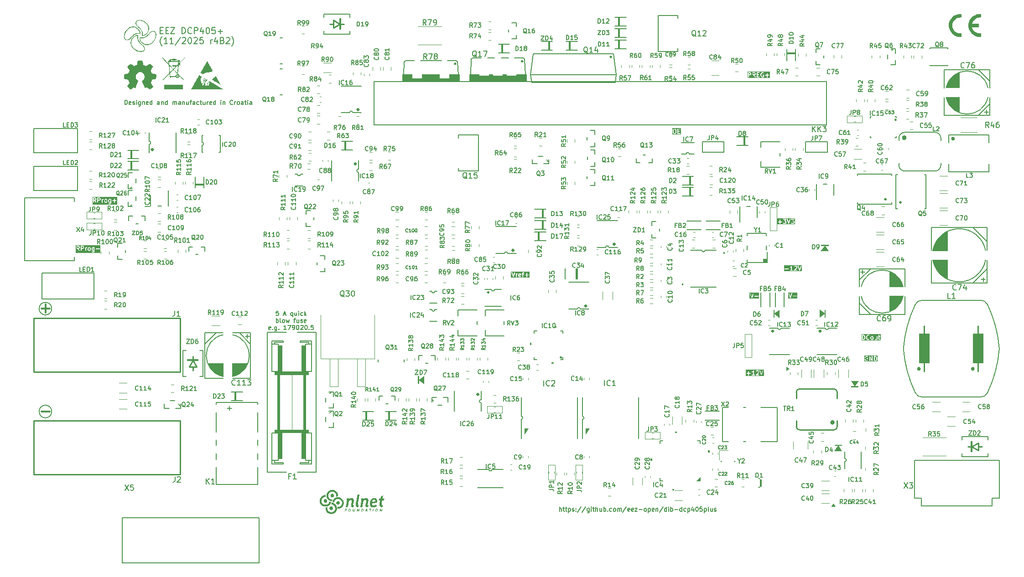
<source format=gbr>
%TF.GenerationSoftware,KiCad,Pcbnew,9.0.5-9.0.5~ubuntu24.04.1*%
%TF.CreationDate,2025-10-22T17:54:57+02:00*%
%TF.ProjectId,EEZ DIB DCP405plus,45455a20-4449-4422-9044-435034303570,r4B2*%
%TF.SameCoordinates,Original*%
%TF.FileFunction,Legend,Top*%
%TF.FilePolarity,Positive*%
%FSLAX46Y46*%
G04 Gerber Fmt 4.6, Leading zero omitted, Abs format (unit mm)*
G04 Created by KiCad (PCBNEW 9.0.5-9.0.5~ubuntu24.04.1) date 2025-10-22 17:54:57*
%MOMM*%
%LPD*%
G01*
G04 APERTURE LIST*
%ADD10C,0.100000*%
%ADD11C,0.203200*%
%ADD12C,0.304800*%
%ADD13C,0.152400*%
%ADD14C,0.150000*%
%ADD15C,0.311725*%
%ADD16C,0.120000*%
%ADD17C,0.000000*%
%ADD18C,0.127000*%
%ADD19C,0.254000*%
%ADD20C,0.277185*%
%ADD21C,0.273607*%
%ADD22C,0.025400*%
%ADD23C,0.229605*%
%ADD24C,0.409210*%
%ADD25C,0.366958*%
%ADD26C,0.050800*%
%ADD27C,0.350000*%
%ADD28C,0.233162*%
G04 APERTURE END LIST*
D10*
X198709451Y-116375698D02*
X198201451Y-116731298D01*
X198201451Y-116045498D01*
X198709451Y-116375698D01*
G36*
X198709451Y-116375698D02*
G01*
X198201451Y-116731298D01*
X198201451Y-116045498D01*
X198709451Y-116375698D01*
G37*
D11*
X61810900Y-105219500D02*
G75*
G02*
X59474100Y-105219500I-1168400J0D01*
G01*
X59474100Y-105219500D02*
G75*
G02*
X61810900Y-105219500I1168400J0D01*
G01*
D12*
X60642500Y-104457500D02*
X60642500Y-105981500D01*
X61404500Y-124333000D02*
X59880500Y-124333000D01*
X61404500Y-105219500D02*
X59880500Y-105219500D01*
D10*
X207262801Y-141970260D02*
X206577001Y-141970260D01*
X206907201Y-141462260D01*
X207262801Y-141970260D01*
G36*
X207262801Y-141970260D02*
G01*
X206577001Y-141970260D01*
X206907201Y-141462260D01*
X207262801Y-141970260D01*
G37*
D11*
X61810900Y-124333000D02*
G75*
G02*
X59474100Y-124333000I-1168400J0D01*
G01*
X59474100Y-124333000D02*
G75*
G02*
X61810900Y-124333000I1168400J0D01*
G01*
D13*
X81957205Y-53547313D02*
X82338205Y-53547313D01*
X82501491Y-54146027D02*
X81957205Y-54146027D01*
X81957205Y-54146027D02*
X81957205Y-53003027D01*
X81957205Y-53003027D02*
X82501491Y-53003027D01*
X82991348Y-53547313D02*
X83372348Y-53547313D01*
X83535634Y-54146027D02*
X82991348Y-54146027D01*
X82991348Y-54146027D02*
X82991348Y-53003027D01*
X82991348Y-53003027D02*
X83535634Y-53003027D01*
X83916634Y-53003027D02*
X84678634Y-53003027D01*
X84678634Y-53003027D02*
X83916634Y-54146027D01*
X83916634Y-54146027D02*
X84678634Y-54146027D01*
X85984919Y-54146027D02*
X85984919Y-53003027D01*
X85984919Y-53003027D02*
X86257062Y-53003027D01*
X86257062Y-53003027D02*
X86420348Y-53057456D01*
X86420348Y-53057456D02*
X86529205Y-53166313D01*
X86529205Y-53166313D02*
X86583634Y-53275170D01*
X86583634Y-53275170D02*
X86638062Y-53492884D01*
X86638062Y-53492884D02*
X86638062Y-53656170D01*
X86638062Y-53656170D02*
X86583634Y-53873884D01*
X86583634Y-53873884D02*
X86529205Y-53982741D01*
X86529205Y-53982741D02*
X86420348Y-54091599D01*
X86420348Y-54091599D02*
X86257062Y-54146027D01*
X86257062Y-54146027D02*
X85984919Y-54146027D01*
X87781062Y-54037170D02*
X87726634Y-54091599D01*
X87726634Y-54091599D02*
X87563348Y-54146027D01*
X87563348Y-54146027D02*
X87454491Y-54146027D01*
X87454491Y-54146027D02*
X87291205Y-54091599D01*
X87291205Y-54091599D02*
X87182348Y-53982741D01*
X87182348Y-53982741D02*
X87127919Y-53873884D01*
X87127919Y-53873884D02*
X87073491Y-53656170D01*
X87073491Y-53656170D02*
X87073491Y-53492884D01*
X87073491Y-53492884D02*
X87127919Y-53275170D01*
X87127919Y-53275170D02*
X87182348Y-53166313D01*
X87182348Y-53166313D02*
X87291205Y-53057456D01*
X87291205Y-53057456D02*
X87454491Y-53003027D01*
X87454491Y-53003027D02*
X87563348Y-53003027D01*
X87563348Y-53003027D02*
X87726634Y-53057456D01*
X87726634Y-53057456D02*
X87781062Y-53111884D01*
X88270919Y-54146027D02*
X88270919Y-53003027D01*
X88270919Y-53003027D02*
X88706348Y-53003027D01*
X88706348Y-53003027D02*
X88815205Y-53057456D01*
X88815205Y-53057456D02*
X88869634Y-53111884D01*
X88869634Y-53111884D02*
X88924062Y-53220741D01*
X88924062Y-53220741D02*
X88924062Y-53384027D01*
X88924062Y-53384027D02*
X88869634Y-53492884D01*
X88869634Y-53492884D02*
X88815205Y-53547313D01*
X88815205Y-53547313D02*
X88706348Y-53601741D01*
X88706348Y-53601741D02*
X88270919Y-53601741D01*
X89903777Y-53384027D02*
X89903777Y-54146027D01*
X89631634Y-52948599D02*
X89359491Y-53765027D01*
X89359491Y-53765027D02*
X90067062Y-53765027D01*
X90720205Y-53003027D02*
X90829062Y-53003027D01*
X90829062Y-53003027D02*
X90937919Y-53057456D01*
X90937919Y-53057456D02*
X90992348Y-53111884D01*
X90992348Y-53111884D02*
X91046776Y-53220741D01*
X91046776Y-53220741D02*
X91101205Y-53438456D01*
X91101205Y-53438456D02*
X91101205Y-53710599D01*
X91101205Y-53710599D02*
X91046776Y-53928313D01*
X91046776Y-53928313D02*
X90992348Y-54037170D01*
X90992348Y-54037170D02*
X90937919Y-54091599D01*
X90937919Y-54091599D02*
X90829062Y-54146027D01*
X90829062Y-54146027D02*
X90720205Y-54146027D01*
X90720205Y-54146027D02*
X90611348Y-54091599D01*
X90611348Y-54091599D02*
X90556919Y-54037170D01*
X90556919Y-54037170D02*
X90502490Y-53928313D01*
X90502490Y-53928313D02*
X90448062Y-53710599D01*
X90448062Y-53710599D02*
X90448062Y-53438456D01*
X90448062Y-53438456D02*
X90502490Y-53220741D01*
X90502490Y-53220741D02*
X90556919Y-53111884D01*
X90556919Y-53111884D02*
X90611348Y-53057456D01*
X90611348Y-53057456D02*
X90720205Y-53003027D01*
X92135347Y-53003027D02*
X91591061Y-53003027D01*
X91591061Y-53003027D02*
X91536633Y-53547313D01*
X91536633Y-53547313D02*
X91591061Y-53492884D01*
X91591061Y-53492884D02*
X91699919Y-53438456D01*
X91699919Y-53438456D02*
X91972061Y-53438456D01*
X91972061Y-53438456D02*
X92080919Y-53492884D01*
X92080919Y-53492884D02*
X92135347Y-53547313D01*
X92135347Y-53547313D02*
X92189776Y-53656170D01*
X92189776Y-53656170D02*
X92189776Y-53928313D01*
X92189776Y-53928313D02*
X92135347Y-54037170D01*
X92135347Y-54037170D02*
X92080919Y-54091599D01*
X92080919Y-54091599D02*
X91972061Y-54146027D01*
X91972061Y-54146027D02*
X91699919Y-54146027D01*
X91699919Y-54146027D02*
X91591061Y-54091599D01*
X91591061Y-54091599D02*
X91536633Y-54037170D01*
X92679632Y-53710599D02*
X93550490Y-53710599D01*
X93115061Y-54146027D02*
X93115061Y-53275170D01*
X82283777Y-56421622D02*
X82229348Y-56367193D01*
X82229348Y-56367193D02*
X82120491Y-56203907D01*
X82120491Y-56203907D02*
X82066063Y-56095050D01*
X82066063Y-56095050D02*
X82011634Y-55931765D01*
X82011634Y-55931765D02*
X81957205Y-55659622D01*
X81957205Y-55659622D02*
X81957205Y-55441907D01*
X81957205Y-55441907D02*
X82011634Y-55169765D01*
X82011634Y-55169765D02*
X82066063Y-55006479D01*
X82066063Y-55006479D02*
X82120491Y-54897622D01*
X82120491Y-54897622D02*
X82229348Y-54734336D01*
X82229348Y-54734336D02*
X82283777Y-54679907D01*
X83317920Y-55986193D02*
X82664777Y-55986193D01*
X82991348Y-55986193D02*
X82991348Y-54843193D01*
X82991348Y-54843193D02*
X82882491Y-55006479D01*
X82882491Y-55006479D02*
X82773634Y-55115336D01*
X82773634Y-55115336D02*
X82664777Y-55169765D01*
X84406491Y-55986193D02*
X83753348Y-55986193D01*
X84079919Y-55986193D02*
X84079919Y-54843193D01*
X84079919Y-54843193D02*
X83971062Y-55006479D01*
X83971062Y-55006479D02*
X83862205Y-55115336D01*
X83862205Y-55115336D02*
X83753348Y-55169765D01*
X85712776Y-54788765D02*
X84733062Y-56258336D01*
X86039348Y-54952050D02*
X86093776Y-54897622D01*
X86093776Y-54897622D02*
X86202634Y-54843193D01*
X86202634Y-54843193D02*
X86474776Y-54843193D01*
X86474776Y-54843193D02*
X86583634Y-54897622D01*
X86583634Y-54897622D02*
X86638062Y-54952050D01*
X86638062Y-54952050D02*
X86692491Y-55060907D01*
X86692491Y-55060907D02*
X86692491Y-55169765D01*
X86692491Y-55169765D02*
X86638062Y-55333050D01*
X86638062Y-55333050D02*
X85984919Y-55986193D01*
X85984919Y-55986193D02*
X86692491Y-55986193D01*
X87400062Y-54843193D02*
X87508919Y-54843193D01*
X87508919Y-54843193D02*
X87617776Y-54897622D01*
X87617776Y-54897622D02*
X87672205Y-54952050D01*
X87672205Y-54952050D02*
X87726633Y-55060907D01*
X87726633Y-55060907D02*
X87781062Y-55278622D01*
X87781062Y-55278622D02*
X87781062Y-55550765D01*
X87781062Y-55550765D02*
X87726633Y-55768479D01*
X87726633Y-55768479D02*
X87672205Y-55877336D01*
X87672205Y-55877336D02*
X87617776Y-55931765D01*
X87617776Y-55931765D02*
X87508919Y-55986193D01*
X87508919Y-55986193D02*
X87400062Y-55986193D01*
X87400062Y-55986193D02*
X87291205Y-55931765D01*
X87291205Y-55931765D02*
X87236776Y-55877336D01*
X87236776Y-55877336D02*
X87182347Y-55768479D01*
X87182347Y-55768479D02*
X87127919Y-55550765D01*
X87127919Y-55550765D02*
X87127919Y-55278622D01*
X87127919Y-55278622D02*
X87182347Y-55060907D01*
X87182347Y-55060907D02*
X87236776Y-54952050D01*
X87236776Y-54952050D02*
X87291205Y-54897622D01*
X87291205Y-54897622D02*
X87400062Y-54843193D01*
X88216490Y-54952050D02*
X88270918Y-54897622D01*
X88270918Y-54897622D02*
X88379776Y-54843193D01*
X88379776Y-54843193D02*
X88651918Y-54843193D01*
X88651918Y-54843193D02*
X88760776Y-54897622D01*
X88760776Y-54897622D02*
X88815204Y-54952050D01*
X88815204Y-54952050D02*
X88869633Y-55060907D01*
X88869633Y-55060907D02*
X88869633Y-55169765D01*
X88869633Y-55169765D02*
X88815204Y-55333050D01*
X88815204Y-55333050D02*
X88162061Y-55986193D01*
X88162061Y-55986193D02*
X88869633Y-55986193D01*
X89903775Y-54843193D02*
X89359489Y-54843193D01*
X89359489Y-54843193D02*
X89305061Y-55387479D01*
X89305061Y-55387479D02*
X89359489Y-55333050D01*
X89359489Y-55333050D02*
X89468347Y-55278622D01*
X89468347Y-55278622D02*
X89740489Y-55278622D01*
X89740489Y-55278622D02*
X89849347Y-55333050D01*
X89849347Y-55333050D02*
X89903775Y-55387479D01*
X89903775Y-55387479D02*
X89958204Y-55496336D01*
X89958204Y-55496336D02*
X89958204Y-55768479D01*
X89958204Y-55768479D02*
X89903775Y-55877336D01*
X89903775Y-55877336D02*
X89849347Y-55931765D01*
X89849347Y-55931765D02*
X89740489Y-55986193D01*
X89740489Y-55986193D02*
X89468347Y-55986193D01*
X89468347Y-55986193D02*
X89359489Y-55931765D01*
X89359489Y-55931765D02*
X89305061Y-55877336D01*
X91318917Y-55986193D02*
X91318917Y-55224193D01*
X91318917Y-55441907D02*
X91373346Y-55333050D01*
X91373346Y-55333050D02*
X91427775Y-55278622D01*
X91427775Y-55278622D02*
X91536632Y-55224193D01*
X91536632Y-55224193D02*
X91645489Y-55224193D01*
X92516346Y-55224193D02*
X92516346Y-55986193D01*
X92244203Y-54788765D02*
X91972060Y-55605193D01*
X91972060Y-55605193D02*
X92679631Y-55605193D01*
X93496059Y-55387479D02*
X93659345Y-55441907D01*
X93659345Y-55441907D02*
X93713774Y-55496336D01*
X93713774Y-55496336D02*
X93768202Y-55605193D01*
X93768202Y-55605193D02*
X93768202Y-55768479D01*
X93768202Y-55768479D02*
X93713774Y-55877336D01*
X93713774Y-55877336D02*
X93659345Y-55931765D01*
X93659345Y-55931765D02*
X93550488Y-55986193D01*
X93550488Y-55986193D02*
X93115059Y-55986193D01*
X93115059Y-55986193D02*
X93115059Y-54843193D01*
X93115059Y-54843193D02*
X93496059Y-54843193D01*
X93496059Y-54843193D02*
X93604917Y-54897622D01*
X93604917Y-54897622D02*
X93659345Y-54952050D01*
X93659345Y-54952050D02*
X93713774Y-55060907D01*
X93713774Y-55060907D02*
X93713774Y-55169765D01*
X93713774Y-55169765D02*
X93659345Y-55278622D01*
X93659345Y-55278622D02*
X93604917Y-55333050D01*
X93604917Y-55333050D02*
X93496059Y-55387479D01*
X93496059Y-55387479D02*
X93115059Y-55387479D01*
X94203631Y-54952050D02*
X94258059Y-54897622D01*
X94258059Y-54897622D02*
X94366917Y-54843193D01*
X94366917Y-54843193D02*
X94639059Y-54843193D01*
X94639059Y-54843193D02*
X94747917Y-54897622D01*
X94747917Y-54897622D02*
X94802345Y-54952050D01*
X94802345Y-54952050D02*
X94856774Y-55060907D01*
X94856774Y-55060907D02*
X94856774Y-55169765D01*
X94856774Y-55169765D02*
X94802345Y-55333050D01*
X94802345Y-55333050D02*
X94149202Y-55986193D01*
X94149202Y-55986193D02*
X94856774Y-55986193D01*
X95237773Y-56421622D02*
X95292202Y-56367193D01*
X95292202Y-56367193D02*
X95401059Y-56203907D01*
X95401059Y-56203907D02*
X95455488Y-56095050D01*
X95455488Y-56095050D02*
X95509916Y-55931765D01*
X95509916Y-55931765D02*
X95564345Y-55659622D01*
X95564345Y-55659622D02*
X95564345Y-55441907D01*
X95564345Y-55441907D02*
X95509916Y-55169765D01*
X95509916Y-55169765D02*
X95455488Y-55006479D01*
X95455488Y-55006479D02*
X95401059Y-54897622D01*
X95401059Y-54897622D02*
X95292202Y-54734336D01*
X95292202Y-54734336D02*
X95237773Y-54679907D01*
X103867857Y-105682679D02*
X103480809Y-105682679D01*
X103480809Y-105682679D02*
X103442105Y-106069727D01*
X103442105Y-106069727D02*
X103480809Y-106031022D01*
X103480809Y-106031022D02*
X103558219Y-105992317D01*
X103558219Y-105992317D02*
X103751743Y-105992317D01*
X103751743Y-105992317D02*
X103829152Y-106031022D01*
X103829152Y-106031022D02*
X103867857Y-106069727D01*
X103867857Y-106069727D02*
X103906562Y-106147136D01*
X103906562Y-106147136D02*
X103906562Y-106340660D01*
X103906562Y-106340660D02*
X103867857Y-106418070D01*
X103867857Y-106418070D02*
X103829152Y-106456775D01*
X103829152Y-106456775D02*
X103751743Y-106495479D01*
X103751743Y-106495479D02*
X103558219Y-106495479D01*
X103558219Y-106495479D02*
X103480809Y-106456775D01*
X103480809Y-106456775D02*
X103442105Y-106418070D01*
X104835476Y-106263251D02*
X105222523Y-106263251D01*
X104758066Y-106495479D02*
X105028999Y-105682679D01*
X105028999Y-105682679D02*
X105299933Y-106495479D01*
X106538485Y-105953613D02*
X106538485Y-106766413D01*
X106538485Y-106456775D02*
X106461076Y-106495479D01*
X106461076Y-106495479D02*
X106306257Y-106495479D01*
X106306257Y-106495479D02*
X106228847Y-106456775D01*
X106228847Y-106456775D02*
X106190142Y-106418070D01*
X106190142Y-106418070D02*
X106151438Y-106340660D01*
X106151438Y-106340660D02*
X106151438Y-106108432D01*
X106151438Y-106108432D02*
X106190142Y-106031022D01*
X106190142Y-106031022D02*
X106228847Y-105992317D01*
X106228847Y-105992317D02*
X106306257Y-105953613D01*
X106306257Y-105953613D02*
X106461076Y-105953613D01*
X106461076Y-105953613D02*
X106538485Y-105992317D01*
X107273875Y-105953613D02*
X107273875Y-106495479D01*
X106925532Y-105953613D02*
X106925532Y-106379365D01*
X106925532Y-106379365D02*
X106964237Y-106456775D01*
X106964237Y-106456775D02*
X107041647Y-106495479D01*
X107041647Y-106495479D02*
X107157761Y-106495479D01*
X107157761Y-106495479D02*
X107235170Y-106456775D01*
X107235170Y-106456775D02*
X107273875Y-106418070D01*
X107660922Y-106495479D02*
X107660922Y-105953613D01*
X107660922Y-105682679D02*
X107622218Y-105721384D01*
X107622218Y-105721384D02*
X107660922Y-105760089D01*
X107660922Y-105760089D02*
X107699627Y-105721384D01*
X107699627Y-105721384D02*
X107660922Y-105682679D01*
X107660922Y-105682679D02*
X107660922Y-105760089D01*
X108396313Y-106456775D02*
X108318904Y-106495479D01*
X108318904Y-106495479D02*
X108164085Y-106495479D01*
X108164085Y-106495479D02*
X108086675Y-106456775D01*
X108086675Y-106456775D02*
X108047970Y-106418070D01*
X108047970Y-106418070D02*
X108009266Y-106340660D01*
X108009266Y-106340660D02*
X108009266Y-106108432D01*
X108009266Y-106108432D02*
X108047970Y-106031022D01*
X108047970Y-106031022D02*
X108086675Y-105992317D01*
X108086675Y-105992317D02*
X108164085Y-105953613D01*
X108164085Y-105953613D02*
X108318904Y-105953613D01*
X108318904Y-105953613D02*
X108396313Y-105992317D01*
X108744656Y-106495479D02*
X108744656Y-105682679D01*
X108822066Y-106185841D02*
X109054294Y-106495479D01*
X109054294Y-105953613D02*
X108744656Y-106263251D01*
X103480810Y-107804041D02*
X103480810Y-106991241D01*
X103480810Y-107300879D02*
X103558220Y-107262175D01*
X103558220Y-107262175D02*
X103713039Y-107262175D01*
X103713039Y-107262175D02*
X103790448Y-107300879D01*
X103790448Y-107300879D02*
X103829153Y-107339584D01*
X103829153Y-107339584D02*
X103867858Y-107416994D01*
X103867858Y-107416994D02*
X103867858Y-107649222D01*
X103867858Y-107649222D02*
X103829153Y-107726632D01*
X103829153Y-107726632D02*
X103790448Y-107765337D01*
X103790448Y-107765337D02*
X103713039Y-107804041D01*
X103713039Y-107804041D02*
X103558220Y-107804041D01*
X103558220Y-107804041D02*
X103480810Y-107765337D01*
X104332315Y-107804041D02*
X104254905Y-107765337D01*
X104254905Y-107765337D02*
X104216200Y-107687927D01*
X104216200Y-107687927D02*
X104216200Y-106991241D01*
X104758067Y-107804041D02*
X104680657Y-107765337D01*
X104680657Y-107765337D02*
X104641952Y-107726632D01*
X104641952Y-107726632D02*
X104603248Y-107649222D01*
X104603248Y-107649222D02*
X104603248Y-107416994D01*
X104603248Y-107416994D02*
X104641952Y-107339584D01*
X104641952Y-107339584D02*
X104680657Y-107300879D01*
X104680657Y-107300879D02*
X104758067Y-107262175D01*
X104758067Y-107262175D02*
X104874181Y-107262175D01*
X104874181Y-107262175D02*
X104951590Y-107300879D01*
X104951590Y-107300879D02*
X104990295Y-107339584D01*
X104990295Y-107339584D02*
X105029000Y-107416994D01*
X105029000Y-107416994D02*
X105029000Y-107649222D01*
X105029000Y-107649222D02*
X104990295Y-107726632D01*
X104990295Y-107726632D02*
X104951590Y-107765337D01*
X104951590Y-107765337D02*
X104874181Y-107804041D01*
X104874181Y-107804041D02*
X104758067Y-107804041D01*
X105299933Y-107262175D02*
X105454752Y-107804041D01*
X105454752Y-107804041D02*
X105609571Y-107416994D01*
X105609571Y-107416994D02*
X105764390Y-107804041D01*
X105764390Y-107804041D02*
X105919209Y-107262175D01*
X106732009Y-107262175D02*
X107041647Y-107262175D01*
X106848123Y-107804041D02*
X106848123Y-107107356D01*
X106848123Y-107107356D02*
X106886828Y-107029946D01*
X106886828Y-107029946D02*
X106964238Y-106991241D01*
X106964238Y-106991241D02*
X107041647Y-106991241D01*
X107660923Y-107262175D02*
X107660923Y-107804041D01*
X107312580Y-107262175D02*
X107312580Y-107687927D01*
X107312580Y-107687927D02*
X107351285Y-107765337D01*
X107351285Y-107765337D02*
X107428695Y-107804041D01*
X107428695Y-107804041D02*
X107544809Y-107804041D01*
X107544809Y-107804041D02*
X107622218Y-107765337D01*
X107622218Y-107765337D02*
X107660923Y-107726632D01*
X108009266Y-107765337D02*
X108086675Y-107804041D01*
X108086675Y-107804041D02*
X108241494Y-107804041D01*
X108241494Y-107804041D02*
X108318904Y-107765337D01*
X108318904Y-107765337D02*
X108357608Y-107687927D01*
X108357608Y-107687927D02*
X108357608Y-107649222D01*
X108357608Y-107649222D02*
X108318904Y-107571813D01*
X108318904Y-107571813D02*
X108241494Y-107533108D01*
X108241494Y-107533108D02*
X108125380Y-107533108D01*
X108125380Y-107533108D02*
X108047970Y-107494403D01*
X108047970Y-107494403D02*
X108009266Y-107416994D01*
X108009266Y-107416994D02*
X108009266Y-107378289D01*
X108009266Y-107378289D02*
X108047970Y-107300879D01*
X108047970Y-107300879D02*
X108125380Y-107262175D01*
X108125380Y-107262175D02*
X108241494Y-107262175D01*
X108241494Y-107262175D02*
X108318904Y-107300879D01*
X109015589Y-107765337D02*
X108938180Y-107804041D01*
X108938180Y-107804041D02*
X108783361Y-107804041D01*
X108783361Y-107804041D02*
X108705951Y-107765337D01*
X108705951Y-107765337D02*
X108667247Y-107687927D01*
X108667247Y-107687927D02*
X108667247Y-107378289D01*
X108667247Y-107378289D02*
X108705951Y-107300879D01*
X108705951Y-107300879D02*
X108783361Y-107262175D01*
X108783361Y-107262175D02*
X108938180Y-107262175D01*
X108938180Y-107262175D02*
X109015589Y-107300879D01*
X109015589Y-107300879D02*
X109054294Y-107378289D01*
X109054294Y-107378289D02*
X109054294Y-107455698D01*
X109054294Y-107455698D02*
X108667247Y-107533108D01*
X102435781Y-109073899D02*
X102358372Y-109112603D01*
X102358372Y-109112603D02*
X102203553Y-109112603D01*
X102203553Y-109112603D02*
X102126143Y-109073899D01*
X102126143Y-109073899D02*
X102087439Y-108996489D01*
X102087439Y-108996489D02*
X102087439Y-108686851D01*
X102087439Y-108686851D02*
X102126143Y-108609441D01*
X102126143Y-108609441D02*
X102203553Y-108570737D01*
X102203553Y-108570737D02*
X102358372Y-108570737D01*
X102358372Y-108570737D02*
X102435781Y-108609441D01*
X102435781Y-108609441D02*
X102474486Y-108686851D01*
X102474486Y-108686851D02*
X102474486Y-108764260D01*
X102474486Y-108764260D02*
X102087439Y-108841670D01*
X102822829Y-109035194D02*
X102861534Y-109073899D01*
X102861534Y-109073899D02*
X102822829Y-109112603D01*
X102822829Y-109112603D02*
X102784125Y-109073899D01*
X102784125Y-109073899D02*
X102822829Y-109035194D01*
X102822829Y-109035194D02*
X102822829Y-109112603D01*
X103558220Y-108570737D02*
X103558220Y-109228718D01*
X103558220Y-109228718D02*
X103519515Y-109306127D01*
X103519515Y-109306127D02*
X103480811Y-109344832D01*
X103480811Y-109344832D02*
X103403401Y-109383537D01*
X103403401Y-109383537D02*
X103287287Y-109383537D01*
X103287287Y-109383537D02*
X103209877Y-109344832D01*
X103558220Y-109073899D02*
X103480811Y-109112603D01*
X103480811Y-109112603D02*
X103325992Y-109112603D01*
X103325992Y-109112603D02*
X103248582Y-109073899D01*
X103248582Y-109073899D02*
X103209877Y-109035194D01*
X103209877Y-109035194D02*
X103171173Y-108957784D01*
X103171173Y-108957784D02*
X103171173Y-108725556D01*
X103171173Y-108725556D02*
X103209877Y-108648146D01*
X103209877Y-108648146D02*
X103248582Y-108609441D01*
X103248582Y-108609441D02*
X103325992Y-108570737D01*
X103325992Y-108570737D02*
X103480811Y-108570737D01*
X103480811Y-108570737D02*
X103558220Y-108609441D01*
X103945267Y-109035194D02*
X103983972Y-109073899D01*
X103983972Y-109073899D02*
X103945267Y-109112603D01*
X103945267Y-109112603D02*
X103906563Y-109073899D01*
X103906563Y-109073899D02*
X103945267Y-109035194D01*
X103945267Y-109035194D02*
X103945267Y-109112603D01*
X105377344Y-109112603D02*
X104912887Y-109112603D01*
X105145115Y-109112603D02*
X105145115Y-108299803D01*
X105145115Y-108299803D02*
X105067706Y-108415918D01*
X105067706Y-108415918D02*
X104990296Y-108493327D01*
X104990296Y-108493327D02*
X104912887Y-108532032D01*
X105648277Y-108299803D02*
X106190143Y-108299803D01*
X106190143Y-108299803D02*
X105841801Y-109112603D01*
X106538486Y-109112603D02*
X106693305Y-109112603D01*
X106693305Y-109112603D02*
X106770715Y-109073899D01*
X106770715Y-109073899D02*
X106809419Y-109035194D01*
X106809419Y-109035194D02*
X106886829Y-108919079D01*
X106886829Y-108919079D02*
X106925534Y-108764260D01*
X106925534Y-108764260D02*
X106925534Y-108454622D01*
X106925534Y-108454622D02*
X106886829Y-108377213D01*
X106886829Y-108377213D02*
X106848124Y-108338508D01*
X106848124Y-108338508D02*
X106770715Y-108299803D01*
X106770715Y-108299803D02*
X106615896Y-108299803D01*
X106615896Y-108299803D02*
X106538486Y-108338508D01*
X106538486Y-108338508D02*
X106499781Y-108377213D01*
X106499781Y-108377213D02*
X106461077Y-108454622D01*
X106461077Y-108454622D02*
X106461077Y-108648146D01*
X106461077Y-108648146D02*
X106499781Y-108725556D01*
X106499781Y-108725556D02*
X106538486Y-108764260D01*
X106538486Y-108764260D02*
X106615896Y-108802965D01*
X106615896Y-108802965D02*
X106770715Y-108802965D01*
X106770715Y-108802965D02*
X106848124Y-108764260D01*
X106848124Y-108764260D02*
X106886829Y-108725556D01*
X106886829Y-108725556D02*
X106925534Y-108648146D01*
X107428695Y-108299803D02*
X107506105Y-108299803D01*
X107506105Y-108299803D02*
X107583514Y-108338508D01*
X107583514Y-108338508D02*
X107622219Y-108377213D01*
X107622219Y-108377213D02*
X107660924Y-108454622D01*
X107660924Y-108454622D02*
X107699629Y-108609441D01*
X107699629Y-108609441D02*
X107699629Y-108802965D01*
X107699629Y-108802965D02*
X107660924Y-108957784D01*
X107660924Y-108957784D02*
X107622219Y-109035194D01*
X107622219Y-109035194D02*
X107583514Y-109073899D01*
X107583514Y-109073899D02*
X107506105Y-109112603D01*
X107506105Y-109112603D02*
X107428695Y-109112603D01*
X107428695Y-109112603D02*
X107351286Y-109073899D01*
X107351286Y-109073899D02*
X107312581Y-109035194D01*
X107312581Y-109035194D02*
X107273876Y-108957784D01*
X107273876Y-108957784D02*
X107235172Y-108802965D01*
X107235172Y-108802965D02*
X107235172Y-108609441D01*
X107235172Y-108609441D02*
X107273876Y-108454622D01*
X107273876Y-108454622D02*
X107312581Y-108377213D01*
X107312581Y-108377213D02*
X107351286Y-108338508D01*
X107351286Y-108338508D02*
X107428695Y-108299803D01*
X108009267Y-108377213D02*
X108047971Y-108338508D01*
X108047971Y-108338508D02*
X108125381Y-108299803D01*
X108125381Y-108299803D02*
X108318905Y-108299803D01*
X108318905Y-108299803D02*
X108396314Y-108338508D01*
X108396314Y-108338508D02*
X108435019Y-108377213D01*
X108435019Y-108377213D02*
X108473724Y-108454622D01*
X108473724Y-108454622D02*
X108473724Y-108532032D01*
X108473724Y-108532032D02*
X108435019Y-108648146D01*
X108435019Y-108648146D02*
X107970562Y-109112603D01*
X107970562Y-109112603D02*
X108473724Y-109112603D01*
X108976885Y-108299803D02*
X109054295Y-108299803D01*
X109054295Y-108299803D02*
X109131704Y-108338508D01*
X109131704Y-108338508D02*
X109170409Y-108377213D01*
X109170409Y-108377213D02*
X109209114Y-108454622D01*
X109209114Y-108454622D02*
X109247819Y-108609441D01*
X109247819Y-108609441D02*
X109247819Y-108802965D01*
X109247819Y-108802965D02*
X109209114Y-108957784D01*
X109209114Y-108957784D02*
X109170409Y-109035194D01*
X109170409Y-109035194D02*
X109131704Y-109073899D01*
X109131704Y-109073899D02*
X109054295Y-109112603D01*
X109054295Y-109112603D02*
X108976885Y-109112603D01*
X108976885Y-109112603D02*
X108899476Y-109073899D01*
X108899476Y-109073899D02*
X108860771Y-109035194D01*
X108860771Y-109035194D02*
X108822066Y-108957784D01*
X108822066Y-108957784D02*
X108783362Y-108802965D01*
X108783362Y-108802965D02*
X108783362Y-108609441D01*
X108783362Y-108609441D02*
X108822066Y-108454622D01*
X108822066Y-108454622D02*
X108860771Y-108377213D01*
X108860771Y-108377213D02*
X108899476Y-108338508D01*
X108899476Y-108338508D02*
X108976885Y-108299803D01*
X109596161Y-109035194D02*
X109634866Y-109073899D01*
X109634866Y-109073899D02*
X109596161Y-109112603D01*
X109596161Y-109112603D02*
X109557457Y-109073899D01*
X109557457Y-109073899D02*
X109596161Y-109035194D01*
X109596161Y-109035194D02*
X109596161Y-109112603D01*
X110370257Y-108299803D02*
X109983209Y-108299803D01*
X109983209Y-108299803D02*
X109944505Y-108686851D01*
X109944505Y-108686851D02*
X109983209Y-108648146D01*
X109983209Y-108648146D02*
X110060619Y-108609441D01*
X110060619Y-108609441D02*
X110254143Y-108609441D01*
X110254143Y-108609441D02*
X110331552Y-108648146D01*
X110331552Y-108648146D02*
X110370257Y-108686851D01*
X110370257Y-108686851D02*
X110408962Y-108764260D01*
X110408962Y-108764260D02*
X110408962Y-108957784D01*
X110408962Y-108957784D02*
X110370257Y-109035194D01*
X110370257Y-109035194D02*
X110331552Y-109073899D01*
X110331552Y-109073899D02*
X110254143Y-109112603D01*
X110254143Y-109112603D02*
X110060619Y-109112603D01*
X110060619Y-109112603D02*
X109983209Y-109073899D01*
X109983209Y-109073899D02*
X109944505Y-109035194D01*
X156071986Y-142869203D02*
X156071986Y-142056403D01*
X156420329Y-142869203D02*
X156420329Y-142443451D01*
X156420329Y-142443451D02*
X156381624Y-142366041D01*
X156381624Y-142366041D02*
X156304215Y-142327337D01*
X156304215Y-142327337D02*
X156188101Y-142327337D01*
X156188101Y-142327337D02*
X156110691Y-142366041D01*
X156110691Y-142366041D02*
X156071986Y-142404746D01*
X156691262Y-142327337D02*
X157000900Y-142327337D01*
X156807376Y-142056403D02*
X156807376Y-142753089D01*
X156807376Y-142753089D02*
X156846081Y-142830499D01*
X156846081Y-142830499D02*
X156923491Y-142869203D01*
X156923491Y-142869203D02*
X157000900Y-142869203D01*
X157155719Y-142327337D02*
X157465357Y-142327337D01*
X157271833Y-142056403D02*
X157271833Y-142753089D01*
X157271833Y-142753089D02*
X157310538Y-142830499D01*
X157310538Y-142830499D02*
X157387948Y-142869203D01*
X157387948Y-142869203D02*
X157465357Y-142869203D01*
X157736290Y-142327337D02*
X157736290Y-143140137D01*
X157736290Y-142366041D02*
X157813700Y-142327337D01*
X157813700Y-142327337D02*
X157968519Y-142327337D01*
X157968519Y-142327337D02*
X158045928Y-142366041D01*
X158045928Y-142366041D02*
X158084633Y-142404746D01*
X158084633Y-142404746D02*
X158123338Y-142482156D01*
X158123338Y-142482156D02*
X158123338Y-142714384D01*
X158123338Y-142714384D02*
X158084633Y-142791794D01*
X158084633Y-142791794D02*
X158045928Y-142830499D01*
X158045928Y-142830499D02*
X157968519Y-142869203D01*
X157968519Y-142869203D02*
X157813700Y-142869203D01*
X157813700Y-142869203D02*
X157736290Y-142830499D01*
X158432976Y-142830499D02*
X158510385Y-142869203D01*
X158510385Y-142869203D02*
X158665204Y-142869203D01*
X158665204Y-142869203D02*
X158742614Y-142830499D01*
X158742614Y-142830499D02*
X158781318Y-142753089D01*
X158781318Y-142753089D02*
X158781318Y-142714384D01*
X158781318Y-142714384D02*
X158742614Y-142636975D01*
X158742614Y-142636975D02*
X158665204Y-142598270D01*
X158665204Y-142598270D02*
X158549090Y-142598270D01*
X158549090Y-142598270D02*
X158471680Y-142559565D01*
X158471680Y-142559565D02*
X158432976Y-142482156D01*
X158432976Y-142482156D02*
X158432976Y-142443451D01*
X158432976Y-142443451D02*
X158471680Y-142366041D01*
X158471680Y-142366041D02*
X158549090Y-142327337D01*
X158549090Y-142327337D02*
X158665204Y-142327337D01*
X158665204Y-142327337D02*
X158742614Y-142366041D01*
X159129661Y-142791794D02*
X159168366Y-142830499D01*
X159168366Y-142830499D02*
X159129661Y-142869203D01*
X159129661Y-142869203D02*
X159090957Y-142830499D01*
X159090957Y-142830499D02*
X159129661Y-142791794D01*
X159129661Y-142791794D02*
X159129661Y-142869203D01*
X159129661Y-142366041D02*
X159168366Y-142404746D01*
X159168366Y-142404746D02*
X159129661Y-142443451D01*
X159129661Y-142443451D02*
X159090957Y-142404746D01*
X159090957Y-142404746D02*
X159129661Y-142366041D01*
X159129661Y-142366041D02*
X159129661Y-142443451D01*
X160097281Y-142017699D02*
X159400595Y-143062727D01*
X160948786Y-142017699D02*
X160252100Y-143062727D01*
X161568062Y-142327337D02*
X161568062Y-142985318D01*
X161568062Y-142985318D02*
X161529357Y-143062727D01*
X161529357Y-143062727D02*
X161490653Y-143101432D01*
X161490653Y-143101432D02*
X161413243Y-143140137D01*
X161413243Y-143140137D02*
X161297129Y-143140137D01*
X161297129Y-143140137D02*
X161219719Y-143101432D01*
X161568062Y-142830499D02*
X161490653Y-142869203D01*
X161490653Y-142869203D02*
X161335834Y-142869203D01*
X161335834Y-142869203D02*
X161258424Y-142830499D01*
X161258424Y-142830499D02*
X161219719Y-142791794D01*
X161219719Y-142791794D02*
X161181015Y-142714384D01*
X161181015Y-142714384D02*
X161181015Y-142482156D01*
X161181015Y-142482156D02*
X161219719Y-142404746D01*
X161219719Y-142404746D02*
X161258424Y-142366041D01*
X161258424Y-142366041D02*
X161335834Y-142327337D01*
X161335834Y-142327337D02*
X161490653Y-142327337D01*
X161490653Y-142327337D02*
X161568062Y-142366041D01*
X161955109Y-142869203D02*
X161955109Y-142327337D01*
X161955109Y-142056403D02*
X161916405Y-142095108D01*
X161916405Y-142095108D02*
X161955109Y-142133813D01*
X161955109Y-142133813D02*
X161993814Y-142095108D01*
X161993814Y-142095108D02*
X161955109Y-142056403D01*
X161955109Y-142056403D02*
X161955109Y-142133813D01*
X162226043Y-142327337D02*
X162535681Y-142327337D01*
X162342157Y-142056403D02*
X162342157Y-142753089D01*
X162342157Y-142753089D02*
X162380862Y-142830499D01*
X162380862Y-142830499D02*
X162458272Y-142869203D01*
X162458272Y-142869203D02*
X162535681Y-142869203D01*
X162806614Y-142869203D02*
X162806614Y-142056403D01*
X163154957Y-142869203D02*
X163154957Y-142443451D01*
X163154957Y-142443451D02*
X163116252Y-142366041D01*
X163116252Y-142366041D02*
X163038843Y-142327337D01*
X163038843Y-142327337D02*
X162922729Y-142327337D01*
X162922729Y-142327337D02*
X162845319Y-142366041D01*
X162845319Y-142366041D02*
X162806614Y-142404746D01*
X163890347Y-142327337D02*
X163890347Y-142869203D01*
X163542004Y-142327337D02*
X163542004Y-142753089D01*
X163542004Y-142753089D02*
X163580709Y-142830499D01*
X163580709Y-142830499D02*
X163658119Y-142869203D01*
X163658119Y-142869203D02*
X163774233Y-142869203D01*
X163774233Y-142869203D02*
X163851642Y-142830499D01*
X163851642Y-142830499D02*
X163890347Y-142791794D01*
X164277394Y-142869203D02*
X164277394Y-142056403D01*
X164277394Y-142366041D02*
X164354804Y-142327337D01*
X164354804Y-142327337D02*
X164509623Y-142327337D01*
X164509623Y-142327337D02*
X164587032Y-142366041D01*
X164587032Y-142366041D02*
X164625737Y-142404746D01*
X164625737Y-142404746D02*
X164664442Y-142482156D01*
X164664442Y-142482156D02*
X164664442Y-142714384D01*
X164664442Y-142714384D02*
X164625737Y-142791794D01*
X164625737Y-142791794D02*
X164587032Y-142830499D01*
X164587032Y-142830499D02*
X164509623Y-142869203D01*
X164509623Y-142869203D02*
X164354804Y-142869203D01*
X164354804Y-142869203D02*
X164277394Y-142830499D01*
X165012784Y-142791794D02*
X165051489Y-142830499D01*
X165051489Y-142830499D02*
X165012784Y-142869203D01*
X165012784Y-142869203D02*
X164974080Y-142830499D01*
X164974080Y-142830499D02*
X165012784Y-142791794D01*
X165012784Y-142791794D02*
X165012784Y-142869203D01*
X165748175Y-142830499D02*
X165670766Y-142869203D01*
X165670766Y-142869203D02*
X165515947Y-142869203D01*
X165515947Y-142869203D02*
X165438537Y-142830499D01*
X165438537Y-142830499D02*
X165399832Y-142791794D01*
X165399832Y-142791794D02*
X165361128Y-142714384D01*
X165361128Y-142714384D02*
X165361128Y-142482156D01*
X165361128Y-142482156D02*
X165399832Y-142404746D01*
X165399832Y-142404746D02*
X165438537Y-142366041D01*
X165438537Y-142366041D02*
X165515947Y-142327337D01*
X165515947Y-142327337D02*
X165670766Y-142327337D01*
X165670766Y-142327337D02*
X165748175Y-142366041D01*
X166212633Y-142869203D02*
X166135223Y-142830499D01*
X166135223Y-142830499D02*
X166096518Y-142791794D01*
X166096518Y-142791794D02*
X166057814Y-142714384D01*
X166057814Y-142714384D02*
X166057814Y-142482156D01*
X166057814Y-142482156D02*
X166096518Y-142404746D01*
X166096518Y-142404746D02*
X166135223Y-142366041D01*
X166135223Y-142366041D02*
X166212633Y-142327337D01*
X166212633Y-142327337D02*
X166328747Y-142327337D01*
X166328747Y-142327337D02*
X166406156Y-142366041D01*
X166406156Y-142366041D02*
X166444861Y-142404746D01*
X166444861Y-142404746D02*
X166483566Y-142482156D01*
X166483566Y-142482156D02*
X166483566Y-142714384D01*
X166483566Y-142714384D02*
X166444861Y-142791794D01*
X166444861Y-142791794D02*
X166406156Y-142830499D01*
X166406156Y-142830499D02*
X166328747Y-142869203D01*
X166328747Y-142869203D02*
X166212633Y-142869203D01*
X166831908Y-142869203D02*
X166831908Y-142327337D01*
X166831908Y-142404746D02*
X166870613Y-142366041D01*
X166870613Y-142366041D02*
X166948023Y-142327337D01*
X166948023Y-142327337D02*
X167064137Y-142327337D01*
X167064137Y-142327337D02*
X167141546Y-142366041D01*
X167141546Y-142366041D02*
X167180251Y-142443451D01*
X167180251Y-142443451D02*
X167180251Y-142869203D01*
X167180251Y-142443451D02*
X167218956Y-142366041D01*
X167218956Y-142366041D02*
X167296365Y-142327337D01*
X167296365Y-142327337D02*
X167412480Y-142327337D01*
X167412480Y-142327337D02*
X167489889Y-142366041D01*
X167489889Y-142366041D02*
X167528594Y-142443451D01*
X167528594Y-142443451D02*
X167528594Y-142869203D01*
X168496213Y-142017699D02*
X167799527Y-143062727D01*
X169076784Y-142830499D02*
X168999375Y-142869203D01*
X168999375Y-142869203D02*
X168844556Y-142869203D01*
X168844556Y-142869203D02*
X168767146Y-142830499D01*
X168767146Y-142830499D02*
X168728442Y-142753089D01*
X168728442Y-142753089D02*
X168728442Y-142443451D01*
X168728442Y-142443451D02*
X168767146Y-142366041D01*
X168767146Y-142366041D02*
X168844556Y-142327337D01*
X168844556Y-142327337D02*
X168999375Y-142327337D01*
X168999375Y-142327337D02*
X169076784Y-142366041D01*
X169076784Y-142366041D02*
X169115489Y-142443451D01*
X169115489Y-142443451D02*
X169115489Y-142520860D01*
X169115489Y-142520860D02*
X168728442Y-142598270D01*
X169773470Y-142830499D02*
X169696061Y-142869203D01*
X169696061Y-142869203D02*
X169541242Y-142869203D01*
X169541242Y-142869203D02*
X169463832Y-142830499D01*
X169463832Y-142830499D02*
X169425128Y-142753089D01*
X169425128Y-142753089D02*
X169425128Y-142443451D01*
X169425128Y-142443451D02*
X169463832Y-142366041D01*
X169463832Y-142366041D02*
X169541242Y-142327337D01*
X169541242Y-142327337D02*
X169696061Y-142327337D01*
X169696061Y-142327337D02*
X169773470Y-142366041D01*
X169773470Y-142366041D02*
X169812175Y-142443451D01*
X169812175Y-142443451D02*
X169812175Y-142520860D01*
X169812175Y-142520860D02*
X169425128Y-142598270D01*
X170083109Y-142327337D02*
X170508861Y-142327337D01*
X170508861Y-142327337D02*
X170083109Y-142869203D01*
X170083109Y-142869203D02*
X170508861Y-142869203D01*
X170818499Y-142559565D02*
X171437776Y-142559565D01*
X171940938Y-142869203D02*
X171863528Y-142830499D01*
X171863528Y-142830499D02*
X171824823Y-142791794D01*
X171824823Y-142791794D02*
X171786119Y-142714384D01*
X171786119Y-142714384D02*
X171786119Y-142482156D01*
X171786119Y-142482156D02*
X171824823Y-142404746D01*
X171824823Y-142404746D02*
X171863528Y-142366041D01*
X171863528Y-142366041D02*
X171940938Y-142327337D01*
X171940938Y-142327337D02*
X172057052Y-142327337D01*
X172057052Y-142327337D02*
X172134461Y-142366041D01*
X172134461Y-142366041D02*
X172173166Y-142404746D01*
X172173166Y-142404746D02*
X172211871Y-142482156D01*
X172211871Y-142482156D02*
X172211871Y-142714384D01*
X172211871Y-142714384D02*
X172173166Y-142791794D01*
X172173166Y-142791794D02*
X172134461Y-142830499D01*
X172134461Y-142830499D02*
X172057052Y-142869203D01*
X172057052Y-142869203D02*
X171940938Y-142869203D01*
X172560213Y-142327337D02*
X172560213Y-143140137D01*
X172560213Y-142366041D02*
X172637623Y-142327337D01*
X172637623Y-142327337D02*
X172792442Y-142327337D01*
X172792442Y-142327337D02*
X172869851Y-142366041D01*
X172869851Y-142366041D02*
X172908556Y-142404746D01*
X172908556Y-142404746D02*
X172947261Y-142482156D01*
X172947261Y-142482156D02*
X172947261Y-142714384D01*
X172947261Y-142714384D02*
X172908556Y-142791794D01*
X172908556Y-142791794D02*
X172869851Y-142830499D01*
X172869851Y-142830499D02*
X172792442Y-142869203D01*
X172792442Y-142869203D02*
X172637623Y-142869203D01*
X172637623Y-142869203D02*
X172560213Y-142830499D01*
X173605241Y-142830499D02*
X173527832Y-142869203D01*
X173527832Y-142869203D02*
X173373013Y-142869203D01*
X173373013Y-142869203D02*
X173295603Y-142830499D01*
X173295603Y-142830499D02*
X173256899Y-142753089D01*
X173256899Y-142753089D02*
X173256899Y-142443451D01*
X173256899Y-142443451D02*
X173295603Y-142366041D01*
X173295603Y-142366041D02*
X173373013Y-142327337D01*
X173373013Y-142327337D02*
X173527832Y-142327337D01*
X173527832Y-142327337D02*
X173605241Y-142366041D01*
X173605241Y-142366041D02*
X173643946Y-142443451D01*
X173643946Y-142443451D02*
X173643946Y-142520860D01*
X173643946Y-142520860D02*
X173256899Y-142598270D01*
X173992289Y-142327337D02*
X173992289Y-142869203D01*
X173992289Y-142404746D02*
X174030994Y-142366041D01*
X174030994Y-142366041D02*
X174108404Y-142327337D01*
X174108404Y-142327337D02*
X174224518Y-142327337D01*
X174224518Y-142327337D02*
X174301927Y-142366041D01*
X174301927Y-142366041D02*
X174340632Y-142443451D01*
X174340632Y-142443451D02*
X174340632Y-142869203D01*
X175308251Y-142017699D02*
X174611565Y-143062727D01*
X175927527Y-142869203D02*
X175927527Y-142056403D01*
X175927527Y-142830499D02*
X175850118Y-142869203D01*
X175850118Y-142869203D02*
X175695299Y-142869203D01*
X175695299Y-142869203D02*
X175617889Y-142830499D01*
X175617889Y-142830499D02*
X175579184Y-142791794D01*
X175579184Y-142791794D02*
X175540480Y-142714384D01*
X175540480Y-142714384D02*
X175540480Y-142482156D01*
X175540480Y-142482156D02*
X175579184Y-142404746D01*
X175579184Y-142404746D02*
X175617889Y-142366041D01*
X175617889Y-142366041D02*
X175695299Y-142327337D01*
X175695299Y-142327337D02*
X175850118Y-142327337D01*
X175850118Y-142327337D02*
X175927527Y-142366041D01*
X176314574Y-142869203D02*
X176314574Y-142327337D01*
X176314574Y-142056403D02*
X176275870Y-142095108D01*
X176275870Y-142095108D02*
X176314574Y-142133813D01*
X176314574Y-142133813D02*
X176353279Y-142095108D01*
X176353279Y-142095108D02*
X176314574Y-142056403D01*
X176314574Y-142056403D02*
X176314574Y-142133813D01*
X176701622Y-142869203D02*
X176701622Y-142056403D01*
X176701622Y-142366041D02*
X176779032Y-142327337D01*
X176779032Y-142327337D02*
X176933851Y-142327337D01*
X176933851Y-142327337D02*
X177011260Y-142366041D01*
X177011260Y-142366041D02*
X177049965Y-142404746D01*
X177049965Y-142404746D02*
X177088670Y-142482156D01*
X177088670Y-142482156D02*
X177088670Y-142714384D01*
X177088670Y-142714384D02*
X177049965Y-142791794D01*
X177049965Y-142791794D02*
X177011260Y-142830499D01*
X177011260Y-142830499D02*
X176933851Y-142869203D01*
X176933851Y-142869203D02*
X176779032Y-142869203D01*
X176779032Y-142869203D02*
X176701622Y-142830499D01*
X177437012Y-142559565D02*
X178056289Y-142559565D01*
X178791679Y-142869203D02*
X178791679Y-142056403D01*
X178791679Y-142830499D02*
X178714270Y-142869203D01*
X178714270Y-142869203D02*
X178559451Y-142869203D01*
X178559451Y-142869203D02*
X178482041Y-142830499D01*
X178482041Y-142830499D02*
X178443336Y-142791794D01*
X178443336Y-142791794D02*
X178404632Y-142714384D01*
X178404632Y-142714384D02*
X178404632Y-142482156D01*
X178404632Y-142482156D02*
X178443336Y-142404746D01*
X178443336Y-142404746D02*
X178482041Y-142366041D01*
X178482041Y-142366041D02*
X178559451Y-142327337D01*
X178559451Y-142327337D02*
X178714270Y-142327337D01*
X178714270Y-142327337D02*
X178791679Y-142366041D01*
X179527069Y-142830499D02*
X179449660Y-142869203D01*
X179449660Y-142869203D02*
X179294841Y-142869203D01*
X179294841Y-142869203D02*
X179217431Y-142830499D01*
X179217431Y-142830499D02*
X179178726Y-142791794D01*
X179178726Y-142791794D02*
X179140022Y-142714384D01*
X179140022Y-142714384D02*
X179140022Y-142482156D01*
X179140022Y-142482156D02*
X179178726Y-142404746D01*
X179178726Y-142404746D02*
X179217431Y-142366041D01*
X179217431Y-142366041D02*
X179294841Y-142327337D01*
X179294841Y-142327337D02*
X179449660Y-142327337D01*
X179449660Y-142327337D02*
X179527069Y-142366041D01*
X179875412Y-142327337D02*
X179875412Y-143140137D01*
X179875412Y-142366041D02*
X179952822Y-142327337D01*
X179952822Y-142327337D02*
X180107641Y-142327337D01*
X180107641Y-142327337D02*
X180185050Y-142366041D01*
X180185050Y-142366041D02*
X180223755Y-142404746D01*
X180223755Y-142404746D02*
X180262460Y-142482156D01*
X180262460Y-142482156D02*
X180262460Y-142714384D01*
X180262460Y-142714384D02*
X180223755Y-142791794D01*
X180223755Y-142791794D02*
X180185050Y-142830499D01*
X180185050Y-142830499D02*
X180107641Y-142869203D01*
X180107641Y-142869203D02*
X179952822Y-142869203D01*
X179952822Y-142869203D02*
X179875412Y-142830499D01*
X180959145Y-142327337D02*
X180959145Y-142869203D01*
X180765621Y-142017699D02*
X180572098Y-142598270D01*
X180572098Y-142598270D02*
X181075259Y-142598270D01*
X181539716Y-142056403D02*
X181617126Y-142056403D01*
X181617126Y-142056403D02*
X181694535Y-142095108D01*
X181694535Y-142095108D02*
X181733240Y-142133813D01*
X181733240Y-142133813D02*
X181771945Y-142211222D01*
X181771945Y-142211222D02*
X181810650Y-142366041D01*
X181810650Y-142366041D02*
X181810650Y-142559565D01*
X181810650Y-142559565D02*
X181771945Y-142714384D01*
X181771945Y-142714384D02*
X181733240Y-142791794D01*
X181733240Y-142791794D02*
X181694535Y-142830499D01*
X181694535Y-142830499D02*
X181617126Y-142869203D01*
X181617126Y-142869203D02*
X181539716Y-142869203D01*
X181539716Y-142869203D02*
X181462307Y-142830499D01*
X181462307Y-142830499D02*
X181423602Y-142791794D01*
X181423602Y-142791794D02*
X181384897Y-142714384D01*
X181384897Y-142714384D02*
X181346193Y-142559565D01*
X181346193Y-142559565D02*
X181346193Y-142366041D01*
X181346193Y-142366041D02*
X181384897Y-142211222D01*
X181384897Y-142211222D02*
X181423602Y-142133813D01*
X181423602Y-142133813D02*
X181462307Y-142095108D01*
X181462307Y-142095108D02*
X181539716Y-142056403D01*
X182546040Y-142056403D02*
X182158992Y-142056403D01*
X182158992Y-142056403D02*
X182120288Y-142443451D01*
X182120288Y-142443451D02*
X182158992Y-142404746D01*
X182158992Y-142404746D02*
X182236402Y-142366041D01*
X182236402Y-142366041D02*
X182429926Y-142366041D01*
X182429926Y-142366041D02*
X182507335Y-142404746D01*
X182507335Y-142404746D02*
X182546040Y-142443451D01*
X182546040Y-142443451D02*
X182584745Y-142520860D01*
X182584745Y-142520860D02*
X182584745Y-142714384D01*
X182584745Y-142714384D02*
X182546040Y-142791794D01*
X182546040Y-142791794D02*
X182507335Y-142830499D01*
X182507335Y-142830499D02*
X182429926Y-142869203D01*
X182429926Y-142869203D02*
X182236402Y-142869203D01*
X182236402Y-142869203D02*
X182158992Y-142830499D01*
X182158992Y-142830499D02*
X182120288Y-142791794D01*
X182933087Y-142327337D02*
X182933087Y-143140137D01*
X182933087Y-142366041D02*
X183010497Y-142327337D01*
X183010497Y-142327337D02*
X183165316Y-142327337D01*
X183165316Y-142327337D02*
X183242725Y-142366041D01*
X183242725Y-142366041D02*
X183281430Y-142404746D01*
X183281430Y-142404746D02*
X183320135Y-142482156D01*
X183320135Y-142482156D02*
X183320135Y-142714384D01*
X183320135Y-142714384D02*
X183281430Y-142791794D01*
X183281430Y-142791794D02*
X183242725Y-142830499D01*
X183242725Y-142830499D02*
X183165316Y-142869203D01*
X183165316Y-142869203D02*
X183010497Y-142869203D01*
X183010497Y-142869203D02*
X182933087Y-142830499D01*
X183784592Y-142869203D02*
X183707182Y-142830499D01*
X183707182Y-142830499D02*
X183668477Y-142753089D01*
X183668477Y-142753089D02*
X183668477Y-142056403D01*
X184442572Y-142327337D02*
X184442572Y-142869203D01*
X184094229Y-142327337D02*
X184094229Y-142753089D01*
X184094229Y-142753089D02*
X184132934Y-142830499D01*
X184132934Y-142830499D02*
X184210344Y-142869203D01*
X184210344Y-142869203D02*
X184326458Y-142869203D01*
X184326458Y-142869203D02*
X184403867Y-142830499D01*
X184403867Y-142830499D02*
X184442572Y-142791794D01*
X184790915Y-142830499D02*
X184868324Y-142869203D01*
X184868324Y-142869203D02*
X185023143Y-142869203D01*
X185023143Y-142869203D02*
X185100553Y-142830499D01*
X185100553Y-142830499D02*
X185139257Y-142753089D01*
X185139257Y-142753089D02*
X185139257Y-142714384D01*
X185139257Y-142714384D02*
X185100553Y-142636975D01*
X185100553Y-142636975D02*
X185023143Y-142598270D01*
X185023143Y-142598270D02*
X184907029Y-142598270D01*
X184907029Y-142598270D02*
X184829619Y-142559565D01*
X184829619Y-142559565D02*
X184790915Y-142482156D01*
X184790915Y-142482156D02*
X184790915Y-142443451D01*
X184790915Y-142443451D02*
X184829619Y-142366041D01*
X184829619Y-142366041D02*
X184907029Y-142327337D01*
X184907029Y-142327337D02*
X185023143Y-142327337D01*
X185023143Y-142327337D02*
X185100553Y-142366041D01*
X75371095Y-67305194D02*
X75371095Y-66492394D01*
X75371095Y-66492394D02*
X75564619Y-66492394D01*
X75564619Y-66492394D02*
X75680733Y-66531099D01*
X75680733Y-66531099D02*
X75758143Y-66608509D01*
X75758143Y-66608509D02*
X75796848Y-66685918D01*
X75796848Y-66685918D02*
X75835552Y-66840737D01*
X75835552Y-66840737D02*
X75835552Y-66956851D01*
X75835552Y-66956851D02*
X75796848Y-67111670D01*
X75796848Y-67111670D02*
X75758143Y-67189080D01*
X75758143Y-67189080D02*
X75680733Y-67266490D01*
X75680733Y-67266490D02*
X75564619Y-67305194D01*
X75564619Y-67305194D02*
X75371095Y-67305194D01*
X76493533Y-67266490D02*
X76416124Y-67305194D01*
X76416124Y-67305194D02*
X76261305Y-67305194D01*
X76261305Y-67305194D02*
X76183895Y-67266490D01*
X76183895Y-67266490D02*
X76145191Y-67189080D01*
X76145191Y-67189080D02*
X76145191Y-66879442D01*
X76145191Y-66879442D02*
X76183895Y-66802032D01*
X76183895Y-66802032D02*
X76261305Y-66763328D01*
X76261305Y-66763328D02*
X76416124Y-66763328D01*
X76416124Y-66763328D02*
X76493533Y-66802032D01*
X76493533Y-66802032D02*
X76532238Y-66879442D01*
X76532238Y-66879442D02*
X76532238Y-66956851D01*
X76532238Y-66956851D02*
X76145191Y-67034261D01*
X76841877Y-67266490D02*
X76919286Y-67305194D01*
X76919286Y-67305194D02*
X77074105Y-67305194D01*
X77074105Y-67305194D02*
X77151515Y-67266490D01*
X77151515Y-67266490D02*
X77190219Y-67189080D01*
X77190219Y-67189080D02*
X77190219Y-67150375D01*
X77190219Y-67150375D02*
X77151515Y-67072966D01*
X77151515Y-67072966D02*
X77074105Y-67034261D01*
X77074105Y-67034261D02*
X76957991Y-67034261D01*
X76957991Y-67034261D02*
X76880581Y-66995556D01*
X76880581Y-66995556D02*
X76841877Y-66918147D01*
X76841877Y-66918147D02*
X76841877Y-66879442D01*
X76841877Y-66879442D02*
X76880581Y-66802032D01*
X76880581Y-66802032D02*
X76957991Y-66763328D01*
X76957991Y-66763328D02*
X77074105Y-66763328D01*
X77074105Y-66763328D02*
X77151515Y-66802032D01*
X77538562Y-67305194D02*
X77538562Y-66763328D01*
X77538562Y-66492394D02*
X77499858Y-66531099D01*
X77499858Y-66531099D02*
X77538562Y-66569804D01*
X77538562Y-66569804D02*
X77577267Y-66531099D01*
X77577267Y-66531099D02*
X77538562Y-66492394D01*
X77538562Y-66492394D02*
X77538562Y-66569804D01*
X78273953Y-66763328D02*
X78273953Y-67421309D01*
X78273953Y-67421309D02*
X78235248Y-67498718D01*
X78235248Y-67498718D02*
X78196544Y-67537423D01*
X78196544Y-67537423D02*
X78119134Y-67576128D01*
X78119134Y-67576128D02*
X78003020Y-67576128D01*
X78003020Y-67576128D02*
X77925610Y-67537423D01*
X78273953Y-67266490D02*
X78196544Y-67305194D01*
X78196544Y-67305194D02*
X78041725Y-67305194D01*
X78041725Y-67305194D02*
X77964315Y-67266490D01*
X77964315Y-67266490D02*
X77925610Y-67227785D01*
X77925610Y-67227785D02*
X77886906Y-67150375D01*
X77886906Y-67150375D02*
X77886906Y-66918147D01*
X77886906Y-66918147D02*
X77925610Y-66840737D01*
X77925610Y-66840737D02*
X77964315Y-66802032D01*
X77964315Y-66802032D02*
X78041725Y-66763328D01*
X78041725Y-66763328D02*
X78196544Y-66763328D01*
X78196544Y-66763328D02*
X78273953Y-66802032D01*
X78661000Y-66763328D02*
X78661000Y-67305194D01*
X78661000Y-66840737D02*
X78699705Y-66802032D01*
X78699705Y-66802032D02*
X78777115Y-66763328D01*
X78777115Y-66763328D02*
X78893229Y-66763328D01*
X78893229Y-66763328D02*
X78970638Y-66802032D01*
X78970638Y-66802032D02*
X79009343Y-66879442D01*
X79009343Y-66879442D02*
X79009343Y-67305194D01*
X79706028Y-67266490D02*
X79628619Y-67305194D01*
X79628619Y-67305194D02*
X79473800Y-67305194D01*
X79473800Y-67305194D02*
X79396390Y-67266490D01*
X79396390Y-67266490D02*
X79357686Y-67189080D01*
X79357686Y-67189080D02*
X79357686Y-66879442D01*
X79357686Y-66879442D02*
X79396390Y-66802032D01*
X79396390Y-66802032D02*
X79473800Y-66763328D01*
X79473800Y-66763328D02*
X79628619Y-66763328D01*
X79628619Y-66763328D02*
X79706028Y-66802032D01*
X79706028Y-66802032D02*
X79744733Y-66879442D01*
X79744733Y-66879442D02*
X79744733Y-66956851D01*
X79744733Y-66956851D02*
X79357686Y-67034261D01*
X80441419Y-67305194D02*
X80441419Y-66492394D01*
X80441419Y-67266490D02*
X80364010Y-67305194D01*
X80364010Y-67305194D02*
X80209191Y-67305194D01*
X80209191Y-67305194D02*
X80131781Y-67266490D01*
X80131781Y-67266490D02*
X80093076Y-67227785D01*
X80093076Y-67227785D02*
X80054372Y-67150375D01*
X80054372Y-67150375D02*
X80054372Y-66918147D01*
X80054372Y-66918147D02*
X80093076Y-66840737D01*
X80093076Y-66840737D02*
X80131781Y-66802032D01*
X80131781Y-66802032D02*
X80209191Y-66763328D01*
X80209191Y-66763328D02*
X80364010Y-66763328D01*
X80364010Y-66763328D02*
X80441419Y-66802032D01*
X81796085Y-67305194D02*
X81796085Y-66879442D01*
X81796085Y-66879442D02*
X81757380Y-66802032D01*
X81757380Y-66802032D02*
X81679971Y-66763328D01*
X81679971Y-66763328D02*
X81525152Y-66763328D01*
X81525152Y-66763328D02*
X81447742Y-66802032D01*
X81796085Y-67266490D02*
X81718676Y-67305194D01*
X81718676Y-67305194D02*
X81525152Y-67305194D01*
X81525152Y-67305194D02*
X81447742Y-67266490D01*
X81447742Y-67266490D02*
X81409038Y-67189080D01*
X81409038Y-67189080D02*
X81409038Y-67111670D01*
X81409038Y-67111670D02*
X81447742Y-67034261D01*
X81447742Y-67034261D02*
X81525152Y-66995556D01*
X81525152Y-66995556D02*
X81718676Y-66995556D01*
X81718676Y-66995556D02*
X81796085Y-66956851D01*
X82183132Y-66763328D02*
X82183132Y-67305194D01*
X82183132Y-66840737D02*
X82221837Y-66802032D01*
X82221837Y-66802032D02*
X82299247Y-66763328D01*
X82299247Y-66763328D02*
X82415361Y-66763328D01*
X82415361Y-66763328D02*
X82492770Y-66802032D01*
X82492770Y-66802032D02*
X82531475Y-66879442D01*
X82531475Y-66879442D02*
X82531475Y-67305194D01*
X83266865Y-67305194D02*
X83266865Y-66492394D01*
X83266865Y-67266490D02*
X83189456Y-67305194D01*
X83189456Y-67305194D02*
X83034637Y-67305194D01*
X83034637Y-67305194D02*
X82957227Y-67266490D01*
X82957227Y-67266490D02*
X82918522Y-67227785D01*
X82918522Y-67227785D02*
X82879818Y-67150375D01*
X82879818Y-67150375D02*
X82879818Y-66918147D01*
X82879818Y-66918147D02*
X82918522Y-66840737D01*
X82918522Y-66840737D02*
X82957227Y-66802032D01*
X82957227Y-66802032D02*
X83034637Y-66763328D01*
X83034637Y-66763328D02*
X83189456Y-66763328D01*
X83189456Y-66763328D02*
X83266865Y-66802032D01*
X84273188Y-67305194D02*
X84273188Y-66763328D01*
X84273188Y-66840737D02*
X84311893Y-66802032D01*
X84311893Y-66802032D02*
X84389303Y-66763328D01*
X84389303Y-66763328D02*
X84505417Y-66763328D01*
X84505417Y-66763328D02*
X84582826Y-66802032D01*
X84582826Y-66802032D02*
X84621531Y-66879442D01*
X84621531Y-66879442D02*
X84621531Y-67305194D01*
X84621531Y-66879442D02*
X84660236Y-66802032D01*
X84660236Y-66802032D02*
X84737645Y-66763328D01*
X84737645Y-66763328D02*
X84853760Y-66763328D01*
X84853760Y-66763328D02*
X84931169Y-66802032D01*
X84931169Y-66802032D02*
X84969874Y-66879442D01*
X84969874Y-66879442D02*
X84969874Y-67305194D01*
X85705264Y-67305194D02*
X85705264Y-66879442D01*
X85705264Y-66879442D02*
X85666559Y-66802032D01*
X85666559Y-66802032D02*
X85589150Y-66763328D01*
X85589150Y-66763328D02*
X85434331Y-66763328D01*
X85434331Y-66763328D02*
X85356921Y-66802032D01*
X85705264Y-67266490D02*
X85627855Y-67305194D01*
X85627855Y-67305194D02*
X85434331Y-67305194D01*
X85434331Y-67305194D02*
X85356921Y-67266490D01*
X85356921Y-67266490D02*
X85318217Y-67189080D01*
X85318217Y-67189080D02*
X85318217Y-67111670D01*
X85318217Y-67111670D02*
X85356921Y-67034261D01*
X85356921Y-67034261D02*
X85434331Y-66995556D01*
X85434331Y-66995556D02*
X85627855Y-66995556D01*
X85627855Y-66995556D02*
X85705264Y-66956851D01*
X86092311Y-66763328D02*
X86092311Y-67305194D01*
X86092311Y-66840737D02*
X86131016Y-66802032D01*
X86131016Y-66802032D02*
X86208426Y-66763328D01*
X86208426Y-66763328D02*
X86324540Y-66763328D01*
X86324540Y-66763328D02*
X86401949Y-66802032D01*
X86401949Y-66802032D02*
X86440654Y-66879442D01*
X86440654Y-66879442D02*
X86440654Y-67305194D01*
X87176044Y-66763328D02*
X87176044Y-67305194D01*
X86827701Y-66763328D02*
X86827701Y-67189080D01*
X86827701Y-67189080D02*
X86866406Y-67266490D01*
X86866406Y-67266490D02*
X86943816Y-67305194D01*
X86943816Y-67305194D02*
X87059930Y-67305194D01*
X87059930Y-67305194D02*
X87137339Y-67266490D01*
X87137339Y-67266490D02*
X87176044Y-67227785D01*
X87446977Y-66763328D02*
X87756615Y-66763328D01*
X87563091Y-67305194D02*
X87563091Y-66608509D01*
X87563091Y-66608509D02*
X87601796Y-66531099D01*
X87601796Y-66531099D02*
X87679206Y-66492394D01*
X87679206Y-66492394D02*
X87756615Y-66492394D01*
X88375891Y-67305194D02*
X88375891Y-66879442D01*
X88375891Y-66879442D02*
X88337186Y-66802032D01*
X88337186Y-66802032D02*
X88259777Y-66763328D01*
X88259777Y-66763328D02*
X88104958Y-66763328D01*
X88104958Y-66763328D02*
X88027548Y-66802032D01*
X88375891Y-67266490D02*
X88298482Y-67305194D01*
X88298482Y-67305194D02*
X88104958Y-67305194D01*
X88104958Y-67305194D02*
X88027548Y-67266490D01*
X88027548Y-67266490D02*
X87988844Y-67189080D01*
X87988844Y-67189080D02*
X87988844Y-67111670D01*
X87988844Y-67111670D02*
X88027548Y-67034261D01*
X88027548Y-67034261D02*
X88104958Y-66995556D01*
X88104958Y-66995556D02*
X88298482Y-66995556D01*
X88298482Y-66995556D02*
X88375891Y-66956851D01*
X89111281Y-67266490D02*
X89033872Y-67305194D01*
X89033872Y-67305194D02*
X88879053Y-67305194D01*
X88879053Y-67305194D02*
X88801643Y-67266490D01*
X88801643Y-67266490D02*
X88762938Y-67227785D01*
X88762938Y-67227785D02*
X88724234Y-67150375D01*
X88724234Y-67150375D02*
X88724234Y-66918147D01*
X88724234Y-66918147D02*
X88762938Y-66840737D01*
X88762938Y-66840737D02*
X88801643Y-66802032D01*
X88801643Y-66802032D02*
X88879053Y-66763328D01*
X88879053Y-66763328D02*
X89033872Y-66763328D01*
X89033872Y-66763328D02*
X89111281Y-66802032D01*
X89343510Y-66763328D02*
X89653148Y-66763328D01*
X89459624Y-66492394D02*
X89459624Y-67189080D01*
X89459624Y-67189080D02*
X89498329Y-67266490D01*
X89498329Y-67266490D02*
X89575739Y-67305194D01*
X89575739Y-67305194D02*
X89653148Y-67305194D01*
X90272424Y-66763328D02*
X90272424Y-67305194D01*
X89924081Y-66763328D02*
X89924081Y-67189080D01*
X89924081Y-67189080D02*
X89962786Y-67266490D01*
X89962786Y-67266490D02*
X90040196Y-67305194D01*
X90040196Y-67305194D02*
X90156310Y-67305194D01*
X90156310Y-67305194D02*
X90233719Y-67266490D01*
X90233719Y-67266490D02*
X90272424Y-67227785D01*
X90659471Y-67305194D02*
X90659471Y-66763328D01*
X90659471Y-66918147D02*
X90698176Y-66840737D01*
X90698176Y-66840737D02*
X90736881Y-66802032D01*
X90736881Y-66802032D02*
X90814290Y-66763328D01*
X90814290Y-66763328D02*
X90891700Y-66763328D01*
X91472271Y-67266490D02*
X91394862Y-67305194D01*
X91394862Y-67305194D02*
X91240043Y-67305194D01*
X91240043Y-67305194D02*
X91162633Y-67266490D01*
X91162633Y-67266490D02*
X91123929Y-67189080D01*
X91123929Y-67189080D02*
X91123929Y-66879442D01*
X91123929Y-66879442D02*
X91162633Y-66802032D01*
X91162633Y-66802032D02*
X91240043Y-66763328D01*
X91240043Y-66763328D02*
X91394862Y-66763328D01*
X91394862Y-66763328D02*
X91472271Y-66802032D01*
X91472271Y-66802032D02*
X91510976Y-66879442D01*
X91510976Y-66879442D02*
X91510976Y-66956851D01*
X91510976Y-66956851D02*
X91123929Y-67034261D01*
X92207662Y-67305194D02*
X92207662Y-66492394D01*
X92207662Y-67266490D02*
X92130253Y-67305194D01*
X92130253Y-67305194D02*
X91975434Y-67305194D01*
X91975434Y-67305194D02*
X91898024Y-67266490D01*
X91898024Y-67266490D02*
X91859319Y-67227785D01*
X91859319Y-67227785D02*
X91820615Y-67150375D01*
X91820615Y-67150375D02*
X91820615Y-66918147D01*
X91820615Y-66918147D02*
X91859319Y-66840737D01*
X91859319Y-66840737D02*
X91898024Y-66802032D01*
X91898024Y-66802032D02*
X91975434Y-66763328D01*
X91975434Y-66763328D02*
X92130253Y-66763328D01*
X92130253Y-66763328D02*
X92207662Y-66802032D01*
X93213985Y-67305194D02*
X93213985Y-66763328D01*
X93213985Y-66492394D02*
X93175281Y-66531099D01*
X93175281Y-66531099D02*
X93213985Y-66569804D01*
X93213985Y-66569804D02*
X93252690Y-66531099D01*
X93252690Y-66531099D02*
X93213985Y-66492394D01*
X93213985Y-66492394D02*
X93213985Y-66569804D01*
X93601033Y-66763328D02*
X93601033Y-67305194D01*
X93601033Y-66840737D02*
X93639738Y-66802032D01*
X93639738Y-66802032D02*
X93717148Y-66763328D01*
X93717148Y-66763328D02*
X93833262Y-66763328D01*
X93833262Y-66763328D02*
X93910671Y-66802032D01*
X93910671Y-66802032D02*
X93949376Y-66879442D01*
X93949376Y-66879442D02*
X93949376Y-67305194D01*
X95420156Y-67227785D02*
X95381452Y-67266490D01*
X95381452Y-67266490D02*
X95265337Y-67305194D01*
X95265337Y-67305194D02*
X95187928Y-67305194D01*
X95187928Y-67305194D02*
X95071814Y-67266490D01*
X95071814Y-67266490D02*
X94994404Y-67189080D01*
X94994404Y-67189080D02*
X94955699Y-67111670D01*
X94955699Y-67111670D02*
X94916995Y-66956851D01*
X94916995Y-66956851D02*
X94916995Y-66840737D01*
X94916995Y-66840737D02*
X94955699Y-66685918D01*
X94955699Y-66685918D02*
X94994404Y-66608509D01*
X94994404Y-66608509D02*
X95071814Y-66531099D01*
X95071814Y-66531099D02*
X95187928Y-66492394D01*
X95187928Y-66492394D02*
X95265337Y-66492394D01*
X95265337Y-66492394D02*
X95381452Y-66531099D01*
X95381452Y-66531099D02*
X95420156Y-66569804D01*
X95768499Y-67305194D02*
X95768499Y-66763328D01*
X95768499Y-66918147D02*
X95807204Y-66840737D01*
X95807204Y-66840737D02*
X95845909Y-66802032D01*
X95845909Y-66802032D02*
X95923318Y-66763328D01*
X95923318Y-66763328D02*
X96000728Y-66763328D01*
X96387776Y-67305194D02*
X96310366Y-67266490D01*
X96310366Y-67266490D02*
X96271661Y-67227785D01*
X96271661Y-67227785D02*
X96232957Y-67150375D01*
X96232957Y-67150375D02*
X96232957Y-66918147D01*
X96232957Y-66918147D02*
X96271661Y-66840737D01*
X96271661Y-66840737D02*
X96310366Y-66802032D01*
X96310366Y-66802032D02*
X96387776Y-66763328D01*
X96387776Y-66763328D02*
X96503890Y-66763328D01*
X96503890Y-66763328D02*
X96581299Y-66802032D01*
X96581299Y-66802032D02*
X96620004Y-66840737D01*
X96620004Y-66840737D02*
X96658709Y-66918147D01*
X96658709Y-66918147D02*
X96658709Y-67150375D01*
X96658709Y-67150375D02*
X96620004Y-67227785D01*
X96620004Y-67227785D02*
X96581299Y-67266490D01*
X96581299Y-67266490D02*
X96503890Y-67305194D01*
X96503890Y-67305194D02*
X96387776Y-67305194D01*
X97355394Y-67305194D02*
X97355394Y-66879442D01*
X97355394Y-66879442D02*
X97316689Y-66802032D01*
X97316689Y-66802032D02*
X97239280Y-66763328D01*
X97239280Y-66763328D02*
X97084461Y-66763328D01*
X97084461Y-66763328D02*
X97007051Y-66802032D01*
X97355394Y-67266490D02*
X97277985Y-67305194D01*
X97277985Y-67305194D02*
X97084461Y-67305194D01*
X97084461Y-67305194D02*
X97007051Y-67266490D01*
X97007051Y-67266490D02*
X96968347Y-67189080D01*
X96968347Y-67189080D02*
X96968347Y-67111670D01*
X96968347Y-67111670D02*
X97007051Y-67034261D01*
X97007051Y-67034261D02*
X97084461Y-66995556D01*
X97084461Y-66995556D02*
X97277985Y-66995556D01*
X97277985Y-66995556D02*
X97355394Y-66956851D01*
X97626327Y-66763328D02*
X97935965Y-66763328D01*
X97742441Y-66492394D02*
X97742441Y-67189080D01*
X97742441Y-67189080D02*
X97781146Y-67266490D01*
X97781146Y-67266490D02*
X97858556Y-67305194D01*
X97858556Y-67305194D02*
X97935965Y-67305194D01*
X98206898Y-67305194D02*
X98206898Y-66763328D01*
X98206898Y-66492394D02*
X98168194Y-66531099D01*
X98168194Y-66531099D02*
X98206898Y-66569804D01*
X98206898Y-66569804D02*
X98245603Y-66531099D01*
X98245603Y-66531099D02*
X98206898Y-66492394D01*
X98206898Y-66492394D02*
X98206898Y-66569804D01*
X98942289Y-67305194D02*
X98942289Y-66879442D01*
X98942289Y-66879442D02*
X98903584Y-66802032D01*
X98903584Y-66802032D02*
X98826175Y-66763328D01*
X98826175Y-66763328D02*
X98671356Y-66763328D01*
X98671356Y-66763328D02*
X98593946Y-66802032D01*
X98942289Y-67266490D02*
X98864880Y-67305194D01*
X98864880Y-67305194D02*
X98671356Y-67305194D01*
X98671356Y-67305194D02*
X98593946Y-67266490D01*
X98593946Y-67266490D02*
X98555242Y-67189080D01*
X98555242Y-67189080D02*
X98555242Y-67111670D01*
X98555242Y-67111670D02*
X98593946Y-67034261D01*
X98593946Y-67034261D02*
X98671356Y-66995556D01*
X98671356Y-66995556D02*
X98864880Y-66995556D01*
X98864880Y-66995556D02*
X98942289Y-66956851D01*
X137707786Y-126968803D02*
X137707786Y-126156003D01*
X138559291Y-126891394D02*
X138520587Y-126930099D01*
X138520587Y-126930099D02*
X138404472Y-126968803D01*
X138404472Y-126968803D02*
X138327063Y-126968803D01*
X138327063Y-126968803D02*
X138210949Y-126930099D01*
X138210949Y-126930099D02*
X138133539Y-126852689D01*
X138133539Y-126852689D02*
X138094834Y-126775279D01*
X138094834Y-126775279D02*
X138056130Y-126620460D01*
X138056130Y-126620460D02*
X138056130Y-126504346D01*
X138056130Y-126504346D02*
X138094834Y-126349527D01*
X138094834Y-126349527D02*
X138133539Y-126272118D01*
X138133539Y-126272118D02*
X138210949Y-126194708D01*
X138210949Y-126194708D02*
X138327063Y-126156003D01*
X138327063Y-126156003D02*
X138404472Y-126156003D01*
X138404472Y-126156003D02*
X138520587Y-126194708D01*
X138520587Y-126194708D02*
X138559291Y-126233413D01*
X138868930Y-126233413D02*
X138907634Y-126194708D01*
X138907634Y-126194708D02*
X138985044Y-126156003D01*
X138985044Y-126156003D02*
X139178568Y-126156003D01*
X139178568Y-126156003D02*
X139255977Y-126194708D01*
X139255977Y-126194708D02*
X139294682Y-126233413D01*
X139294682Y-126233413D02*
X139333387Y-126310822D01*
X139333387Y-126310822D02*
X139333387Y-126388232D01*
X139333387Y-126388232D02*
X139294682Y-126504346D01*
X139294682Y-126504346D02*
X138830225Y-126968803D01*
X138830225Y-126968803D02*
X139333387Y-126968803D01*
X140030072Y-126156003D02*
X139875253Y-126156003D01*
X139875253Y-126156003D02*
X139797844Y-126194708D01*
X139797844Y-126194708D02*
X139759139Y-126233413D01*
X139759139Y-126233413D02*
X139681729Y-126349527D01*
X139681729Y-126349527D02*
X139643025Y-126504346D01*
X139643025Y-126504346D02*
X139643025Y-126813984D01*
X139643025Y-126813984D02*
X139681729Y-126891394D01*
X139681729Y-126891394D02*
X139720434Y-126930099D01*
X139720434Y-126930099D02*
X139797844Y-126968803D01*
X139797844Y-126968803D02*
X139952663Y-126968803D01*
X139952663Y-126968803D02*
X140030072Y-126930099D01*
X140030072Y-126930099D02*
X140068777Y-126891394D01*
X140068777Y-126891394D02*
X140107482Y-126813984D01*
X140107482Y-126813984D02*
X140107482Y-126620460D01*
X140107482Y-126620460D02*
X140068777Y-126543051D01*
X140068777Y-126543051D02*
X140030072Y-126504346D01*
X140030072Y-126504346D02*
X139952663Y-126465641D01*
X139952663Y-126465641D02*
X139797844Y-126465641D01*
X139797844Y-126465641D02*
X139720434Y-126504346D01*
X139720434Y-126504346D02*
X139681729Y-126543051D01*
X139681729Y-126543051D02*
X139643025Y-126620460D01*
X139900985Y-52960991D02*
X139630052Y-52573944D01*
X139436528Y-52960991D02*
X139436528Y-52148191D01*
X139436528Y-52148191D02*
X139746166Y-52148191D01*
X139746166Y-52148191D02*
X139823576Y-52186896D01*
X139823576Y-52186896D02*
X139862281Y-52225601D01*
X139862281Y-52225601D02*
X139900985Y-52303010D01*
X139900985Y-52303010D02*
X139900985Y-52419125D01*
X139900985Y-52419125D02*
X139862281Y-52496534D01*
X139862281Y-52496534D02*
X139823576Y-52535239D01*
X139823576Y-52535239D02*
X139746166Y-52573944D01*
X139746166Y-52573944D02*
X139436528Y-52573944D01*
X140171919Y-52148191D02*
X140713785Y-52148191D01*
X140713785Y-52148191D02*
X140365443Y-52960991D01*
X140946014Y-52148191D02*
X141449176Y-52148191D01*
X141449176Y-52148191D02*
X141178242Y-52457829D01*
X141178242Y-52457829D02*
X141294357Y-52457829D01*
X141294357Y-52457829D02*
X141371766Y-52496534D01*
X141371766Y-52496534D02*
X141410471Y-52535239D01*
X141410471Y-52535239D02*
X141449176Y-52612648D01*
X141449176Y-52612648D02*
X141449176Y-52806172D01*
X141449176Y-52806172D02*
X141410471Y-52883582D01*
X141410471Y-52883582D02*
X141371766Y-52922287D01*
X141371766Y-52922287D02*
X141294357Y-52960991D01*
X141294357Y-52960991D02*
X141062128Y-52960991D01*
X141062128Y-52960991D02*
X140984719Y-52922287D01*
X140984719Y-52922287D02*
X140946014Y-52883582D01*
X229700539Y-101650374D02*
X229652158Y-101698755D01*
X229652158Y-101698755D02*
X229507015Y-101747135D01*
X229507015Y-101747135D02*
X229410253Y-101747135D01*
X229410253Y-101747135D02*
X229265110Y-101698755D01*
X229265110Y-101698755D02*
X229168348Y-101601993D01*
X229168348Y-101601993D02*
X229119967Y-101505231D01*
X229119967Y-101505231D02*
X229071586Y-101311707D01*
X229071586Y-101311707D02*
X229071586Y-101166564D01*
X229071586Y-101166564D02*
X229119967Y-100973040D01*
X229119967Y-100973040D02*
X229168348Y-100876278D01*
X229168348Y-100876278D02*
X229265110Y-100779516D01*
X229265110Y-100779516D02*
X229410253Y-100731135D01*
X229410253Y-100731135D02*
X229507015Y-100731135D01*
X229507015Y-100731135D02*
X229652158Y-100779516D01*
X229652158Y-100779516D02*
X229700539Y-100827897D01*
X230039205Y-100731135D02*
X230716539Y-100731135D01*
X230716539Y-100731135D02*
X230281110Y-101747135D01*
X231539015Y-101069802D02*
X231539015Y-101747135D01*
X231297110Y-100682755D02*
X231055205Y-101408469D01*
X231055205Y-101408469D02*
X231684158Y-101408469D01*
X179122486Y-74136803D02*
X179122486Y-73324003D01*
X179973991Y-74059394D02*
X179935287Y-74098099D01*
X179935287Y-74098099D02*
X179819172Y-74136803D01*
X179819172Y-74136803D02*
X179741763Y-74136803D01*
X179741763Y-74136803D02*
X179625649Y-74098099D01*
X179625649Y-74098099D02*
X179548239Y-74020689D01*
X179548239Y-74020689D02*
X179509534Y-73943279D01*
X179509534Y-73943279D02*
X179470830Y-73788460D01*
X179470830Y-73788460D02*
X179470830Y-73672346D01*
X179470830Y-73672346D02*
X179509534Y-73517527D01*
X179509534Y-73517527D02*
X179548239Y-73440118D01*
X179548239Y-73440118D02*
X179625649Y-73362708D01*
X179625649Y-73362708D02*
X179741763Y-73324003D01*
X179741763Y-73324003D02*
X179819172Y-73324003D01*
X179819172Y-73324003D02*
X179935287Y-73362708D01*
X179935287Y-73362708D02*
X179973991Y-73401413D01*
X180244925Y-73324003D02*
X180786791Y-73324003D01*
X180786791Y-73324003D02*
X180438449Y-74136803D01*
X179004682Y-94072914D02*
X179043387Y-94111618D01*
X179043387Y-94111618D02*
X179082091Y-94227733D01*
X179082091Y-94227733D02*
X179082091Y-94305142D01*
X179082091Y-94305142D02*
X179043387Y-94421256D01*
X179043387Y-94421256D02*
X178965977Y-94498666D01*
X178965977Y-94498666D02*
X178888567Y-94537371D01*
X178888567Y-94537371D02*
X178733748Y-94576075D01*
X178733748Y-94576075D02*
X178617634Y-94576075D01*
X178617634Y-94576075D02*
X178462815Y-94537371D01*
X178462815Y-94537371D02*
X178385406Y-94498666D01*
X178385406Y-94498666D02*
X178307996Y-94421256D01*
X178307996Y-94421256D02*
X178269291Y-94305142D01*
X178269291Y-94305142D02*
X178269291Y-94227733D01*
X178269291Y-94227733D02*
X178307996Y-94111618D01*
X178307996Y-94111618D02*
X178346701Y-94072914D01*
X179082091Y-93298818D02*
X179082091Y-93763275D01*
X179082091Y-93531047D02*
X178269291Y-93531047D01*
X178269291Y-93531047D02*
X178385406Y-93608456D01*
X178385406Y-93608456D02*
X178462815Y-93685866D01*
X178462815Y-93685866D02*
X178501520Y-93763275D01*
X178269291Y-93027885D02*
X178269291Y-92524723D01*
X178269291Y-92524723D02*
X178578929Y-92795657D01*
X178578929Y-92795657D02*
X178578929Y-92679542D01*
X178578929Y-92679542D02*
X178617634Y-92602133D01*
X178617634Y-92602133D02*
X178656339Y-92563428D01*
X178656339Y-92563428D02*
X178733748Y-92524723D01*
X178733748Y-92524723D02*
X178927272Y-92524723D01*
X178927272Y-92524723D02*
X179004682Y-92563428D01*
X179004682Y-92563428D02*
X179043387Y-92602133D01*
X179043387Y-92602133D02*
X179082091Y-92679542D01*
X179082091Y-92679542D02*
X179082091Y-92911771D01*
X179082091Y-92911771D02*
X179043387Y-92989180D01*
X179043387Y-92989180D02*
X179004682Y-93027885D01*
X123962485Y-75884491D02*
X123691552Y-75497444D01*
X123498028Y-75884491D02*
X123498028Y-75071691D01*
X123498028Y-75071691D02*
X123807666Y-75071691D01*
X123807666Y-75071691D02*
X123885076Y-75110396D01*
X123885076Y-75110396D02*
X123923781Y-75149101D01*
X123923781Y-75149101D02*
X123962485Y-75226510D01*
X123962485Y-75226510D02*
X123962485Y-75342625D01*
X123962485Y-75342625D02*
X123923781Y-75420034D01*
X123923781Y-75420034D02*
X123885076Y-75458739D01*
X123885076Y-75458739D02*
X123807666Y-75497444D01*
X123807666Y-75497444D02*
X123498028Y-75497444D01*
X124233419Y-75071691D02*
X124775285Y-75071691D01*
X124775285Y-75071691D02*
X124426943Y-75884491D01*
X125471971Y-75071691D02*
X125084923Y-75071691D01*
X125084923Y-75071691D02*
X125046219Y-75458739D01*
X125046219Y-75458739D02*
X125084923Y-75420034D01*
X125084923Y-75420034D02*
X125162333Y-75381329D01*
X125162333Y-75381329D02*
X125355857Y-75381329D01*
X125355857Y-75381329D02*
X125433266Y-75420034D01*
X125433266Y-75420034D02*
X125471971Y-75458739D01*
X125471971Y-75458739D02*
X125510676Y-75536148D01*
X125510676Y-75536148D02*
X125510676Y-75729672D01*
X125510676Y-75729672D02*
X125471971Y-75807082D01*
X125471971Y-75807082D02*
X125433266Y-75845787D01*
X125433266Y-75845787D02*
X125355857Y-75884491D01*
X125355857Y-75884491D02*
X125162333Y-75884491D01*
X125162333Y-75884491D02*
X125084923Y-75845787D01*
X125084923Y-75845787D02*
X125046219Y-75807082D01*
X176463476Y-83821791D02*
X176463476Y-83008991D01*
X176463476Y-83008991D02*
X176657000Y-83008991D01*
X176657000Y-83008991D02*
X176773114Y-83047696D01*
X176773114Y-83047696D02*
X176850524Y-83125106D01*
X176850524Y-83125106D02*
X176889229Y-83202515D01*
X176889229Y-83202515D02*
X176927933Y-83357334D01*
X176927933Y-83357334D02*
X176927933Y-83473448D01*
X176927933Y-83473448D02*
X176889229Y-83628267D01*
X176889229Y-83628267D02*
X176850524Y-83705677D01*
X176850524Y-83705677D02*
X176773114Y-83783087D01*
X176773114Y-83783087D02*
X176657000Y-83821791D01*
X176657000Y-83821791D02*
X176463476Y-83821791D01*
X177198867Y-83008991D02*
X177702029Y-83008991D01*
X177702029Y-83008991D02*
X177431095Y-83318629D01*
X177431095Y-83318629D02*
X177547210Y-83318629D01*
X177547210Y-83318629D02*
X177624619Y-83357334D01*
X177624619Y-83357334D02*
X177663324Y-83396039D01*
X177663324Y-83396039D02*
X177702029Y-83473448D01*
X177702029Y-83473448D02*
X177702029Y-83666972D01*
X177702029Y-83666972D02*
X177663324Y-83744382D01*
X177663324Y-83744382D02*
X177624619Y-83783087D01*
X177624619Y-83783087D02*
X177547210Y-83821791D01*
X177547210Y-83821791D02*
X177314981Y-83821791D01*
X177314981Y-83821791D02*
X177237572Y-83783087D01*
X177237572Y-83783087D02*
X177198867Y-83744382D01*
X139900985Y-54929491D02*
X139630052Y-54542444D01*
X139436528Y-54929491D02*
X139436528Y-54116691D01*
X139436528Y-54116691D02*
X139746166Y-54116691D01*
X139746166Y-54116691D02*
X139823576Y-54155396D01*
X139823576Y-54155396D02*
X139862281Y-54194101D01*
X139862281Y-54194101D02*
X139900985Y-54271510D01*
X139900985Y-54271510D02*
X139900985Y-54387625D01*
X139900985Y-54387625D02*
X139862281Y-54465034D01*
X139862281Y-54465034D02*
X139823576Y-54503739D01*
X139823576Y-54503739D02*
X139746166Y-54542444D01*
X139746166Y-54542444D02*
X139436528Y-54542444D01*
X140171919Y-54116691D02*
X140713785Y-54116691D01*
X140713785Y-54116691D02*
X140365443Y-54929491D01*
X141371766Y-54387625D02*
X141371766Y-54929491D01*
X141178242Y-54077987D02*
X140984719Y-54658558D01*
X140984719Y-54658558D02*
X141487880Y-54658558D01*
X184437985Y-58789082D02*
X184399281Y-58827787D01*
X184399281Y-58827787D02*
X184283166Y-58866491D01*
X184283166Y-58866491D02*
X184205757Y-58866491D01*
X184205757Y-58866491D02*
X184089643Y-58827787D01*
X184089643Y-58827787D02*
X184012233Y-58750377D01*
X184012233Y-58750377D02*
X183973528Y-58672967D01*
X183973528Y-58672967D02*
X183934824Y-58518148D01*
X183934824Y-58518148D02*
X183934824Y-58402034D01*
X183934824Y-58402034D02*
X183973528Y-58247215D01*
X183973528Y-58247215D02*
X184012233Y-58169806D01*
X184012233Y-58169806D02*
X184089643Y-58092396D01*
X184089643Y-58092396D02*
X184205757Y-58053691D01*
X184205757Y-58053691D02*
X184283166Y-58053691D01*
X184283166Y-58053691D02*
X184399281Y-58092396D01*
X184399281Y-58092396D02*
X184437985Y-58131101D01*
X184902443Y-58402034D02*
X184825033Y-58363329D01*
X184825033Y-58363329D02*
X184786328Y-58324625D01*
X184786328Y-58324625D02*
X184747624Y-58247215D01*
X184747624Y-58247215D02*
X184747624Y-58208510D01*
X184747624Y-58208510D02*
X184786328Y-58131101D01*
X184786328Y-58131101D02*
X184825033Y-58092396D01*
X184825033Y-58092396D02*
X184902443Y-58053691D01*
X184902443Y-58053691D02*
X185057262Y-58053691D01*
X185057262Y-58053691D02*
X185134671Y-58092396D01*
X185134671Y-58092396D02*
X185173376Y-58131101D01*
X185173376Y-58131101D02*
X185212081Y-58208510D01*
X185212081Y-58208510D02*
X185212081Y-58247215D01*
X185212081Y-58247215D02*
X185173376Y-58324625D01*
X185173376Y-58324625D02*
X185134671Y-58363329D01*
X185134671Y-58363329D02*
X185057262Y-58402034D01*
X185057262Y-58402034D02*
X184902443Y-58402034D01*
X184902443Y-58402034D02*
X184825033Y-58440739D01*
X184825033Y-58440739D02*
X184786328Y-58479444D01*
X184786328Y-58479444D02*
X184747624Y-58556853D01*
X184747624Y-58556853D02*
X184747624Y-58711672D01*
X184747624Y-58711672D02*
X184786328Y-58789082D01*
X184786328Y-58789082D02*
X184825033Y-58827787D01*
X184825033Y-58827787D02*
X184902443Y-58866491D01*
X184902443Y-58866491D02*
X185057262Y-58866491D01*
X185057262Y-58866491D02*
X185134671Y-58827787D01*
X185134671Y-58827787D02*
X185173376Y-58789082D01*
X185173376Y-58789082D02*
X185212081Y-58711672D01*
X185212081Y-58711672D02*
X185212081Y-58556853D01*
X185212081Y-58556853D02*
X185173376Y-58479444D01*
X185173376Y-58479444D02*
X185134671Y-58440739D01*
X185134671Y-58440739D02*
X185057262Y-58402034D01*
X185908766Y-58324625D02*
X185908766Y-58866491D01*
X185715242Y-58014987D02*
X185521719Y-58595558D01*
X185521719Y-58595558D02*
X186024880Y-58595558D01*
X172611015Y-127172003D02*
X172611015Y-127752575D01*
X172611015Y-127752575D02*
X172572310Y-127868689D01*
X172572310Y-127868689D02*
X172494901Y-127946099D01*
X172494901Y-127946099D02*
X172378786Y-127984803D01*
X172378786Y-127984803D02*
X172301377Y-127984803D01*
X172998062Y-127984803D02*
X172998062Y-127172003D01*
X172998062Y-127172003D02*
X173307700Y-127172003D01*
X173307700Y-127172003D02*
X173385110Y-127210708D01*
X173385110Y-127210708D02*
X173423815Y-127249413D01*
X173423815Y-127249413D02*
X173462519Y-127326822D01*
X173462519Y-127326822D02*
X173462519Y-127442937D01*
X173462519Y-127442937D02*
X173423815Y-127520346D01*
X173423815Y-127520346D02*
X173385110Y-127559051D01*
X173385110Y-127559051D02*
X173307700Y-127597756D01*
X173307700Y-127597756D02*
X172998062Y-127597756D01*
X173733453Y-127172003D02*
X174236615Y-127172003D01*
X174236615Y-127172003D02*
X173965681Y-127481641D01*
X173965681Y-127481641D02*
X174081796Y-127481641D01*
X174081796Y-127481641D02*
X174159205Y-127520346D01*
X174159205Y-127520346D02*
X174197910Y-127559051D01*
X174197910Y-127559051D02*
X174236615Y-127636460D01*
X174236615Y-127636460D02*
X174236615Y-127829984D01*
X174236615Y-127829984D02*
X174197910Y-127907394D01*
X174197910Y-127907394D02*
X174159205Y-127946099D01*
X174159205Y-127946099D02*
X174081796Y-127984803D01*
X174081796Y-127984803D02*
X173849567Y-127984803D01*
X173849567Y-127984803D02*
X173772158Y-127946099D01*
X173772158Y-127946099D02*
X173733453Y-127907394D01*
X231199139Y-60426174D02*
X231150758Y-60474555D01*
X231150758Y-60474555D02*
X231005615Y-60522935D01*
X231005615Y-60522935D02*
X230908853Y-60522935D01*
X230908853Y-60522935D02*
X230763710Y-60474555D01*
X230763710Y-60474555D02*
X230666948Y-60377793D01*
X230666948Y-60377793D02*
X230618567Y-60281031D01*
X230618567Y-60281031D02*
X230570186Y-60087507D01*
X230570186Y-60087507D02*
X230570186Y-59942364D01*
X230570186Y-59942364D02*
X230618567Y-59748840D01*
X230618567Y-59748840D02*
X230666948Y-59652078D01*
X230666948Y-59652078D02*
X230763710Y-59555316D01*
X230763710Y-59555316D02*
X230908853Y-59506935D01*
X230908853Y-59506935D02*
X231005615Y-59506935D01*
X231005615Y-59506935D02*
X231150758Y-59555316D01*
X231150758Y-59555316D02*
X231199139Y-59603697D01*
X231537805Y-59506935D02*
X232215139Y-59506935D01*
X232215139Y-59506935D02*
X231779710Y-60522935D01*
X233037615Y-59506935D02*
X232844091Y-59506935D01*
X232844091Y-59506935D02*
X232747329Y-59555316D01*
X232747329Y-59555316D02*
X232698948Y-59603697D01*
X232698948Y-59603697D02*
X232602186Y-59748840D01*
X232602186Y-59748840D02*
X232553805Y-59942364D01*
X232553805Y-59942364D02*
X232553805Y-60329412D01*
X232553805Y-60329412D02*
X232602186Y-60426174D01*
X232602186Y-60426174D02*
X232650567Y-60474555D01*
X232650567Y-60474555D02*
X232747329Y-60522935D01*
X232747329Y-60522935D02*
X232940853Y-60522935D01*
X232940853Y-60522935D02*
X233037615Y-60474555D01*
X233037615Y-60474555D02*
X233085996Y-60426174D01*
X233085996Y-60426174D02*
X233134377Y-60329412D01*
X233134377Y-60329412D02*
X233134377Y-60087507D01*
X233134377Y-60087507D02*
X233085996Y-59990745D01*
X233085996Y-59990745D02*
X233037615Y-59942364D01*
X233037615Y-59942364D02*
X232940853Y-59893983D01*
X232940853Y-59893983D02*
X232747329Y-59893983D01*
X232747329Y-59893983D02*
X232650567Y-59942364D01*
X232650567Y-59942364D02*
X232602186Y-59990745D01*
X232602186Y-59990745D02*
X232553805Y-60087507D01*
X171563535Y-62702391D02*
X171292602Y-62315344D01*
X171099078Y-62702391D02*
X171099078Y-61889591D01*
X171099078Y-61889591D02*
X171408716Y-61889591D01*
X171408716Y-61889591D02*
X171486126Y-61928296D01*
X171486126Y-61928296D02*
X171524831Y-61967001D01*
X171524831Y-61967001D02*
X171563535Y-62044410D01*
X171563535Y-62044410D02*
X171563535Y-62160525D01*
X171563535Y-62160525D02*
X171524831Y-62237934D01*
X171524831Y-62237934D02*
X171486126Y-62276639D01*
X171486126Y-62276639D02*
X171408716Y-62315344D01*
X171408716Y-62315344D02*
X171099078Y-62315344D01*
X172260221Y-61889591D02*
X172105402Y-61889591D01*
X172105402Y-61889591D02*
X172027993Y-61928296D01*
X172027993Y-61928296D02*
X171989288Y-61967001D01*
X171989288Y-61967001D02*
X171911878Y-62083115D01*
X171911878Y-62083115D02*
X171873174Y-62237934D01*
X171873174Y-62237934D02*
X171873174Y-62547572D01*
X171873174Y-62547572D02*
X171911878Y-62624982D01*
X171911878Y-62624982D02*
X171950583Y-62663687D01*
X171950583Y-62663687D02*
X172027993Y-62702391D01*
X172027993Y-62702391D02*
X172182812Y-62702391D01*
X172182812Y-62702391D02*
X172260221Y-62663687D01*
X172260221Y-62663687D02*
X172298926Y-62624982D01*
X172298926Y-62624982D02*
X172337631Y-62547572D01*
X172337631Y-62547572D02*
X172337631Y-62354048D01*
X172337631Y-62354048D02*
X172298926Y-62276639D01*
X172298926Y-62276639D02*
X172260221Y-62237934D01*
X172260221Y-62237934D02*
X172182812Y-62199229D01*
X172182812Y-62199229D02*
X172027993Y-62199229D01*
X172027993Y-62199229D02*
X171950583Y-62237934D01*
X171950583Y-62237934D02*
X171911878Y-62276639D01*
X171911878Y-62276639D02*
X171873174Y-62354048D01*
X173111726Y-62702391D02*
X172647269Y-62702391D01*
X172879497Y-62702391D02*
X172879497Y-61889591D01*
X172879497Y-61889591D02*
X172802088Y-62005706D01*
X172802088Y-62005706D02*
X172724678Y-62083115D01*
X172724678Y-62083115D02*
X172647269Y-62121820D01*
X131440239Y-58874135D02*
X131101572Y-58390326D01*
X130859667Y-58874135D02*
X130859667Y-57858135D01*
X130859667Y-57858135D02*
X131246715Y-57858135D01*
X131246715Y-57858135D02*
X131343477Y-57906516D01*
X131343477Y-57906516D02*
X131391858Y-57954897D01*
X131391858Y-57954897D02*
X131440239Y-58051659D01*
X131440239Y-58051659D02*
X131440239Y-58196802D01*
X131440239Y-58196802D02*
X131391858Y-58293564D01*
X131391858Y-58293564D02*
X131343477Y-58341945D01*
X131343477Y-58341945D02*
X131246715Y-58390326D01*
X131246715Y-58390326D02*
X130859667Y-58390326D01*
X131778905Y-57858135D02*
X132456239Y-57858135D01*
X132456239Y-57858135D02*
X132020810Y-58874135D01*
X132988429Y-58293564D02*
X132891667Y-58245183D01*
X132891667Y-58245183D02*
X132843286Y-58196802D01*
X132843286Y-58196802D02*
X132794905Y-58100040D01*
X132794905Y-58100040D02*
X132794905Y-58051659D01*
X132794905Y-58051659D02*
X132843286Y-57954897D01*
X132843286Y-57954897D02*
X132891667Y-57906516D01*
X132891667Y-57906516D02*
X132988429Y-57858135D01*
X132988429Y-57858135D02*
X133181953Y-57858135D01*
X133181953Y-57858135D02*
X133278715Y-57906516D01*
X133278715Y-57906516D02*
X133327096Y-57954897D01*
X133327096Y-57954897D02*
X133375477Y-58051659D01*
X133375477Y-58051659D02*
X133375477Y-58100040D01*
X133375477Y-58100040D02*
X133327096Y-58196802D01*
X133327096Y-58196802D02*
X133278715Y-58245183D01*
X133278715Y-58245183D02*
X133181953Y-58293564D01*
X133181953Y-58293564D02*
X132988429Y-58293564D01*
X132988429Y-58293564D02*
X132891667Y-58341945D01*
X132891667Y-58341945D02*
X132843286Y-58390326D01*
X132843286Y-58390326D02*
X132794905Y-58487088D01*
X132794905Y-58487088D02*
X132794905Y-58680612D01*
X132794905Y-58680612D02*
X132843286Y-58777374D01*
X132843286Y-58777374D02*
X132891667Y-58825755D01*
X132891667Y-58825755D02*
X132988429Y-58874135D01*
X132988429Y-58874135D02*
X133181953Y-58874135D01*
X133181953Y-58874135D02*
X133278715Y-58825755D01*
X133278715Y-58825755D02*
X133327096Y-58777374D01*
X133327096Y-58777374D02*
X133375477Y-58680612D01*
X133375477Y-58680612D02*
X133375477Y-58487088D01*
X133375477Y-58487088D02*
X133327096Y-58390326D01*
X133327096Y-58390326D02*
X133278715Y-58341945D01*
X133278715Y-58341945D02*
X133181953Y-58293564D01*
X215277491Y-131641514D02*
X214890444Y-131912447D01*
X215277491Y-132105971D02*
X214464691Y-132105971D01*
X214464691Y-132105971D02*
X214464691Y-131796333D01*
X214464691Y-131796333D02*
X214503396Y-131718923D01*
X214503396Y-131718923D02*
X214542101Y-131680218D01*
X214542101Y-131680218D02*
X214619510Y-131641514D01*
X214619510Y-131641514D02*
X214735625Y-131641514D01*
X214735625Y-131641514D02*
X214813034Y-131680218D01*
X214813034Y-131680218D02*
X214851739Y-131718923D01*
X214851739Y-131718923D02*
X214890444Y-131796333D01*
X214890444Y-131796333D02*
X214890444Y-132105971D01*
X214464691Y-131370580D02*
X214464691Y-130867418D01*
X214464691Y-130867418D02*
X214774329Y-131138352D01*
X214774329Y-131138352D02*
X214774329Y-131022237D01*
X214774329Y-131022237D02*
X214813034Y-130944828D01*
X214813034Y-130944828D02*
X214851739Y-130906123D01*
X214851739Y-130906123D02*
X214929148Y-130867418D01*
X214929148Y-130867418D02*
X215122672Y-130867418D01*
X215122672Y-130867418D02*
X215200082Y-130906123D01*
X215200082Y-130906123D02*
X215238787Y-130944828D01*
X215238787Y-130944828D02*
X215277491Y-131022237D01*
X215277491Y-131022237D02*
X215277491Y-131254466D01*
X215277491Y-131254466D02*
X215238787Y-131331875D01*
X215238787Y-131331875D02*
X215200082Y-131370580D01*
X214542101Y-130557780D02*
X214503396Y-130519076D01*
X214503396Y-130519076D02*
X214464691Y-130441666D01*
X214464691Y-130441666D02*
X214464691Y-130248142D01*
X214464691Y-130248142D02*
X214503396Y-130170733D01*
X214503396Y-130170733D02*
X214542101Y-130132028D01*
X214542101Y-130132028D02*
X214619510Y-130093323D01*
X214619510Y-130093323D02*
X214696920Y-130093323D01*
X214696920Y-130093323D02*
X214813034Y-130132028D01*
X214813034Y-130132028D02*
X215277491Y-130596485D01*
X215277491Y-130596485D02*
X215277491Y-130093323D01*
X73950285Y-104889091D02*
X73679352Y-104502044D01*
X73485828Y-104889091D02*
X73485828Y-104076291D01*
X73485828Y-104076291D02*
X73795466Y-104076291D01*
X73795466Y-104076291D02*
X73872876Y-104114996D01*
X73872876Y-104114996D02*
X73911581Y-104153701D01*
X73911581Y-104153701D02*
X73950285Y-104231110D01*
X73950285Y-104231110D02*
X73950285Y-104347225D01*
X73950285Y-104347225D02*
X73911581Y-104424634D01*
X73911581Y-104424634D02*
X73872876Y-104463339D01*
X73872876Y-104463339D02*
X73795466Y-104502044D01*
X73795466Y-104502044D02*
X73485828Y-104502044D01*
X74259924Y-104153701D02*
X74298628Y-104114996D01*
X74298628Y-104114996D02*
X74376038Y-104076291D01*
X74376038Y-104076291D02*
X74569562Y-104076291D01*
X74569562Y-104076291D02*
X74646971Y-104114996D01*
X74646971Y-104114996D02*
X74685676Y-104153701D01*
X74685676Y-104153701D02*
X74724381Y-104231110D01*
X74724381Y-104231110D02*
X74724381Y-104308520D01*
X74724381Y-104308520D02*
X74685676Y-104424634D01*
X74685676Y-104424634D02*
X74221219Y-104889091D01*
X74221219Y-104889091D02*
X74724381Y-104889091D01*
X75227542Y-104076291D02*
X75304952Y-104076291D01*
X75304952Y-104076291D02*
X75382361Y-104114996D01*
X75382361Y-104114996D02*
X75421066Y-104153701D01*
X75421066Y-104153701D02*
X75459771Y-104231110D01*
X75459771Y-104231110D02*
X75498476Y-104385929D01*
X75498476Y-104385929D02*
X75498476Y-104579453D01*
X75498476Y-104579453D02*
X75459771Y-104734272D01*
X75459771Y-104734272D02*
X75421066Y-104811682D01*
X75421066Y-104811682D02*
X75382361Y-104850387D01*
X75382361Y-104850387D02*
X75304952Y-104889091D01*
X75304952Y-104889091D02*
X75227542Y-104889091D01*
X75227542Y-104889091D02*
X75150133Y-104850387D01*
X75150133Y-104850387D02*
X75111428Y-104811682D01*
X75111428Y-104811682D02*
X75072723Y-104734272D01*
X75072723Y-104734272D02*
X75034019Y-104579453D01*
X75034019Y-104579453D02*
X75034019Y-104385929D01*
X75034019Y-104385929D02*
X75072723Y-104231110D01*
X75072723Y-104231110D02*
X75111428Y-104153701D01*
X75111428Y-104153701D02*
X75150133Y-104114996D01*
X75150133Y-104114996D02*
X75227542Y-104076291D01*
X176159485Y-62890391D02*
X175888552Y-62503344D01*
X175695028Y-62890391D02*
X175695028Y-62077591D01*
X175695028Y-62077591D02*
X176004666Y-62077591D01*
X176004666Y-62077591D02*
X176082076Y-62116296D01*
X176082076Y-62116296D02*
X176120781Y-62155001D01*
X176120781Y-62155001D02*
X176159485Y-62232410D01*
X176159485Y-62232410D02*
X176159485Y-62348525D01*
X176159485Y-62348525D02*
X176120781Y-62425934D01*
X176120781Y-62425934D02*
X176082076Y-62464639D01*
X176082076Y-62464639D02*
X176004666Y-62503344D01*
X176004666Y-62503344D02*
X175695028Y-62503344D01*
X176894876Y-62077591D02*
X176507828Y-62077591D01*
X176507828Y-62077591D02*
X176469124Y-62464639D01*
X176469124Y-62464639D02*
X176507828Y-62425934D01*
X176507828Y-62425934D02*
X176585238Y-62387229D01*
X176585238Y-62387229D02*
X176778762Y-62387229D01*
X176778762Y-62387229D02*
X176856171Y-62425934D01*
X176856171Y-62425934D02*
X176894876Y-62464639D01*
X176894876Y-62464639D02*
X176933581Y-62542048D01*
X176933581Y-62542048D02*
X176933581Y-62735572D01*
X176933581Y-62735572D02*
X176894876Y-62812982D01*
X176894876Y-62812982D02*
X176856171Y-62851687D01*
X176856171Y-62851687D02*
X176778762Y-62890391D01*
X176778762Y-62890391D02*
X176585238Y-62890391D01*
X176585238Y-62890391D02*
X176507828Y-62851687D01*
X176507828Y-62851687D02*
X176469124Y-62812982D01*
X177630266Y-62348525D02*
X177630266Y-62890391D01*
X177436742Y-62038887D02*
X177243219Y-62619458D01*
X177243219Y-62619458D02*
X177746380Y-62619458D01*
X115190286Y-63598003D02*
X115190286Y-62785203D01*
X116041791Y-63520594D02*
X116003087Y-63559299D01*
X116003087Y-63559299D02*
X115886972Y-63598003D01*
X115886972Y-63598003D02*
X115809563Y-63598003D01*
X115809563Y-63598003D02*
X115693449Y-63559299D01*
X115693449Y-63559299D02*
X115616039Y-63481889D01*
X115616039Y-63481889D02*
X115577334Y-63404479D01*
X115577334Y-63404479D02*
X115538630Y-63249660D01*
X115538630Y-63249660D02*
X115538630Y-63133546D01*
X115538630Y-63133546D02*
X115577334Y-62978727D01*
X115577334Y-62978727D02*
X115616039Y-62901318D01*
X115616039Y-62901318D02*
X115693449Y-62823908D01*
X115693449Y-62823908D02*
X115809563Y-62785203D01*
X115809563Y-62785203D02*
X115886972Y-62785203D01*
X115886972Y-62785203D02*
X116003087Y-62823908D01*
X116003087Y-62823908D02*
X116041791Y-62862613D01*
X116815887Y-63598003D02*
X116351430Y-63598003D01*
X116583658Y-63598003D02*
X116583658Y-62785203D01*
X116583658Y-62785203D02*
X116506249Y-62901318D01*
X116506249Y-62901318D02*
X116428839Y-62978727D01*
X116428839Y-62978727D02*
X116351430Y-63017432D01*
X117512572Y-62785203D02*
X117357753Y-62785203D01*
X117357753Y-62785203D02*
X117280344Y-62823908D01*
X117280344Y-62823908D02*
X117241639Y-62862613D01*
X117241639Y-62862613D02*
X117164229Y-62978727D01*
X117164229Y-62978727D02*
X117125525Y-63133546D01*
X117125525Y-63133546D02*
X117125525Y-63443184D01*
X117125525Y-63443184D02*
X117164229Y-63520594D01*
X117164229Y-63520594D02*
X117202934Y-63559299D01*
X117202934Y-63559299D02*
X117280344Y-63598003D01*
X117280344Y-63598003D02*
X117435163Y-63598003D01*
X117435163Y-63598003D02*
X117512572Y-63559299D01*
X117512572Y-63559299D02*
X117551277Y-63520594D01*
X117551277Y-63520594D02*
X117589982Y-63443184D01*
X117589982Y-63443184D02*
X117589982Y-63249660D01*
X117589982Y-63249660D02*
X117551277Y-63172251D01*
X117551277Y-63172251D02*
X117512572Y-63133546D01*
X117512572Y-63133546D02*
X117435163Y-63094841D01*
X117435163Y-63094841D02*
X117280344Y-63094841D01*
X117280344Y-63094841D02*
X117202934Y-63133546D01*
X117202934Y-63133546D02*
X117164229Y-63172251D01*
X117164229Y-63172251D02*
X117125525Y-63249660D01*
X134554682Y-91151914D02*
X134593387Y-91190618D01*
X134593387Y-91190618D02*
X134632091Y-91306733D01*
X134632091Y-91306733D02*
X134632091Y-91384142D01*
X134632091Y-91384142D02*
X134593387Y-91500256D01*
X134593387Y-91500256D02*
X134515977Y-91577666D01*
X134515977Y-91577666D02*
X134438567Y-91616371D01*
X134438567Y-91616371D02*
X134283748Y-91655075D01*
X134283748Y-91655075D02*
X134167634Y-91655075D01*
X134167634Y-91655075D02*
X134012815Y-91616371D01*
X134012815Y-91616371D02*
X133935406Y-91577666D01*
X133935406Y-91577666D02*
X133857996Y-91500256D01*
X133857996Y-91500256D02*
X133819291Y-91384142D01*
X133819291Y-91384142D02*
X133819291Y-91306733D01*
X133819291Y-91306733D02*
X133857996Y-91190618D01*
X133857996Y-91190618D02*
X133896701Y-91151914D01*
X134632091Y-90764866D02*
X134632091Y-90610047D01*
X134632091Y-90610047D02*
X134593387Y-90532637D01*
X134593387Y-90532637D02*
X134554682Y-90493933D01*
X134554682Y-90493933D02*
X134438567Y-90416523D01*
X134438567Y-90416523D02*
X134283748Y-90377818D01*
X134283748Y-90377818D02*
X133974110Y-90377818D01*
X133974110Y-90377818D02*
X133896701Y-90416523D01*
X133896701Y-90416523D02*
X133857996Y-90455228D01*
X133857996Y-90455228D02*
X133819291Y-90532637D01*
X133819291Y-90532637D02*
X133819291Y-90687456D01*
X133819291Y-90687456D02*
X133857996Y-90764866D01*
X133857996Y-90764866D02*
X133896701Y-90803571D01*
X133896701Y-90803571D02*
X133974110Y-90842275D01*
X133974110Y-90842275D02*
X134167634Y-90842275D01*
X134167634Y-90842275D02*
X134245044Y-90803571D01*
X134245044Y-90803571D02*
X134283748Y-90764866D01*
X134283748Y-90764866D02*
X134322453Y-90687456D01*
X134322453Y-90687456D02*
X134322453Y-90532637D01*
X134322453Y-90532637D02*
X134283748Y-90455228D01*
X134283748Y-90455228D02*
X134245044Y-90416523D01*
X134245044Y-90416523D02*
X134167634Y-90377818D01*
X133819291Y-89642428D02*
X133819291Y-90029476D01*
X133819291Y-90029476D02*
X134206339Y-90068180D01*
X134206339Y-90068180D02*
X134167634Y-90029476D01*
X134167634Y-90029476D02*
X134128929Y-89952066D01*
X134128929Y-89952066D02*
X134128929Y-89758542D01*
X134128929Y-89758542D02*
X134167634Y-89681133D01*
X134167634Y-89681133D02*
X134206339Y-89642428D01*
X134206339Y-89642428D02*
X134283748Y-89603723D01*
X134283748Y-89603723D02*
X134477272Y-89603723D01*
X134477272Y-89603723D02*
X134554682Y-89642428D01*
X134554682Y-89642428D02*
X134593387Y-89681133D01*
X134593387Y-89681133D02*
X134632091Y-89758542D01*
X134632091Y-89758542D02*
X134632091Y-89952066D01*
X134632091Y-89952066D02*
X134593387Y-90029476D01*
X134593387Y-90029476D02*
X134554682Y-90068180D01*
X174331085Y-140193882D02*
X174292381Y-140232587D01*
X174292381Y-140232587D02*
X174176266Y-140271291D01*
X174176266Y-140271291D02*
X174098857Y-140271291D01*
X174098857Y-140271291D02*
X173982743Y-140232587D01*
X173982743Y-140232587D02*
X173905333Y-140155177D01*
X173905333Y-140155177D02*
X173866628Y-140077767D01*
X173866628Y-140077767D02*
X173827924Y-139922948D01*
X173827924Y-139922948D02*
X173827924Y-139806834D01*
X173827924Y-139806834D02*
X173866628Y-139652015D01*
X173866628Y-139652015D02*
X173905333Y-139574606D01*
X173905333Y-139574606D02*
X173982743Y-139497196D01*
X173982743Y-139497196D02*
X174098857Y-139458491D01*
X174098857Y-139458491D02*
X174176266Y-139458491D01*
X174176266Y-139458491D02*
X174292381Y-139497196D01*
X174292381Y-139497196D02*
X174331085Y-139535901D01*
X174640724Y-139535901D02*
X174679428Y-139497196D01*
X174679428Y-139497196D02*
X174756838Y-139458491D01*
X174756838Y-139458491D02*
X174950362Y-139458491D01*
X174950362Y-139458491D02*
X175027771Y-139497196D01*
X175027771Y-139497196D02*
X175066476Y-139535901D01*
X175066476Y-139535901D02*
X175105181Y-139613310D01*
X175105181Y-139613310D02*
X175105181Y-139690720D01*
X175105181Y-139690720D02*
X175066476Y-139806834D01*
X175066476Y-139806834D02*
X174602019Y-140271291D01*
X174602019Y-140271291D02*
X175105181Y-140271291D01*
X175879276Y-140271291D02*
X175414819Y-140271291D01*
X175647047Y-140271291D02*
X175647047Y-139458491D01*
X175647047Y-139458491D02*
X175569638Y-139574606D01*
X175569638Y-139574606D02*
X175492228Y-139652015D01*
X175492228Y-139652015D02*
X175414819Y-139690720D01*
G36*
X148792556Y-98851725D02*
G01*
X148810471Y-98887556D01*
X148577210Y-98934209D01*
X148577210Y-98890327D01*
X148596510Y-98851725D01*
X148635113Y-98832425D01*
X148753954Y-98832425D01*
X148792556Y-98851725D01*
G37*
G36*
X150485181Y-99464602D02*
G01*
X147057839Y-99464602D01*
X147057839Y-98494821D01*
X147148150Y-98494821D01*
X147151462Y-98509388D01*
X147422395Y-99322187D01*
X147428485Y-99335827D01*
X147432053Y-99339942D01*
X147434488Y-99344810D01*
X147441704Y-99351068D01*
X147447965Y-99358288D01*
X147452833Y-99360722D01*
X147456948Y-99364291D01*
X147466017Y-99367314D01*
X147474559Y-99371585D01*
X147479987Y-99371970D01*
X147485154Y-99373693D01*
X147494684Y-99373015D01*
X147504215Y-99373693D01*
X147509380Y-99371970D01*
X147514811Y-99371585D01*
X147523356Y-99367311D01*
X147532422Y-99364290D01*
X147536535Y-99360722D01*
X147541404Y-99358288D01*
X147547665Y-99351069D01*
X147554882Y-99344810D01*
X147557315Y-99339943D01*
X147560885Y-99335828D01*
X147566975Y-99322188D01*
X147755630Y-98756225D01*
X147960352Y-98756225D01*
X147960352Y-99298091D01*
X147961816Y-99312957D01*
X147973194Y-99340425D01*
X147994218Y-99361449D01*
X148021686Y-99372827D01*
X148051418Y-99372827D01*
X148078886Y-99361449D01*
X148099910Y-99340425D01*
X148111288Y-99312957D01*
X148112752Y-99298091D01*
X148112752Y-98929032D01*
X148137881Y-98878773D01*
X148144315Y-98872339D01*
X148424810Y-98872339D01*
X148424810Y-99181977D01*
X148426274Y-99196843D01*
X148427322Y-99199373D01*
X148427516Y-99202103D01*
X148432854Y-99216054D01*
X148471558Y-99293464D01*
X148473124Y-99295952D01*
X148473515Y-99297124D01*
X148474780Y-99298582D01*
X148479516Y-99306106D01*
X148486734Y-99312366D01*
X148492995Y-99319585D01*
X148500518Y-99324320D01*
X148501977Y-99325586D01*
X148503148Y-99325976D01*
X148505637Y-99327543D01*
X148583047Y-99366247D01*
X148596999Y-99371586D01*
X148599730Y-99371780D01*
X148602258Y-99372827D01*
X148617124Y-99374291D01*
X148771943Y-99374291D01*
X148786809Y-99372827D01*
X148789339Y-99371778D01*
X148792069Y-99371585D01*
X148806020Y-99366247D01*
X148883430Y-99327542D01*
X148896071Y-99319585D01*
X148915551Y-99297124D01*
X148924954Y-99268917D01*
X148922847Y-99239261D01*
X148909550Y-99212668D01*
X148887089Y-99193188D01*
X148858883Y-99183785D01*
X148829226Y-99185893D01*
X148815275Y-99191231D01*
X148753954Y-99221891D01*
X148635113Y-99221891D01*
X148596510Y-99202590D01*
X148577210Y-99163988D01*
X148577210Y-99089626D01*
X148902921Y-99024484D01*
X148902923Y-99024484D01*
X148902924Y-99024483D01*
X148903001Y-99024468D01*
X148917291Y-99020117D01*
X148923493Y-99015963D01*
X148930391Y-99013106D01*
X148935726Y-99007770D01*
X148941994Y-99003573D01*
X148946134Y-98997362D01*
X148951415Y-98992082D01*
X148954303Y-98985109D01*
X148958487Y-98978834D01*
X148959935Y-98971512D01*
X148962793Y-98964614D01*
X148964257Y-98949748D01*
X148964257Y-98872339D01*
X148962793Y-98857473D01*
X148961744Y-98854942D01*
X148961551Y-98852213D01*
X148956212Y-98838261D01*
X148917507Y-98760851D01*
X148915941Y-98758364D01*
X148915551Y-98757192D01*
X148914285Y-98755733D01*
X148909550Y-98748209D01*
X148902329Y-98741946D01*
X148901820Y-98741359D01*
X149045550Y-98741359D01*
X149045550Y-98771091D01*
X149056928Y-98798559D01*
X149077952Y-98819583D01*
X149105420Y-98830961D01*
X149120286Y-98832425D01*
X149160200Y-98832425D01*
X149160200Y-99298091D01*
X149161664Y-99312957D01*
X149173042Y-99340425D01*
X149194066Y-99361449D01*
X149221534Y-99372827D01*
X149251266Y-99372827D01*
X149278734Y-99361449D01*
X149299758Y-99340425D01*
X149311136Y-99312957D01*
X149312600Y-99298091D01*
X149312600Y-98973587D01*
X149626121Y-98973587D01*
X149626121Y-99003319D01*
X149637499Y-99030787D01*
X149658523Y-99051811D01*
X149685991Y-99063189D01*
X149700857Y-99064653D01*
X149934295Y-99064653D01*
X149934295Y-99298091D01*
X149935759Y-99312957D01*
X149947137Y-99340425D01*
X149968161Y-99361449D01*
X149995629Y-99372827D01*
X150025361Y-99372827D01*
X150052829Y-99361449D01*
X150073853Y-99340425D01*
X150085231Y-99312957D01*
X150086695Y-99298091D01*
X150086695Y-99064653D01*
X150320134Y-99064653D01*
X150335000Y-99063189D01*
X150362468Y-99051811D01*
X150383492Y-99030787D01*
X150394870Y-99003319D01*
X150394870Y-98973587D01*
X150383492Y-98946119D01*
X150362468Y-98925095D01*
X150335000Y-98913717D01*
X150320134Y-98912253D01*
X150086695Y-98912253D01*
X150086695Y-98678815D01*
X150085231Y-98663949D01*
X150073853Y-98636481D01*
X150052829Y-98615457D01*
X150025361Y-98604079D01*
X149995629Y-98604079D01*
X149968161Y-98615457D01*
X149947137Y-98636481D01*
X149935759Y-98663949D01*
X149934295Y-98678815D01*
X149934295Y-98912253D01*
X149700857Y-98912253D01*
X149685991Y-98913717D01*
X149658523Y-98925095D01*
X149637499Y-98946119D01*
X149626121Y-98973587D01*
X149312600Y-98973587D01*
X149312600Y-98832425D01*
X149429924Y-98832425D01*
X149444790Y-98830961D01*
X149472258Y-98819583D01*
X149493282Y-98798559D01*
X149504660Y-98771091D01*
X149504660Y-98741359D01*
X149493282Y-98713891D01*
X149472258Y-98692867D01*
X149444790Y-98681489D01*
X149429924Y-98680025D01*
X149312600Y-98680025D01*
X149312600Y-98619394D01*
X149331901Y-98580792D01*
X149370503Y-98561491D01*
X149429924Y-98561491D01*
X149444790Y-98560027D01*
X149472258Y-98548649D01*
X149493282Y-98527625D01*
X149504660Y-98500157D01*
X149504660Y-98470425D01*
X149493282Y-98442957D01*
X149472258Y-98421933D01*
X149444790Y-98410555D01*
X149429924Y-98409091D01*
X149352515Y-98409091D01*
X149337649Y-98410555D01*
X149335118Y-98411603D01*
X149332389Y-98411797D01*
X149318437Y-98417136D01*
X149241027Y-98455841D01*
X149238539Y-98457406D01*
X149237368Y-98457797D01*
X149235909Y-98459062D01*
X149228385Y-98463798D01*
X149222122Y-98471018D01*
X149214907Y-98477277D01*
X149210172Y-98484798D01*
X149208906Y-98486259D01*
X149208515Y-98487431D01*
X149206950Y-98489918D01*
X149168245Y-98567328D01*
X149162906Y-98581280D01*
X149162712Y-98584009D01*
X149161664Y-98586540D01*
X149160200Y-98601406D01*
X149160200Y-98680025D01*
X149120286Y-98680025D01*
X149105420Y-98681489D01*
X149077952Y-98692867D01*
X149056928Y-98713891D01*
X149045550Y-98741359D01*
X148901820Y-98741359D01*
X148896071Y-98734731D01*
X148888549Y-98729996D01*
X148887089Y-98728730D01*
X148885916Y-98728339D01*
X148883430Y-98726774D01*
X148806020Y-98688069D01*
X148792069Y-98682731D01*
X148789339Y-98682537D01*
X148786809Y-98681489D01*
X148771943Y-98680025D01*
X148617124Y-98680025D01*
X148602258Y-98681489D01*
X148599730Y-98682535D01*
X148596999Y-98682730D01*
X148583047Y-98688069D01*
X148505637Y-98726773D01*
X148503148Y-98728339D01*
X148501977Y-98728730D01*
X148500518Y-98729995D01*
X148492995Y-98734731D01*
X148486734Y-98741949D01*
X148479516Y-98748210D01*
X148474780Y-98755733D01*
X148473515Y-98757192D01*
X148473124Y-98758363D01*
X148471558Y-98760852D01*
X148432854Y-98838262D01*
X148427516Y-98852213D01*
X148427322Y-98854942D01*
X148426274Y-98857473D01*
X148424810Y-98872339D01*
X148144315Y-98872339D01*
X148159099Y-98857554D01*
X148209359Y-98832425D01*
X148268781Y-98832425D01*
X148283647Y-98830961D01*
X148311115Y-98819583D01*
X148332139Y-98798559D01*
X148343517Y-98771091D01*
X148343517Y-98741359D01*
X148332139Y-98713891D01*
X148311115Y-98692867D01*
X148283647Y-98681489D01*
X148268781Y-98680025D01*
X148191371Y-98680025D01*
X148176505Y-98681489D01*
X148173975Y-98682536D01*
X148171245Y-98682731D01*
X148157294Y-98688069D01*
X148100894Y-98716268D01*
X148099910Y-98713891D01*
X148078886Y-98692867D01*
X148051418Y-98681489D01*
X148021686Y-98681489D01*
X147994218Y-98692867D01*
X147973194Y-98713891D01*
X147961816Y-98741359D01*
X147960352Y-98756225D01*
X147755630Y-98756225D01*
X147837909Y-98509387D01*
X147841221Y-98494821D01*
X147839113Y-98465165D01*
X147825816Y-98438571D01*
X147803356Y-98419091D01*
X147775150Y-98409689D01*
X147745493Y-98411797D01*
X147718900Y-98425094D01*
X147699419Y-98447554D01*
X147693329Y-98461194D01*
X147494685Y-99057124D01*
X147296042Y-98461194D01*
X147289952Y-98447554D01*
X147270472Y-98425094D01*
X147243878Y-98411797D01*
X147214222Y-98409689D01*
X147186015Y-98419091D01*
X147163555Y-98438571D01*
X147150258Y-98465165D01*
X147148150Y-98494821D01*
X147057839Y-98494821D01*
X147057839Y-98318780D01*
X150485181Y-98318780D01*
X150485181Y-99464602D01*
G37*
X215647527Y-107428156D02*
X215599146Y-107476537D01*
X215599146Y-107476537D02*
X215454003Y-107524917D01*
X215454003Y-107524917D02*
X215357241Y-107524917D01*
X215357241Y-107524917D02*
X215212098Y-107476537D01*
X215212098Y-107476537D02*
X215115336Y-107379775D01*
X215115336Y-107379775D02*
X215066955Y-107283013D01*
X215066955Y-107283013D02*
X215018574Y-107089489D01*
X215018574Y-107089489D02*
X215018574Y-106944346D01*
X215018574Y-106944346D02*
X215066955Y-106750822D01*
X215066955Y-106750822D02*
X215115336Y-106654060D01*
X215115336Y-106654060D02*
X215212098Y-106557298D01*
X215212098Y-106557298D02*
X215357241Y-106508917D01*
X215357241Y-106508917D02*
X215454003Y-106508917D01*
X215454003Y-106508917D02*
X215599146Y-106557298D01*
X215599146Y-106557298D02*
X215647527Y-106605679D01*
X216518384Y-106508917D02*
X216324860Y-106508917D01*
X216324860Y-106508917D02*
X216228098Y-106557298D01*
X216228098Y-106557298D02*
X216179717Y-106605679D01*
X216179717Y-106605679D02*
X216082955Y-106750822D01*
X216082955Y-106750822D02*
X216034574Y-106944346D01*
X216034574Y-106944346D02*
X216034574Y-107331394D01*
X216034574Y-107331394D02*
X216082955Y-107428156D01*
X216082955Y-107428156D02*
X216131336Y-107476537D01*
X216131336Y-107476537D02*
X216228098Y-107524917D01*
X216228098Y-107524917D02*
X216421622Y-107524917D01*
X216421622Y-107524917D02*
X216518384Y-107476537D01*
X216518384Y-107476537D02*
X216566765Y-107428156D01*
X216566765Y-107428156D02*
X216615146Y-107331394D01*
X216615146Y-107331394D02*
X216615146Y-107089489D01*
X216615146Y-107089489D02*
X216566765Y-106992727D01*
X216566765Y-106992727D02*
X216518384Y-106944346D01*
X216518384Y-106944346D02*
X216421622Y-106895965D01*
X216421622Y-106895965D02*
X216228098Y-106895965D01*
X216228098Y-106895965D02*
X216131336Y-106944346D01*
X216131336Y-106944346D02*
X216082955Y-106992727D01*
X216082955Y-106992727D02*
X216034574Y-107089489D01*
X217098955Y-107524917D02*
X217292479Y-107524917D01*
X217292479Y-107524917D02*
X217389241Y-107476537D01*
X217389241Y-107476537D02*
X217437622Y-107428156D01*
X217437622Y-107428156D02*
X217534384Y-107283013D01*
X217534384Y-107283013D02*
X217582765Y-107089489D01*
X217582765Y-107089489D02*
X217582765Y-106702441D01*
X217582765Y-106702441D02*
X217534384Y-106605679D01*
X217534384Y-106605679D02*
X217486003Y-106557298D01*
X217486003Y-106557298D02*
X217389241Y-106508917D01*
X217389241Y-106508917D02*
X217195717Y-106508917D01*
X217195717Y-106508917D02*
X217098955Y-106557298D01*
X217098955Y-106557298D02*
X217050574Y-106605679D01*
X217050574Y-106605679D02*
X217002193Y-106702441D01*
X217002193Y-106702441D02*
X217002193Y-106944346D01*
X217002193Y-106944346D02*
X217050574Y-107041108D01*
X217050574Y-107041108D02*
X217098955Y-107089489D01*
X217098955Y-107089489D02*
X217195717Y-107137870D01*
X217195717Y-107137870D02*
X217389241Y-107137870D01*
X217389241Y-107137870D02*
X217486003Y-107089489D01*
X217486003Y-107089489D02*
X217534384Y-107041108D01*
X217534384Y-107041108D02*
X217582765Y-106944346D01*
X71162938Y-73393091D02*
X70892005Y-73006044D01*
X70698481Y-73393091D02*
X70698481Y-72580291D01*
X70698481Y-72580291D02*
X71008119Y-72580291D01*
X71008119Y-72580291D02*
X71085529Y-72618996D01*
X71085529Y-72618996D02*
X71124234Y-72657701D01*
X71124234Y-72657701D02*
X71162938Y-72735110D01*
X71162938Y-72735110D02*
X71162938Y-72851225D01*
X71162938Y-72851225D02*
X71124234Y-72928634D01*
X71124234Y-72928634D02*
X71085529Y-72967339D01*
X71085529Y-72967339D02*
X71008119Y-73006044D01*
X71008119Y-73006044D02*
X70698481Y-73006044D01*
X71937034Y-73393091D02*
X71472577Y-73393091D01*
X71704805Y-73393091D02*
X71704805Y-72580291D01*
X71704805Y-72580291D02*
X71627396Y-72696406D01*
X71627396Y-72696406D02*
X71549986Y-72773815D01*
X71549986Y-72773815D02*
X71472577Y-72812520D01*
X72246672Y-72657701D02*
X72285376Y-72618996D01*
X72285376Y-72618996D02*
X72362786Y-72580291D01*
X72362786Y-72580291D02*
X72556310Y-72580291D01*
X72556310Y-72580291D02*
X72633719Y-72618996D01*
X72633719Y-72618996D02*
X72672424Y-72657701D01*
X72672424Y-72657701D02*
X72711129Y-72735110D01*
X72711129Y-72735110D02*
X72711129Y-72812520D01*
X72711129Y-72812520D02*
X72672424Y-72928634D01*
X72672424Y-72928634D02*
X72207967Y-73393091D01*
X72207967Y-73393091D02*
X72711129Y-73393091D01*
X72982062Y-72580291D02*
X73523928Y-72580291D01*
X73523928Y-72580291D02*
X73175586Y-73393091D01*
X122692485Y-100077991D02*
X122421552Y-99690944D01*
X122228028Y-100077991D02*
X122228028Y-99265191D01*
X122228028Y-99265191D02*
X122537666Y-99265191D01*
X122537666Y-99265191D02*
X122615076Y-99303896D01*
X122615076Y-99303896D02*
X122653781Y-99342601D01*
X122653781Y-99342601D02*
X122692485Y-99420010D01*
X122692485Y-99420010D02*
X122692485Y-99536125D01*
X122692485Y-99536125D02*
X122653781Y-99613534D01*
X122653781Y-99613534D02*
X122615076Y-99652239D01*
X122615076Y-99652239D02*
X122537666Y-99690944D01*
X122537666Y-99690944D02*
X122228028Y-99690944D01*
X123079533Y-100077991D02*
X123234352Y-100077991D01*
X123234352Y-100077991D02*
X123311762Y-100039287D01*
X123311762Y-100039287D02*
X123350466Y-100000582D01*
X123350466Y-100000582D02*
X123427876Y-99884467D01*
X123427876Y-99884467D02*
X123466581Y-99729648D01*
X123466581Y-99729648D02*
X123466581Y-99420010D01*
X123466581Y-99420010D02*
X123427876Y-99342601D01*
X123427876Y-99342601D02*
X123389171Y-99303896D01*
X123389171Y-99303896D02*
X123311762Y-99265191D01*
X123311762Y-99265191D02*
X123156943Y-99265191D01*
X123156943Y-99265191D02*
X123079533Y-99303896D01*
X123079533Y-99303896D02*
X123040828Y-99342601D01*
X123040828Y-99342601D02*
X123002124Y-99420010D01*
X123002124Y-99420010D02*
X123002124Y-99613534D01*
X123002124Y-99613534D02*
X123040828Y-99690944D01*
X123040828Y-99690944D02*
X123079533Y-99729648D01*
X123079533Y-99729648D02*
X123156943Y-99768353D01*
X123156943Y-99768353D02*
X123311762Y-99768353D01*
X123311762Y-99768353D02*
X123389171Y-99729648D01*
X123389171Y-99729648D02*
X123427876Y-99690944D01*
X123427876Y-99690944D02*
X123466581Y-99613534D01*
X124163266Y-99265191D02*
X124008447Y-99265191D01*
X124008447Y-99265191D02*
X123931038Y-99303896D01*
X123931038Y-99303896D02*
X123892333Y-99342601D01*
X123892333Y-99342601D02*
X123814923Y-99458715D01*
X123814923Y-99458715D02*
X123776219Y-99613534D01*
X123776219Y-99613534D02*
X123776219Y-99923172D01*
X123776219Y-99923172D02*
X123814923Y-100000582D01*
X123814923Y-100000582D02*
X123853628Y-100039287D01*
X123853628Y-100039287D02*
X123931038Y-100077991D01*
X123931038Y-100077991D02*
X124085857Y-100077991D01*
X124085857Y-100077991D02*
X124163266Y-100039287D01*
X124163266Y-100039287D02*
X124201971Y-100000582D01*
X124201971Y-100000582D02*
X124240676Y-99923172D01*
X124240676Y-99923172D02*
X124240676Y-99729648D01*
X124240676Y-99729648D02*
X124201971Y-99652239D01*
X124201971Y-99652239D02*
X124163266Y-99613534D01*
X124163266Y-99613534D02*
X124085857Y-99574829D01*
X124085857Y-99574829D02*
X123931038Y-99574829D01*
X123931038Y-99574829D02*
X123853628Y-99613534D01*
X123853628Y-99613534D02*
X123814923Y-99652239D01*
X123814923Y-99652239D02*
X123776219Y-99729648D01*
X152652182Y-95088914D02*
X152690887Y-95127618D01*
X152690887Y-95127618D02*
X152729591Y-95243733D01*
X152729591Y-95243733D02*
X152729591Y-95321142D01*
X152729591Y-95321142D02*
X152690887Y-95437256D01*
X152690887Y-95437256D02*
X152613477Y-95514666D01*
X152613477Y-95514666D02*
X152536067Y-95553371D01*
X152536067Y-95553371D02*
X152381248Y-95592075D01*
X152381248Y-95592075D02*
X152265134Y-95592075D01*
X152265134Y-95592075D02*
X152110315Y-95553371D01*
X152110315Y-95553371D02*
X152032906Y-95514666D01*
X152032906Y-95514666D02*
X151955496Y-95437256D01*
X151955496Y-95437256D02*
X151916791Y-95321142D01*
X151916791Y-95321142D02*
X151916791Y-95243733D01*
X151916791Y-95243733D02*
X151955496Y-95127618D01*
X151955496Y-95127618D02*
X151994201Y-95088914D01*
X152729591Y-94701866D02*
X152729591Y-94547047D01*
X152729591Y-94547047D02*
X152690887Y-94469637D01*
X152690887Y-94469637D02*
X152652182Y-94430933D01*
X152652182Y-94430933D02*
X152536067Y-94353523D01*
X152536067Y-94353523D02*
X152381248Y-94314818D01*
X152381248Y-94314818D02*
X152071610Y-94314818D01*
X152071610Y-94314818D02*
X151994201Y-94353523D01*
X151994201Y-94353523D02*
X151955496Y-94392228D01*
X151955496Y-94392228D02*
X151916791Y-94469637D01*
X151916791Y-94469637D02*
X151916791Y-94624456D01*
X151916791Y-94624456D02*
X151955496Y-94701866D01*
X151955496Y-94701866D02*
X151994201Y-94740571D01*
X151994201Y-94740571D02*
X152071610Y-94779275D01*
X152071610Y-94779275D02*
X152265134Y-94779275D01*
X152265134Y-94779275D02*
X152342544Y-94740571D01*
X152342544Y-94740571D02*
X152381248Y-94701866D01*
X152381248Y-94701866D02*
X152419953Y-94624456D01*
X152419953Y-94624456D02*
X152419953Y-94469637D01*
X152419953Y-94469637D02*
X152381248Y-94392228D01*
X152381248Y-94392228D02*
X152342544Y-94353523D01*
X152342544Y-94353523D02*
X152265134Y-94314818D01*
X151994201Y-94005180D02*
X151955496Y-93966476D01*
X151955496Y-93966476D02*
X151916791Y-93889066D01*
X151916791Y-93889066D02*
X151916791Y-93695542D01*
X151916791Y-93695542D02*
X151955496Y-93618133D01*
X151955496Y-93618133D02*
X151994201Y-93579428D01*
X151994201Y-93579428D02*
X152071610Y-93540723D01*
X152071610Y-93540723D02*
X152149020Y-93540723D01*
X152149020Y-93540723D02*
X152265134Y-93579428D01*
X152265134Y-93579428D02*
X152729591Y-94043885D01*
X152729591Y-94043885D02*
X152729591Y-93540723D01*
X106538485Y-79133491D02*
X106267552Y-78746444D01*
X106074028Y-79133491D02*
X106074028Y-78320691D01*
X106074028Y-78320691D02*
X106383666Y-78320691D01*
X106383666Y-78320691D02*
X106461076Y-78359396D01*
X106461076Y-78359396D02*
X106499781Y-78398101D01*
X106499781Y-78398101D02*
X106538485Y-78475510D01*
X106538485Y-78475510D02*
X106538485Y-78591625D01*
X106538485Y-78591625D02*
X106499781Y-78669034D01*
X106499781Y-78669034D02*
X106461076Y-78707739D01*
X106461076Y-78707739D02*
X106383666Y-78746444D01*
X106383666Y-78746444D02*
X106074028Y-78746444D01*
X106809419Y-78320691D02*
X107351285Y-78320691D01*
X107351285Y-78320691D02*
X107002943Y-79133491D01*
X107815742Y-78320691D02*
X107893152Y-78320691D01*
X107893152Y-78320691D02*
X107970561Y-78359396D01*
X107970561Y-78359396D02*
X108009266Y-78398101D01*
X108009266Y-78398101D02*
X108047971Y-78475510D01*
X108047971Y-78475510D02*
X108086676Y-78630329D01*
X108086676Y-78630329D02*
X108086676Y-78823853D01*
X108086676Y-78823853D02*
X108047971Y-78978672D01*
X108047971Y-78978672D02*
X108009266Y-79056082D01*
X108009266Y-79056082D02*
X107970561Y-79094787D01*
X107970561Y-79094787D02*
X107893152Y-79133491D01*
X107893152Y-79133491D02*
X107815742Y-79133491D01*
X107815742Y-79133491D02*
X107738333Y-79094787D01*
X107738333Y-79094787D02*
X107699628Y-79056082D01*
X107699628Y-79056082D02*
X107660923Y-78978672D01*
X107660923Y-78978672D02*
X107622219Y-78823853D01*
X107622219Y-78823853D02*
X107622219Y-78630329D01*
X107622219Y-78630329D02*
X107660923Y-78475510D01*
X107660923Y-78475510D02*
X107699628Y-78398101D01*
X107699628Y-78398101D02*
X107738333Y-78359396D01*
X107738333Y-78359396D02*
X107815742Y-78320691D01*
X203414085Y-134276891D02*
X203143152Y-133889844D01*
X202949628Y-134276891D02*
X202949628Y-133464091D01*
X202949628Y-133464091D02*
X203259266Y-133464091D01*
X203259266Y-133464091D02*
X203336676Y-133502796D01*
X203336676Y-133502796D02*
X203375381Y-133541501D01*
X203375381Y-133541501D02*
X203414085Y-133618910D01*
X203414085Y-133618910D02*
X203414085Y-133735025D01*
X203414085Y-133735025D02*
X203375381Y-133812434D01*
X203375381Y-133812434D02*
X203336676Y-133851139D01*
X203336676Y-133851139D02*
X203259266Y-133889844D01*
X203259266Y-133889844D02*
X202949628Y-133889844D01*
X203723724Y-133541501D02*
X203762428Y-133502796D01*
X203762428Y-133502796D02*
X203839838Y-133464091D01*
X203839838Y-133464091D02*
X204033362Y-133464091D01*
X204033362Y-133464091D02*
X204110771Y-133502796D01*
X204110771Y-133502796D02*
X204149476Y-133541501D01*
X204149476Y-133541501D02*
X204188181Y-133618910D01*
X204188181Y-133618910D02*
X204188181Y-133696320D01*
X204188181Y-133696320D02*
X204149476Y-133812434D01*
X204149476Y-133812434D02*
X203685019Y-134276891D01*
X203685019Y-134276891D02*
X204188181Y-134276891D01*
X204575228Y-134276891D02*
X204730047Y-134276891D01*
X204730047Y-134276891D02*
X204807457Y-134238187D01*
X204807457Y-134238187D02*
X204846161Y-134199482D01*
X204846161Y-134199482D02*
X204923571Y-134083367D01*
X204923571Y-134083367D02*
X204962276Y-133928548D01*
X204962276Y-133928548D02*
X204962276Y-133618910D01*
X204962276Y-133618910D02*
X204923571Y-133541501D01*
X204923571Y-133541501D02*
X204884866Y-133502796D01*
X204884866Y-133502796D02*
X204807457Y-133464091D01*
X204807457Y-133464091D02*
X204652638Y-133464091D01*
X204652638Y-133464091D02*
X204575228Y-133502796D01*
X204575228Y-133502796D02*
X204536523Y-133541501D01*
X204536523Y-133541501D02*
X204497819Y-133618910D01*
X204497819Y-133618910D02*
X204497819Y-133812434D01*
X204497819Y-133812434D02*
X204536523Y-133889844D01*
X204536523Y-133889844D02*
X204575228Y-133928548D01*
X204575228Y-133928548D02*
X204652638Y-133967253D01*
X204652638Y-133967253D02*
X204807457Y-133967253D01*
X204807457Y-133967253D02*
X204884866Y-133928548D01*
X204884866Y-133928548D02*
X204923571Y-133889844D01*
X204923571Y-133889844D02*
X204962276Y-133812434D01*
X201559485Y-140767582D02*
X201520781Y-140806287D01*
X201520781Y-140806287D02*
X201404666Y-140844991D01*
X201404666Y-140844991D02*
X201327257Y-140844991D01*
X201327257Y-140844991D02*
X201211143Y-140806287D01*
X201211143Y-140806287D02*
X201133733Y-140728877D01*
X201133733Y-140728877D02*
X201095028Y-140651467D01*
X201095028Y-140651467D02*
X201056324Y-140496648D01*
X201056324Y-140496648D02*
X201056324Y-140380534D01*
X201056324Y-140380534D02*
X201095028Y-140225715D01*
X201095028Y-140225715D02*
X201133733Y-140148306D01*
X201133733Y-140148306D02*
X201211143Y-140070896D01*
X201211143Y-140070896D02*
X201327257Y-140032191D01*
X201327257Y-140032191D02*
X201404666Y-140032191D01*
X201404666Y-140032191D02*
X201520781Y-140070896D01*
X201520781Y-140070896D02*
X201559485Y-140109601D01*
X202256171Y-140303125D02*
X202256171Y-140844991D01*
X202062647Y-139993487D02*
X201869124Y-140574058D01*
X201869124Y-140574058D02*
X202372285Y-140574058D01*
X202836742Y-140032191D02*
X202914152Y-140032191D01*
X202914152Y-140032191D02*
X202991561Y-140070896D01*
X202991561Y-140070896D02*
X203030266Y-140109601D01*
X203030266Y-140109601D02*
X203068971Y-140187010D01*
X203068971Y-140187010D02*
X203107676Y-140341829D01*
X203107676Y-140341829D02*
X203107676Y-140535353D01*
X203107676Y-140535353D02*
X203068971Y-140690172D01*
X203068971Y-140690172D02*
X203030266Y-140767582D01*
X203030266Y-140767582D02*
X202991561Y-140806287D01*
X202991561Y-140806287D02*
X202914152Y-140844991D01*
X202914152Y-140844991D02*
X202836742Y-140844991D01*
X202836742Y-140844991D02*
X202759333Y-140806287D01*
X202759333Y-140806287D02*
X202720628Y-140767582D01*
X202720628Y-140767582D02*
X202681923Y-140690172D01*
X202681923Y-140690172D02*
X202643219Y-140535353D01*
X202643219Y-140535353D02*
X202643219Y-140341829D01*
X202643219Y-140341829D02*
X202681923Y-140187010D01*
X202681923Y-140187010D02*
X202720628Y-140109601D01*
X202720628Y-140109601D02*
X202759333Y-140070896D01*
X202759333Y-140070896D02*
X202836742Y-140032191D01*
X194715190Y-80022491D02*
X194444257Y-79635444D01*
X194250733Y-80022491D02*
X194250733Y-79209691D01*
X194250733Y-79209691D02*
X194560371Y-79209691D01*
X194560371Y-79209691D02*
X194637781Y-79248396D01*
X194637781Y-79248396D02*
X194676486Y-79287101D01*
X194676486Y-79287101D02*
X194715190Y-79364510D01*
X194715190Y-79364510D02*
X194715190Y-79480625D01*
X194715190Y-79480625D02*
X194676486Y-79558034D01*
X194676486Y-79558034D02*
X194637781Y-79596739D01*
X194637781Y-79596739D02*
X194560371Y-79635444D01*
X194560371Y-79635444D02*
X194250733Y-79635444D01*
X194947419Y-79209691D02*
X195218352Y-80022491D01*
X195218352Y-80022491D02*
X195489286Y-79209691D01*
X196185972Y-80022491D02*
X195721515Y-80022491D01*
X195953743Y-80022491D02*
X195953743Y-79209691D01*
X195953743Y-79209691D02*
X195876334Y-79325806D01*
X195876334Y-79325806D02*
X195798924Y-79403215D01*
X195798924Y-79403215D02*
X195721515Y-79441920D01*
X142966015Y-124829803D02*
X142966015Y-125410375D01*
X142966015Y-125410375D02*
X142927310Y-125526489D01*
X142927310Y-125526489D02*
X142849901Y-125603899D01*
X142849901Y-125603899D02*
X142733786Y-125642603D01*
X142733786Y-125642603D02*
X142656377Y-125642603D01*
X143353062Y-125642603D02*
X143353062Y-124829803D01*
X143353062Y-124829803D02*
X143662700Y-124829803D01*
X143662700Y-124829803D02*
X143740110Y-124868508D01*
X143740110Y-124868508D02*
X143778815Y-124907213D01*
X143778815Y-124907213D02*
X143817519Y-124984622D01*
X143817519Y-124984622D02*
X143817519Y-125100737D01*
X143817519Y-125100737D02*
X143778815Y-125178146D01*
X143778815Y-125178146D02*
X143740110Y-125216851D01*
X143740110Y-125216851D02*
X143662700Y-125255556D01*
X143662700Y-125255556D02*
X143353062Y-125255556D01*
X144591615Y-125642603D02*
X144127158Y-125642603D01*
X144359386Y-125642603D02*
X144359386Y-124829803D01*
X144359386Y-124829803D02*
X144281977Y-124945918D01*
X144281977Y-124945918D02*
X144204567Y-125023327D01*
X144204567Y-125023327D02*
X144127158Y-125062032D01*
X145365710Y-125642603D02*
X144901253Y-125642603D01*
X145133481Y-125642603D02*
X145133481Y-124829803D01*
X145133481Y-124829803D02*
X145056072Y-124945918D01*
X145056072Y-124945918D02*
X144978662Y-125023327D01*
X144978662Y-125023327D02*
X144901253Y-125062032D01*
X108658985Y-66663082D02*
X108620281Y-66701787D01*
X108620281Y-66701787D02*
X108504166Y-66740491D01*
X108504166Y-66740491D02*
X108426757Y-66740491D01*
X108426757Y-66740491D02*
X108310643Y-66701787D01*
X108310643Y-66701787D02*
X108233233Y-66624377D01*
X108233233Y-66624377D02*
X108194528Y-66546967D01*
X108194528Y-66546967D02*
X108155824Y-66392148D01*
X108155824Y-66392148D02*
X108155824Y-66276034D01*
X108155824Y-66276034D02*
X108194528Y-66121215D01*
X108194528Y-66121215D02*
X108233233Y-66043806D01*
X108233233Y-66043806D02*
X108310643Y-65966396D01*
X108310643Y-65966396D02*
X108426757Y-65927691D01*
X108426757Y-65927691D02*
X108504166Y-65927691D01*
X108504166Y-65927691D02*
X108620281Y-65966396D01*
X108620281Y-65966396D02*
X108658985Y-66005101D01*
X109123443Y-66276034D02*
X109046033Y-66237329D01*
X109046033Y-66237329D02*
X109007328Y-66198625D01*
X109007328Y-66198625D02*
X108968624Y-66121215D01*
X108968624Y-66121215D02*
X108968624Y-66082510D01*
X108968624Y-66082510D02*
X109007328Y-66005101D01*
X109007328Y-66005101D02*
X109046033Y-65966396D01*
X109046033Y-65966396D02*
X109123443Y-65927691D01*
X109123443Y-65927691D02*
X109278262Y-65927691D01*
X109278262Y-65927691D02*
X109355671Y-65966396D01*
X109355671Y-65966396D02*
X109394376Y-66005101D01*
X109394376Y-66005101D02*
X109433081Y-66082510D01*
X109433081Y-66082510D02*
X109433081Y-66121215D01*
X109433081Y-66121215D02*
X109394376Y-66198625D01*
X109394376Y-66198625D02*
X109355671Y-66237329D01*
X109355671Y-66237329D02*
X109278262Y-66276034D01*
X109278262Y-66276034D02*
X109123443Y-66276034D01*
X109123443Y-66276034D02*
X109046033Y-66314739D01*
X109046033Y-66314739D02*
X109007328Y-66353444D01*
X109007328Y-66353444D02*
X108968624Y-66430853D01*
X108968624Y-66430853D02*
X108968624Y-66585672D01*
X108968624Y-66585672D02*
X109007328Y-66663082D01*
X109007328Y-66663082D02*
X109046033Y-66701787D01*
X109046033Y-66701787D02*
X109123443Y-66740491D01*
X109123443Y-66740491D02*
X109278262Y-66740491D01*
X109278262Y-66740491D02*
X109355671Y-66701787D01*
X109355671Y-66701787D02*
X109394376Y-66663082D01*
X109394376Y-66663082D02*
X109433081Y-66585672D01*
X109433081Y-66585672D02*
X109433081Y-66430853D01*
X109433081Y-66430853D02*
X109394376Y-66353444D01*
X109394376Y-66353444D02*
X109355671Y-66314739D01*
X109355671Y-66314739D02*
X109278262Y-66276034D01*
X109742719Y-66005101D02*
X109781423Y-65966396D01*
X109781423Y-65966396D02*
X109858833Y-65927691D01*
X109858833Y-65927691D02*
X110052357Y-65927691D01*
X110052357Y-65927691D02*
X110129766Y-65966396D01*
X110129766Y-65966396D02*
X110168471Y-66005101D01*
X110168471Y-66005101D02*
X110207176Y-66082510D01*
X110207176Y-66082510D02*
X110207176Y-66159920D01*
X110207176Y-66159920D02*
X110168471Y-66276034D01*
X110168471Y-66276034D02*
X109704014Y-66740491D01*
X109704014Y-66740491D02*
X110207176Y-66740491D01*
X218410473Y-96382364D02*
X218371769Y-96421069D01*
X218371769Y-96421069D02*
X218255654Y-96459773D01*
X218255654Y-96459773D02*
X218178245Y-96459773D01*
X218178245Y-96459773D02*
X218062131Y-96421069D01*
X218062131Y-96421069D02*
X217984721Y-96343659D01*
X217984721Y-96343659D02*
X217946016Y-96266249D01*
X217946016Y-96266249D02*
X217907312Y-96111430D01*
X217907312Y-96111430D02*
X217907312Y-95995316D01*
X217907312Y-95995316D02*
X217946016Y-95840497D01*
X217946016Y-95840497D02*
X217984721Y-95763088D01*
X217984721Y-95763088D02*
X218062131Y-95685678D01*
X218062131Y-95685678D02*
X218178245Y-95646973D01*
X218178245Y-95646973D02*
X218255654Y-95646973D01*
X218255654Y-95646973D02*
X218371769Y-95685678D01*
X218371769Y-95685678D02*
X218410473Y-95724383D01*
X219107159Y-95646973D02*
X218952340Y-95646973D01*
X218952340Y-95646973D02*
X218874931Y-95685678D01*
X218874931Y-95685678D02*
X218836226Y-95724383D01*
X218836226Y-95724383D02*
X218758816Y-95840497D01*
X218758816Y-95840497D02*
X218720112Y-95995316D01*
X218720112Y-95995316D02*
X218720112Y-96304954D01*
X218720112Y-96304954D02*
X218758816Y-96382364D01*
X218758816Y-96382364D02*
X218797521Y-96421069D01*
X218797521Y-96421069D02*
X218874931Y-96459773D01*
X218874931Y-96459773D02*
X219029750Y-96459773D01*
X219029750Y-96459773D02*
X219107159Y-96421069D01*
X219107159Y-96421069D02*
X219145864Y-96382364D01*
X219145864Y-96382364D02*
X219184569Y-96304954D01*
X219184569Y-96304954D02*
X219184569Y-96111430D01*
X219184569Y-96111430D02*
X219145864Y-96034021D01*
X219145864Y-96034021D02*
X219107159Y-95995316D01*
X219107159Y-95995316D02*
X219029750Y-95956611D01*
X219029750Y-95956611D02*
X218874931Y-95956611D01*
X218874931Y-95956611D02*
X218797521Y-95995316D01*
X218797521Y-95995316D02*
X218758816Y-96034021D01*
X218758816Y-96034021D02*
X218720112Y-96111430D01*
X219881254Y-95917907D02*
X219881254Y-96459773D01*
X219687730Y-95608269D02*
X219494207Y-96188840D01*
X219494207Y-96188840D02*
X219997368Y-96188840D01*
X216269073Y-64481964D02*
X216230369Y-64520669D01*
X216230369Y-64520669D02*
X216114254Y-64559373D01*
X216114254Y-64559373D02*
X216036845Y-64559373D01*
X216036845Y-64559373D02*
X215920731Y-64520669D01*
X215920731Y-64520669D02*
X215843321Y-64443259D01*
X215843321Y-64443259D02*
X215804616Y-64365849D01*
X215804616Y-64365849D02*
X215765912Y-64211030D01*
X215765912Y-64211030D02*
X215765912Y-64094916D01*
X215765912Y-64094916D02*
X215804616Y-63940097D01*
X215804616Y-63940097D02*
X215843321Y-63862688D01*
X215843321Y-63862688D02*
X215920731Y-63785278D01*
X215920731Y-63785278D02*
X216036845Y-63746573D01*
X216036845Y-63746573D02*
X216114254Y-63746573D01*
X216114254Y-63746573D02*
X216230369Y-63785278D01*
X216230369Y-63785278D02*
X216269073Y-63823983D01*
X216965759Y-63746573D02*
X216810940Y-63746573D01*
X216810940Y-63746573D02*
X216733531Y-63785278D01*
X216733531Y-63785278D02*
X216694826Y-63823983D01*
X216694826Y-63823983D02*
X216617416Y-63940097D01*
X216617416Y-63940097D02*
X216578712Y-64094916D01*
X216578712Y-64094916D02*
X216578712Y-64404554D01*
X216578712Y-64404554D02*
X216617416Y-64481964D01*
X216617416Y-64481964D02*
X216656121Y-64520669D01*
X216656121Y-64520669D02*
X216733531Y-64559373D01*
X216733531Y-64559373D02*
X216888350Y-64559373D01*
X216888350Y-64559373D02*
X216965759Y-64520669D01*
X216965759Y-64520669D02*
X217004464Y-64481964D01*
X217004464Y-64481964D02*
X217043169Y-64404554D01*
X217043169Y-64404554D02*
X217043169Y-64211030D01*
X217043169Y-64211030D02*
X217004464Y-64133621D01*
X217004464Y-64133621D02*
X216965759Y-64094916D01*
X216965759Y-64094916D02*
X216888350Y-64056211D01*
X216888350Y-64056211D02*
X216733531Y-64056211D01*
X216733531Y-64056211D02*
X216656121Y-64094916D01*
X216656121Y-64094916D02*
X216617416Y-64133621D01*
X216617416Y-64133621D02*
X216578712Y-64211030D01*
X217352807Y-63823983D02*
X217391511Y-63785278D01*
X217391511Y-63785278D02*
X217468921Y-63746573D01*
X217468921Y-63746573D02*
X217662445Y-63746573D01*
X217662445Y-63746573D02*
X217739854Y-63785278D01*
X217739854Y-63785278D02*
X217778559Y-63823983D01*
X217778559Y-63823983D02*
X217817264Y-63901392D01*
X217817264Y-63901392D02*
X217817264Y-63978802D01*
X217817264Y-63978802D02*
X217778559Y-64094916D01*
X217778559Y-64094916D02*
X217314102Y-64559373D01*
X217314102Y-64559373D02*
X217817264Y-64559373D01*
X147470585Y-118527682D02*
X147431881Y-118566387D01*
X147431881Y-118566387D02*
X147315766Y-118605091D01*
X147315766Y-118605091D02*
X147238357Y-118605091D01*
X147238357Y-118605091D02*
X147122243Y-118566387D01*
X147122243Y-118566387D02*
X147044833Y-118488977D01*
X147044833Y-118488977D02*
X147006128Y-118411567D01*
X147006128Y-118411567D02*
X146967424Y-118256748D01*
X146967424Y-118256748D02*
X146967424Y-118140634D01*
X146967424Y-118140634D02*
X147006128Y-117985815D01*
X147006128Y-117985815D02*
X147044833Y-117908406D01*
X147044833Y-117908406D02*
X147122243Y-117830996D01*
X147122243Y-117830996D02*
X147238357Y-117792291D01*
X147238357Y-117792291D02*
X147315766Y-117792291D01*
X147315766Y-117792291D02*
X147431881Y-117830996D01*
X147431881Y-117830996D02*
X147470585Y-117869701D01*
X148244681Y-118605091D02*
X147780224Y-118605091D01*
X148012452Y-118605091D02*
X148012452Y-117792291D01*
X148012452Y-117792291D02*
X147935043Y-117908406D01*
X147935043Y-117908406D02*
X147857633Y-117985815D01*
X147857633Y-117985815D02*
X147780224Y-118024520D01*
X148980071Y-117792291D02*
X148593023Y-117792291D01*
X148593023Y-117792291D02*
X148554319Y-118179339D01*
X148554319Y-118179339D02*
X148593023Y-118140634D01*
X148593023Y-118140634D02*
X148670433Y-118101929D01*
X148670433Y-118101929D02*
X148863957Y-118101929D01*
X148863957Y-118101929D02*
X148941366Y-118140634D01*
X148941366Y-118140634D02*
X148980071Y-118179339D01*
X148980071Y-118179339D02*
X149018776Y-118256748D01*
X149018776Y-118256748D02*
X149018776Y-118450272D01*
X149018776Y-118450272D02*
X148980071Y-118527682D01*
X148980071Y-118527682D02*
X148941366Y-118566387D01*
X148941366Y-118566387D02*
X148863957Y-118605091D01*
X148863957Y-118605091D02*
X148670433Y-118605091D01*
X148670433Y-118605091D02*
X148593023Y-118566387D01*
X148593023Y-118566387D02*
X148554319Y-118527682D01*
X157343528Y-55246991D02*
X157343528Y-54434191D01*
X157343528Y-54434191D02*
X157537052Y-54434191D01*
X157537052Y-54434191D02*
X157653166Y-54472896D01*
X157653166Y-54472896D02*
X157730576Y-54550306D01*
X157730576Y-54550306D02*
X157769281Y-54627715D01*
X157769281Y-54627715D02*
X157807985Y-54782534D01*
X157807985Y-54782534D02*
X157807985Y-54898648D01*
X157807985Y-54898648D02*
X157769281Y-55053467D01*
X157769281Y-55053467D02*
X157730576Y-55130877D01*
X157730576Y-55130877D02*
X157653166Y-55208287D01*
X157653166Y-55208287D02*
X157537052Y-55246991D01*
X157537052Y-55246991D02*
X157343528Y-55246991D01*
X158582081Y-55246991D02*
X158117624Y-55246991D01*
X158349852Y-55246991D02*
X158349852Y-54434191D01*
X158349852Y-54434191D02*
X158272443Y-54550306D01*
X158272443Y-54550306D02*
X158195033Y-54627715D01*
X158195033Y-54627715D02*
X158117624Y-54666420D01*
X159317471Y-54434191D02*
X158930423Y-54434191D01*
X158930423Y-54434191D02*
X158891719Y-54821239D01*
X158891719Y-54821239D02*
X158930423Y-54782534D01*
X158930423Y-54782534D02*
X159007833Y-54743829D01*
X159007833Y-54743829D02*
X159201357Y-54743829D01*
X159201357Y-54743829D02*
X159278766Y-54782534D01*
X159278766Y-54782534D02*
X159317471Y-54821239D01*
X159317471Y-54821239D02*
X159356176Y-54898648D01*
X159356176Y-54898648D02*
X159356176Y-55092172D01*
X159356176Y-55092172D02*
X159317471Y-55169582D01*
X159317471Y-55169582D02*
X159278766Y-55208287D01*
X159278766Y-55208287D02*
X159201357Y-55246991D01*
X159201357Y-55246991D02*
X159007833Y-55246991D01*
X159007833Y-55246991D02*
X158930423Y-55208287D01*
X158930423Y-55208287D02*
X158891719Y-55169582D01*
X122755985Y-91124491D02*
X122485052Y-90737444D01*
X122291528Y-91124491D02*
X122291528Y-90311691D01*
X122291528Y-90311691D02*
X122601166Y-90311691D01*
X122601166Y-90311691D02*
X122678576Y-90350396D01*
X122678576Y-90350396D02*
X122717281Y-90389101D01*
X122717281Y-90389101D02*
X122755985Y-90466510D01*
X122755985Y-90466510D02*
X122755985Y-90582625D01*
X122755985Y-90582625D02*
X122717281Y-90660034D01*
X122717281Y-90660034D02*
X122678576Y-90698739D01*
X122678576Y-90698739D02*
X122601166Y-90737444D01*
X122601166Y-90737444D02*
X122291528Y-90737444D01*
X123143033Y-91124491D02*
X123297852Y-91124491D01*
X123297852Y-91124491D02*
X123375262Y-91085787D01*
X123375262Y-91085787D02*
X123413966Y-91047082D01*
X123413966Y-91047082D02*
X123491376Y-90930967D01*
X123491376Y-90930967D02*
X123530081Y-90776148D01*
X123530081Y-90776148D02*
X123530081Y-90466510D01*
X123530081Y-90466510D02*
X123491376Y-90389101D01*
X123491376Y-90389101D02*
X123452671Y-90350396D01*
X123452671Y-90350396D02*
X123375262Y-90311691D01*
X123375262Y-90311691D02*
X123220443Y-90311691D01*
X123220443Y-90311691D02*
X123143033Y-90350396D01*
X123143033Y-90350396D02*
X123104328Y-90389101D01*
X123104328Y-90389101D02*
X123065624Y-90466510D01*
X123065624Y-90466510D02*
X123065624Y-90660034D01*
X123065624Y-90660034D02*
X123104328Y-90737444D01*
X123104328Y-90737444D02*
X123143033Y-90776148D01*
X123143033Y-90776148D02*
X123220443Y-90814853D01*
X123220443Y-90814853D02*
X123375262Y-90814853D01*
X123375262Y-90814853D02*
X123452671Y-90776148D01*
X123452671Y-90776148D02*
X123491376Y-90737444D01*
X123491376Y-90737444D02*
X123530081Y-90660034D01*
X123994538Y-90660034D02*
X123917128Y-90621329D01*
X123917128Y-90621329D02*
X123878423Y-90582625D01*
X123878423Y-90582625D02*
X123839719Y-90505215D01*
X123839719Y-90505215D02*
X123839719Y-90466510D01*
X123839719Y-90466510D02*
X123878423Y-90389101D01*
X123878423Y-90389101D02*
X123917128Y-90350396D01*
X123917128Y-90350396D02*
X123994538Y-90311691D01*
X123994538Y-90311691D02*
X124149357Y-90311691D01*
X124149357Y-90311691D02*
X124226766Y-90350396D01*
X124226766Y-90350396D02*
X124265471Y-90389101D01*
X124265471Y-90389101D02*
X124304176Y-90466510D01*
X124304176Y-90466510D02*
X124304176Y-90505215D01*
X124304176Y-90505215D02*
X124265471Y-90582625D01*
X124265471Y-90582625D02*
X124226766Y-90621329D01*
X124226766Y-90621329D02*
X124149357Y-90660034D01*
X124149357Y-90660034D02*
X123994538Y-90660034D01*
X123994538Y-90660034D02*
X123917128Y-90698739D01*
X123917128Y-90698739D02*
X123878423Y-90737444D01*
X123878423Y-90737444D02*
X123839719Y-90814853D01*
X123839719Y-90814853D02*
X123839719Y-90969672D01*
X123839719Y-90969672D02*
X123878423Y-91047082D01*
X123878423Y-91047082D02*
X123917128Y-91085787D01*
X123917128Y-91085787D02*
X123994538Y-91124491D01*
X123994538Y-91124491D02*
X124149357Y-91124491D01*
X124149357Y-91124491D02*
X124226766Y-91085787D01*
X124226766Y-91085787D02*
X124265471Y-91047082D01*
X124265471Y-91047082D02*
X124304176Y-90969672D01*
X124304176Y-90969672D02*
X124304176Y-90814853D01*
X124304176Y-90814853D02*
X124265471Y-90737444D01*
X124265471Y-90737444D02*
X124226766Y-90698739D01*
X124226766Y-90698739D02*
X124149357Y-90660034D01*
X91840428Y-121865391D02*
X91840428Y-121052591D01*
X91840428Y-121052591D02*
X92033952Y-121052591D01*
X92033952Y-121052591D02*
X92150066Y-121091296D01*
X92150066Y-121091296D02*
X92227476Y-121168706D01*
X92227476Y-121168706D02*
X92266181Y-121246115D01*
X92266181Y-121246115D02*
X92304885Y-121400934D01*
X92304885Y-121400934D02*
X92304885Y-121517048D01*
X92304885Y-121517048D02*
X92266181Y-121671867D01*
X92266181Y-121671867D02*
X92227476Y-121749277D01*
X92227476Y-121749277D02*
X92150066Y-121826687D01*
X92150066Y-121826687D02*
X92033952Y-121865391D01*
X92033952Y-121865391D02*
X91840428Y-121865391D01*
X92614524Y-121130001D02*
X92653228Y-121091296D01*
X92653228Y-121091296D02*
X92730638Y-121052591D01*
X92730638Y-121052591D02*
X92924162Y-121052591D01*
X92924162Y-121052591D02*
X93001571Y-121091296D01*
X93001571Y-121091296D02*
X93040276Y-121130001D01*
X93040276Y-121130001D02*
X93078981Y-121207410D01*
X93078981Y-121207410D02*
X93078981Y-121284820D01*
X93078981Y-121284820D02*
X93040276Y-121400934D01*
X93040276Y-121400934D02*
X92575819Y-121865391D01*
X92575819Y-121865391D02*
X93078981Y-121865391D01*
X93349914Y-121052591D02*
X93853076Y-121052591D01*
X93853076Y-121052591D02*
X93582142Y-121362229D01*
X93582142Y-121362229D02*
X93698257Y-121362229D01*
X93698257Y-121362229D02*
X93775666Y-121400934D01*
X93775666Y-121400934D02*
X93814371Y-121439639D01*
X93814371Y-121439639D02*
X93853076Y-121517048D01*
X93853076Y-121517048D02*
X93853076Y-121710572D01*
X93853076Y-121710572D02*
X93814371Y-121787982D01*
X93814371Y-121787982D02*
X93775666Y-121826687D01*
X93775666Y-121826687D02*
X93698257Y-121865391D01*
X93698257Y-121865391D02*
X93466028Y-121865391D01*
X93466028Y-121865391D02*
X93388619Y-121826687D01*
X93388619Y-121826687D02*
X93349914Y-121787982D01*
X158760885Y-118489582D02*
X158722181Y-118528287D01*
X158722181Y-118528287D02*
X158606066Y-118566991D01*
X158606066Y-118566991D02*
X158528657Y-118566991D01*
X158528657Y-118566991D02*
X158412543Y-118528287D01*
X158412543Y-118528287D02*
X158335133Y-118450877D01*
X158335133Y-118450877D02*
X158296428Y-118373467D01*
X158296428Y-118373467D02*
X158257724Y-118218648D01*
X158257724Y-118218648D02*
X158257724Y-118102534D01*
X158257724Y-118102534D02*
X158296428Y-117947715D01*
X158296428Y-117947715D02*
X158335133Y-117870306D01*
X158335133Y-117870306D02*
X158412543Y-117792896D01*
X158412543Y-117792896D02*
X158528657Y-117754191D01*
X158528657Y-117754191D02*
X158606066Y-117754191D01*
X158606066Y-117754191D02*
X158722181Y-117792896D01*
X158722181Y-117792896D02*
X158760885Y-117831601D01*
X159534981Y-118566991D02*
X159070524Y-118566991D01*
X159302752Y-118566991D02*
X159302752Y-117754191D01*
X159302752Y-117754191D02*
X159225343Y-117870306D01*
X159225343Y-117870306D02*
X159147933Y-117947715D01*
X159147933Y-117947715D02*
X159070524Y-117986420D01*
X160231666Y-118025125D02*
X160231666Y-118566991D01*
X160038142Y-117715487D02*
X159844619Y-118296058D01*
X159844619Y-118296058D02*
X160347780Y-118296058D01*
G36*
X192285474Y-61480220D02*
G01*
X192306693Y-61501438D01*
X192331823Y-61551698D01*
X192331823Y-61631837D01*
X192306693Y-61682096D01*
X192285474Y-61703314D01*
X192235216Y-61728444D01*
X192019766Y-61728444D01*
X192019766Y-61455091D01*
X192235216Y-61455091D01*
X192285474Y-61480220D01*
G37*
G36*
X191472674Y-61480220D02*
G01*
X191493893Y-61501438D01*
X191519023Y-61551698D01*
X191519023Y-61631837D01*
X191493893Y-61682096D01*
X191472674Y-61703314D01*
X191422416Y-61728444D01*
X191206966Y-61728444D01*
X191206966Y-61455091D01*
X191422416Y-61455091D01*
X191472674Y-61480220D01*
G37*
G36*
X195088880Y-62358202D02*
G01*
X190964255Y-62358202D01*
X190964255Y-61378891D01*
X191054566Y-61378891D01*
X191054566Y-62191691D01*
X191056030Y-62206557D01*
X191067408Y-62234025D01*
X191088432Y-62255049D01*
X191115900Y-62266427D01*
X191145632Y-62266427D01*
X191173100Y-62255049D01*
X191194124Y-62234025D01*
X191205502Y-62206557D01*
X191206966Y-62191691D01*
X191206966Y-61880844D01*
X191440404Y-61880844D01*
X191455270Y-61879380D01*
X191457800Y-61878331D01*
X191460530Y-61878138D01*
X191474482Y-61872799D01*
X191551892Y-61834094D01*
X191558290Y-61830066D01*
X191560148Y-61829297D01*
X191562240Y-61827580D01*
X191564533Y-61826137D01*
X191565851Y-61824617D01*
X191571696Y-61819821D01*
X191610400Y-61781116D01*
X191615196Y-61775271D01*
X191616717Y-61773953D01*
X191618159Y-61771662D01*
X191619877Y-61769569D01*
X191620647Y-61767709D01*
X191624675Y-61761311D01*
X191663379Y-61683902D01*
X191668717Y-61669951D01*
X191668911Y-61667220D01*
X191669959Y-61664691D01*
X191671423Y-61649825D01*
X191671423Y-61533710D01*
X191669959Y-61518844D01*
X191668911Y-61516314D01*
X191668717Y-61513584D01*
X191663379Y-61499633D01*
X191624675Y-61422224D01*
X191620647Y-61415825D01*
X191619877Y-61413966D01*
X191618159Y-61411872D01*
X191616717Y-61409582D01*
X191615196Y-61408263D01*
X191610400Y-61402419D01*
X191586873Y-61378891D01*
X191867366Y-61378891D01*
X191867366Y-62191691D01*
X191868830Y-62206557D01*
X191880208Y-62234025D01*
X191901232Y-62255049D01*
X191928700Y-62266427D01*
X191958432Y-62266427D01*
X191985900Y-62255049D01*
X192006924Y-62234025D01*
X192018302Y-62206557D01*
X192019766Y-62191691D01*
X192019766Y-61880844D01*
X192097416Y-61880844D01*
X192345597Y-62235389D01*
X192355322Y-62246728D01*
X192380395Y-62262706D01*
X192409675Y-62267873D01*
X192438703Y-62261442D01*
X192463060Y-62244392D01*
X192479038Y-62219319D01*
X192484205Y-62190039D01*
X192477774Y-62161011D01*
X192470448Y-62147993D01*
X192279812Y-61875657D01*
X192287282Y-61872799D01*
X192364692Y-61834094D01*
X192371090Y-61830066D01*
X192372948Y-61829297D01*
X192375040Y-61827580D01*
X192377333Y-61826137D01*
X192378651Y-61824617D01*
X192384496Y-61819821D01*
X192423200Y-61781116D01*
X192427996Y-61775271D01*
X192429517Y-61773953D01*
X192430959Y-61771662D01*
X192432677Y-61769569D01*
X192433447Y-61767709D01*
X192437475Y-61761311D01*
X192476179Y-61683902D01*
X192481517Y-61669951D01*
X192481711Y-61667220D01*
X192482759Y-61664691D01*
X192484223Y-61649825D01*
X192484223Y-61533710D01*
X192482759Y-61518844D01*
X192481711Y-61516314D01*
X192481517Y-61513584D01*
X192476179Y-61499633D01*
X192437475Y-61422224D01*
X192433447Y-61415825D01*
X192432677Y-61413966D01*
X192430959Y-61411872D01*
X192429517Y-61409582D01*
X192427996Y-61408263D01*
X192423200Y-61402419D01*
X192399673Y-61378891D01*
X192680166Y-61378891D01*
X192680166Y-62191691D01*
X192681630Y-62206557D01*
X192693008Y-62234025D01*
X192714032Y-62255049D01*
X192741500Y-62266427D01*
X192756366Y-62267891D01*
X193143414Y-62267891D01*
X193158280Y-62266427D01*
X193185748Y-62255049D01*
X193206772Y-62234025D01*
X193218150Y-62206557D01*
X193218150Y-62176825D01*
X193206772Y-62149357D01*
X193185748Y-62128333D01*
X193158280Y-62116955D01*
X193143414Y-62115491D01*
X192832566Y-62115491D01*
X192832566Y-61842139D01*
X193027300Y-61842139D01*
X193042166Y-61840675D01*
X193069634Y-61829297D01*
X193090658Y-61808273D01*
X193102036Y-61780805D01*
X193102036Y-61751073D01*
X193092161Y-61727234D01*
X193376852Y-61727234D01*
X193376852Y-61843348D01*
X193377107Y-61845940D01*
X193376942Y-61847052D01*
X193377764Y-61852615D01*
X193378316Y-61858214D01*
X193378745Y-61859251D01*
X193379127Y-61861829D01*
X193417831Y-62016648D01*
X193418223Y-62017745D01*
X193418262Y-62018293D01*
X193420625Y-62024469D01*
X193422857Y-62030715D01*
X193423184Y-62031157D01*
X193423601Y-62032245D01*
X193462306Y-62109655D01*
X193466333Y-62116053D01*
X193467103Y-62117911D01*
X193468819Y-62120003D01*
X193470263Y-62122296D01*
X193471782Y-62123614D01*
X193476579Y-62129459D01*
X193553989Y-62206868D01*
X193565536Y-62216345D01*
X193568066Y-62217393D01*
X193570135Y-62219187D01*
X193583775Y-62225277D01*
X193699889Y-62263981D01*
X193707260Y-62265657D01*
X193709119Y-62266427D01*
X193711813Y-62266692D01*
X193714455Y-62267293D01*
X193716463Y-62267150D01*
X193723985Y-62267891D01*
X193801394Y-62267891D01*
X193808915Y-62267150D01*
X193810924Y-62267293D01*
X193813565Y-62266692D01*
X193816260Y-62266427D01*
X193818118Y-62265657D01*
X193825490Y-62263981D01*
X193941605Y-62225277D01*
X193955246Y-62219187D01*
X193957315Y-62217392D01*
X193959844Y-62216345D01*
X193971391Y-62206868D01*
X194010095Y-62168163D01*
X194019571Y-62156616D01*
X194030949Y-62129148D01*
X194032413Y-62114282D01*
X194032413Y-61867187D01*
X194229820Y-61867187D01*
X194229820Y-61896919D01*
X194241198Y-61924387D01*
X194262222Y-61945411D01*
X194289690Y-61956789D01*
X194304556Y-61958253D01*
X194537994Y-61958253D01*
X194537994Y-62191691D01*
X194539458Y-62206557D01*
X194550836Y-62234025D01*
X194571860Y-62255049D01*
X194599328Y-62266427D01*
X194629060Y-62266427D01*
X194656528Y-62255049D01*
X194677552Y-62234025D01*
X194688930Y-62206557D01*
X194690394Y-62191691D01*
X194690394Y-61958253D01*
X194923833Y-61958253D01*
X194938699Y-61956789D01*
X194966167Y-61945411D01*
X194987191Y-61924387D01*
X194998569Y-61896919D01*
X194998569Y-61867187D01*
X194987191Y-61839719D01*
X194966167Y-61818695D01*
X194938699Y-61807317D01*
X194923833Y-61805853D01*
X194690394Y-61805853D01*
X194690394Y-61572415D01*
X194688930Y-61557549D01*
X194677552Y-61530081D01*
X194656528Y-61509057D01*
X194629060Y-61497679D01*
X194599328Y-61497679D01*
X194571860Y-61509057D01*
X194550836Y-61530081D01*
X194539458Y-61557549D01*
X194537994Y-61572415D01*
X194537994Y-61805853D01*
X194304556Y-61805853D01*
X194289690Y-61807317D01*
X194262222Y-61818695D01*
X194241198Y-61839719D01*
X194229820Y-61867187D01*
X194032413Y-61867187D01*
X194032413Y-61843348D01*
X194030949Y-61828482D01*
X194019571Y-61801014D01*
X193998547Y-61779990D01*
X193971079Y-61768612D01*
X193956213Y-61767148D01*
X193801394Y-61767148D01*
X193786528Y-61768612D01*
X193759060Y-61779990D01*
X193738036Y-61801014D01*
X193726658Y-61828482D01*
X193726658Y-61858214D01*
X193738036Y-61885682D01*
X193759060Y-61906706D01*
X193786528Y-61918084D01*
X193801394Y-61919548D01*
X193880013Y-61919548D01*
X193880013Y-62082719D01*
X193876346Y-62086385D01*
X193789028Y-62115491D01*
X193736351Y-62115491D01*
X193649032Y-62086385D01*
X193593085Y-62030437D01*
X193563652Y-61971571D01*
X193529252Y-61833967D01*
X193529252Y-61736614D01*
X193563652Y-61599010D01*
X193593084Y-61540145D01*
X193649032Y-61484197D01*
X193736352Y-61455091D01*
X193822111Y-61455091D01*
X193883431Y-61485751D01*
X193897383Y-61491090D01*
X193927039Y-61493197D01*
X193955246Y-61483795D01*
X193977707Y-61464316D01*
X193991003Y-61437722D01*
X193993110Y-61408066D01*
X193983708Y-61379859D01*
X193964228Y-61357398D01*
X193951587Y-61349441D01*
X193874177Y-61310736D01*
X193860225Y-61305397D01*
X193857495Y-61305203D01*
X193854965Y-61304155D01*
X193840099Y-61302691D01*
X193723985Y-61302691D01*
X193716462Y-61303431D01*
X193714454Y-61303289D01*
X193711811Y-61303889D01*
X193709119Y-61304155D01*
X193707261Y-61304924D01*
X193699888Y-61306601D01*
X193583774Y-61345306D01*
X193570134Y-61351396D01*
X193568065Y-61353190D01*
X193565536Y-61354238D01*
X193553989Y-61363715D01*
X193476579Y-61441124D01*
X193471783Y-61446968D01*
X193470264Y-61448286D01*
X193468820Y-61450578D01*
X193467103Y-61452672D01*
X193466333Y-61454530D01*
X193462306Y-61460928D01*
X193423601Y-61538337D01*
X193423184Y-61539424D01*
X193422857Y-61539867D01*
X193420628Y-61546104D01*
X193418262Y-61552288D01*
X193418222Y-61552836D01*
X193417831Y-61553934D01*
X193379127Y-61708753D01*
X193378745Y-61711330D01*
X193378316Y-61712368D01*
X193377764Y-61717966D01*
X193376942Y-61723530D01*
X193377107Y-61724641D01*
X193376852Y-61727234D01*
X193092161Y-61727234D01*
X193090658Y-61723605D01*
X193069634Y-61702581D01*
X193042166Y-61691203D01*
X193027300Y-61689739D01*
X192832566Y-61689739D01*
X192832566Y-61455091D01*
X193143414Y-61455091D01*
X193158280Y-61453627D01*
X193185748Y-61442249D01*
X193206772Y-61421225D01*
X193218150Y-61393757D01*
X193218150Y-61364025D01*
X193206772Y-61336557D01*
X193185748Y-61315533D01*
X193158280Y-61304155D01*
X193143414Y-61302691D01*
X192756366Y-61302691D01*
X192741500Y-61304155D01*
X192714032Y-61315533D01*
X192693008Y-61336557D01*
X192681630Y-61364025D01*
X192680166Y-61378891D01*
X192399673Y-61378891D01*
X192384496Y-61363714D01*
X192378651Y-61358917D01*
X192377333Y-61357398D01*
X192375040Y-61355954D01*
X192372948Y-61354238D01*
X192371090Y-61353468D01*
X192364692Y-61349441D01*
X192287282Y-61310736D01*
X192273330Y-61305397D01*
X192270600Y-61305203D01*
X192268070Y-61304155D01*
X192253204Y-61302691D01*
X191943566Y-61302691D01*
X191928700Y-61304155D01*
X191901232Y-61315533D01*
X191880208Y-61336557D01*
X191868830Y-61364025D01*
X191867366Y-61378891D01*
X191586873Y-61378891D01*
X191571696Y-61363714D01*
X191565851Y-61358917D01*
X191564533Y-61357398D01*
X191562240Y-61355954D01*
X191560148Y-61354238D01*
X191558290Y-61353468D01*
X191551892Y-61349441D01*
X191474482Y-61310736D01*
X191460530Y-61305397D01*
X191457800Y-61305203D01*
X191455270Y-61304155D01*
X191440404Y-61302691D01*
X191130766Y-61302691D01*
X191115900Y-61304155D01*
X191088432Y-61315533D01*
X191067408Y-61336557D01*
X191056030Y-61364025D01*
X191054566Y-61378891D01*
X190964255Y-61378891D01*
X190964255Y-61212380D01*
X195088880Y-61212380D01*
X195088880Y-62358202D01*
G37*
X138903001Y-81068897D02*
X138806239Y-81020516D01*
X138806239Y-81020516D02*
X138709477Y-80923755D01*
X138709477Y-80923755D02*
X138564334Y-80778612D01*
X138564334Y-80778612D02*
X138467572Y-80730231D01*
X138467572Y-80730231D02*
X138370810Y-80730231D01*
X138419191Y-80972135D02*
X138322429Y-80923755D01*
X138322429Y-80923755D02*
X138225667Y-80826993D01*
X138225667Y-80826993D02*
X138177286Y-80633469D01*
X138177286Y-80633469D02*
X138177286Y-80294802D01*
X138177286Y-80294802D02*
X138225667Y-80101278D01*
X138225667Y-80101278D02*
X138322429Y-80004516D01*
X138322429Y-80004516D02*
X138419191Y-79956135D01*
X138419191Y-79956135D02*
X138612715Y-79956135D01*
X138612715Y-79956135D02*
X138709477Y-80004516D01*
X138709477Y-80004516D02*
X138806239Y-80101278D01*
X138806239Y-80101278D02*
X138854620Y-80294802D01*
X138854620Y-80294802D02*
X138854620Y-80633469D01*
X138854620Y-80633469D02*
X138806239Y-80826993D01*
X138806239Y-80826993D02*
X138709477Y-80923755D01*
X138709477Y-80923755D02*
X138612715Y-80972135D01*
X138612715Y-80972135D02*
X138419191Y-80972135D01*
X139822239Y-80972135D02*
X139241667Y-80972135D01*
X139531953Y-80972135D02*
X139531953Y-79956135D01*
X139531953Y-79956135D02*
X139435191Y-80101278D01*
X139435191Y-80101278D02*
X139338429Y-80198040D01*
X139338429Y-80198040D02*
X139241667Y-80246421D01*
X140741477Y-79956135D02*
X140257667Y-79956135D01*
X140257667Y-79956135D02*
X140209286Y-80439945D01*
X140209286Y-80439945D02*
X140257667Y-80391564D01*
X140257667Y-80391564D02*
X140354429Y-80343183D01*
X140354429Y-80343183D02*
X140596334Y-80343183D01*
X140596334Y-80343183D02*
X140693096Y-80391564D01*
X140693096Y-80391564D02*
X140741477Y-80439945D01*
X140741477Y-80439945D02*
X140789858Y-80536707D01*
X140789858Y-80536707D02*
X140789858Y-80778612D01*
X140789858Y-80778612D02*
X140741477Y-80875374D01*
X140741477Y-80875374D02*
X140693096Y-80923755D01*
X140693096Y-80923755D02*
X140596334Y-80972135D01*
X140596334Y-80972135D02*
X140354429Y-80972135D01*
X140354429Y-80972135D02*
X140257667Y-80923755D01*
X140257667Y-80923755D02*
X140209286Y-80875374D01*
X197497091Y-55909414D02*
X197110044Y-56180347D01*
X197497091Y-56373871D02*
X196684291Y-56373871D01*
X196684291Y-56373871D02*
X196684291Y-56064233D01*
X196684291Y-56064233D02*
X196722996Y-55986823D01*
X196722996Y-55986823D02*
X196761701Y-55948118D01*
X196761701Y-55948118D02*
X196839110Y-55909414D01*
X196839110Y-55909414D02*
X196955225Y-55909414D01*
X196955225Y-55909414D02*
X197032634Y-55948118D01*
X197032634Y-55948118D02*
X197071339Y-55986823D01*
X197071339Y-55986823D02*
X197110044Y-56064233D01*
X197110044Y-56064233D02*
X197110044Y-56373871D01*
X196955225Y-55212728D02*
X197497091Y-55212728D01*
X196645587Y-55406252D02*
X197226158Y-55599775D01*
X197226158Y-55599775D02*
X197226158Y-55096614D01*
X197032634Y-54670861D02*
X196993929Y-54748271D01*
X196993929Y-54748271D02*
X196955225Y-54786976D01*
X196955225Y-54786976D02*
X196877815Y-54825680D01*
X196877815Y-54825680D02*
X196839110Y-54825680D01*
X196839110Y-54825680D02*
X196761701Y-54786976D01*
X196761701Y-54786976D02*
X196722996Y-54748271D01*
X196722996Y-54748271D02*
X196684291Y-54670861D01*
X196684291Y-54670861D02*
X196684291Y-54516042D01*
X196684291Y-54516042D02*
X196722996Y-54438633D01*
X196722996Y-54438633D02*
X196761701Y-54399928D01*
X196761701Y-54399928D02*
X196839110Y-54361223D01*
X196839110Y-54361223D02*
X196877815Y-54361223D01*
X196877815Y-54361223D02*
X196955225Y-54399928D01*
X196955225Y-54399928D02*
X196993929Y-54438633D01*
X196993929Y-54438633D02*
X197032634Y-54516042D01*
X197032634Y-54516042D02*
X197032634Y-54670861D01*
X197032634Y-54670861D02*
X197071339Y-54748271D01*
X197071339Y-54748271D02*
X197110044Y-54786976D01*
X197110044Y-54786976D02*
X197187453Y-54825680D01*
X197187453Y-54825680D02*
X197342272Y-54825680D01*
X197342272Y-54825680D02*
X197419682Y-54786976D01*
X197419682Y-54786976D02*
X197458387Y-54748271D01*
X197458387Y-54748271D02*
X197497091Y-54670861D01*
X197497091Y-54670861D02*
X197497091Y-54516042D01*
X197497091Y-54516042D02*
X197458387Y-54438633D01*
X197458387Y-54438633D02*
X197419682Y-54399928D01*
X197419682Y-54399928D02*
X197342272Y-54361223D01*
X197342272Y-54361223D02*
X197187453Y-54361223D01*
X197187453Y-54361223D02*
X197110044Y-54399928D01*
X197110044Y-54399928D02*
X197071339Y-54438633D01*
X197071339Y-54438633D02*
X197032634Y-54516042D01*
X115326485Y-73471491D02*
X115055552Y-73084444D01*
X114862028Y-73471491D02*
X114862028Y-72658691D01*
X114862028Y-72658691D02*
X115171666Y-72658691D01*
X115171666Y-72658691D02*
X115249076Y-72697396D01*
X115249076Y-72697396D02*
X115287781Y-72736101D01*
X115287781Y-72736101D02*
X115326485Y-72813510D01*
X115326485Y-72813510D02*
X115326485Y-72929625D01*
X115326485Y-72929625D02*
X115287781Y-73007034D01*
X115287781Y-73007034D02*
X115249076Y-73045739D01*
X115249076Y-73045739D02*
X115171666Y-73084444D01*
X115171666Y-73084444D02*
X114862028Y-73084444D01*
X116023171Y-72658691D02*
X115868352Y-72658691D01*
X115868352Y-72658691D02*
X115790943Y-72697396D01*
X115790943Y-72697396D02*
X115752238Y-72736101D01*
X115752238Y-72736101D02*
X115674828Y-72852215D01*
X115674828Y-72852215D02*
X115636124Y-73007034D01*
X115636124Y-73007034D02*
X115636124Y-73316672D01*
X115636124Y-73316672D02*
X115674828Y-73394082D01*
X115674828Y-73394082D02*
X115713533Y-73432787D01*
X115713533Y-73432787D02*
X115790943Y-73471491D01*
X115790943Y-73471491D02*
X115945762Y-73471491D01*
X115945762Y-73471491D02*
X116023171Y-73432787D01*
X116023171Y-73432787D02*
X116061876Y-73394082D01*
X116061876Y-73394082D02*
X116100581Y-73316672D01*
X116100581Y-73316672D02*
X116100581Y-73123148D01*
X116100581Y-73123148D02*
X116061876Y-73045739D01*
X116061876Y-73045739D02*
X116023171Y-73007034D01*
X116023171Y-73007034D02*
X115945762Y-72968329D01*
X115945762Y-72968329D02*
X115790943Y-72968329D01*
X115790943Y-72968329D02*
X115713533Y-73007034D01*
X115713533Y-73007034D02*
X115674828Y-73045739D01*
X115674828Y-73045739D02*
X115636124Y-73123148D01*
X116371514Y-72658691D02*
X116874676Y-72658691D01*
X116874676Y-72658691D02*
X116603742Y-72968329D01*
X116603742Y-72968329D02*
X116719857Y-72968329D01*
X116719857Y-72968329D02*
X116797266Y-73007034D01*
X116797266Y-73007034D02*
X116835971Y-73045739D01*
X116835971Y-73045739D02*
X116874676Y-73123148D01*
X116874676Y-73123148D02*
X116874676Y-73316672D01*
X116874676Y-73316672D02*
X116835971Y-73394082D01*
X116835971Y-73394082D02*
X116797266Y-73432787D01*
X116797266Y-73432787D02*
X116719857Y-73471491D01*
X116719857Y-73471491D02*
X116487628Y-73471491D01*
X116487628Y-73471491D02*
X116410219Y-73432787D01*
X116410219Y-73432787D02*
X116371514Y-73394082D01*
X129294677Y-116647903D02*
X129836543Y-116647903D01*
X129836543Y-116647903D02*
X129294677Y-117460703D01*
X129294677Y-117460703D02*
X129836543Y-117460703D01*
X130146181Y-117460703D02*
X130146181Y-116647903D01*
X130146181Y-116647903D02*
X130339705Y-116647903D01*
X130339705Y-116647903D02*
X130455819Y-116686608D01*
X130455819Y-116686608D02*
X130533229Y-116764018D01*
X130533229Y-116764018D02*
X130571934Y-116841427D01*
X130571934Y-116841427D02*
X130610638Y-116996246D01*
X130610638Y-116996246D02*
X130610638Y-117112360D01*
X130610638Y-117112360D02*
X130571934Y-117267179D01*
X130571934Y-117267179D02*
X130533229Y-117344589D01*
X130533229Y-117344589D02*
X130455819Y-117421999D01*
X130455819Y-117421999D02*
X130339705Y-117460703D01*
X130339705Y-117460703D02*
X130146181Y-117460703D01*
X130881572Y-116647903D02*
X131423438Y-116647903D01*
X131423438Y-116647903D02*
X131075096Y-117460703D01*
X222717207Y-69607573D02*
X222446274Y-69220526D01*
X222252750Y-69607573D02*
X222252750Y-68794773D01*
X222252750Y-68794773D02*
X222562388Y-68794773D01*
X222562388Y-68794773D02*
X222639798Y-68833478D01*
X222639798Y-68833478D02*
X222678503Y-68872183D01*
X222678503Y-68872183D02*
X222717207Y-68949592D01*
X222717207Y-68949592D02*
X222717207Y-69065707D01*
X222717207Y-69065707D02*
X222678503Y-69143116D01*
X222678503Y-69143116D02*
X222639798Y-69181821D01*
X222639798Y-69181821D02*
X222562388Y-69220526D01*
X222562388Y-69220526D02*
X222252750Y-69220526D01*
X222988141Y-68794773D02*
X223491303Y-68794773D01*
X223491303Y-68794773D02*
X223220369Y-69104411D01*
X223220369Y-69104411D02*
X223336484Y-69104411D01*
X223336484Y-69104411D02*
X223413893Y-69143116D01*
X223413893Y-69143116D02*
X223452598Y-69181821D01*
X223452598Y-69181821D02*
X223491303Y-69259230D01*
X223491303Y-69259230D02*
X223491303Y-69452754D01*
X223491303Y-69452754D02*
X223452598Y-69530164D01*
X223452598Y-69530164D02*
X223413893Y-69568869D01*
X223413893Y-69568869D02*
X223336484Y-69607573D01*
X223336484Y-69607573D02*
X223104255Y-69607573D01*
X223104255Y-69607573D02*
X223026846Y-69568869D01*
X223026846Y-69568869D02*
X222988141Y-69530164D01*
X223762236Y-68794773D02*
X224304102Y-68794773D01*
X224304102Y-68794773D02*
X223955760Y-69607573D01*
X108087485Y-64898991D02*
X107816552Y-64511944D01*
X107623028Y-64898991D02*
X107623028Y-64086191D01*
X107623028Y-64086191D02*
X107932666Y-64086191D01*
X107932666Y-64086191D02*
X108010076Y-64124896D01*
X108010076Y-64124896D02*
X108048781Y-64163601D01*
X108048781Y-64163601D02*
X108087485Y-64241010D01*
X108087485Y-64241010D02*
X108087485Y-64357125D01*
X108087485Y-64357125D02*
X108048781Y-64434534D01*
X108048781Y-64434534D02*
X108010076Y-64473239D01*
X108010076Y-64473239D02*
X107932666Y-64511944D01*
X107932666Y-64511944D02*
X107623028Y-64511944D01*
X108551943Y-64434534D02*
X108474533Y-64395829D01*
X108474533Y-64395829D02*
X108435828Y-64357125D01*
X108435828Y-64357125D02*
X108397124Y-64279715D01*
X108397124Y-64279715D02*
X108397124Y-64241010D01*
X108397124Y-64241010D02*
X108435828Y-64163601D01*
X108435828Y-64163601D02*
X108474533Y-64124896D01*
X108474533Y-64124896D02*
X108551943Y-64086191D01*
X108551943Y-64086191D02*
X108706762Y-64086191D01*
X108706762Y-64086191D02*
X108784171Y-64124896D01*
X108784171Y-64124896D02*
X108822876Y-64163601D01*
X108822876Y-64163601D02*
X108861581Y-64241010D01*
X108861581Y-64241010D02*
X108861581Y-64279715D01*
X108861581Y-64279715D02*
X108822876Y-64357125D01*
X108822876Y-64357125D02*
X108784171Y-64395829D01*
X108784171Y-64395829D02*
X108706762Y-64434534D01*
X108706762Y-64434534D02*
X108551943Y-64434534D01*
X108551943Y-64434534D02*
X108474533Y-64473239D01*
X108474533Y-64473239D02*
X108435828Y-64511944D01*
X108435828Y-64511944D02*
X108397124Y-64589353D01*
X108397124Y-64589353D02*
X108397124Y-64744172D01*
X108397124Y-64744172D02*
X108435828Y-64821582D01*
X108435828Y-64821582D02*
X108474533Y-64860287D01*
X108474533Y-64860287D02*
X108551943Y-64898991D01*
X108551943Y-64898991D02*
X108706762Y-64898991D01*
X108706762Y-64898991D02*
X108784171Y-64860287D01*
X108784171Y-64860287D02*
X108822876Y-64821582D01*
X108822876Y-64821582D02*
X108861581Y-64744172D01*
X108861581Y-64744172D02*
X108861581Y-64589353D01*
X108861581Y-64589353D02*
X108822876Y-64511944D01*
X108822876Y-64511944D02*
X108784171Y-64473239D01*
X108784171Y-64473239D02*
X108706762Y-64434534D01*
X109171219Y-64163601D02*
X109209923Y-64124896D01*
X109209923Y-64124896D02*
X109287333Y-64086191D01*
X109287333Y-64086191D02*
X109480857Y-64086191D01*
X109480857Y-64086191D02*
X109558266Y-64124896D01*
X109558266Y-64124896D02*
X109596971Y-64163601D01*
X109596971Y-64163601D02*
X109635676Y-64241010D01*
X109635676Y-64241010D02*
X109635676Y-64318420D01*
X109635676Y-64318420D02*
X109596971Y-64434534D01*
X109596971Y-64434534D02*
X109132514Y-64898991D01*
X109132514Y-64898991D02*
X109635676Y-64898991D01*
X127930329Y-97766930D02*
X127901301Y-97795959D01*
X127901301Y-97795959D02*
X127814215Y-97824987D01*
X127814215Y-97824987D02*
X127756158Y-97824987D01*
X127756158Y-97824987D02*
X127669072Y-97795959D01*
X127669072Y-97795959D02*
X127611015Y-97737901D01*
X127611015Y-97737901D02*
X127581986Y-97679844D01*
X127581986Y-97679844D02*
X127552958Y-97563730D01*
X127552958Y-97563730D02*
X127552958Y-97476644D01*
X127552958Y-97476644D02*
X127581986Y-97360530D01*
X127581986Y-97360530D02*
X127611015Y-97302473D01*
X127611015Y-97302473D02*
X127669072Y-97244416D01*
X127669072Y-97244416D02*
X127756158Y-97215387D01*
X127756158Y-97215387D02*
X127814215Y-97215387D01*
X127814215Y-97215387D02*
X127901301Y-97244416D01*
X127901301Y-97244416D02*
X127930329Y-97273444D01*
X128510901Y-97824987D02*
X128162558Y-97824987D01*
X128336729Y-97824987D02*
X128336729Y-97215387D01*
X128336729Y-97215387D02*
X128278672Y-97302473D01*
X128278672Y-97302473D02*
X128220615Y-97360530D01*
X128220615Y-97360530D02*
X128162558Y-97389559D01*
X128888272Y-97215387D02*
X128946329Y-97215387D01*
X128946329Y-97215387D02*
X129004386Y-97244416D01*
X129004386Y-97244416D02*
X129033415Y-97273444D01*
X129033415Y-97273444D02*
X129062443Y-97331501D01*
X129062443Y-97331501D02*
X129091472Y-97447616D01*
X129091472Y-97447616D02*
X129091472Y-97592759D01*
X129091472Y-97592759D02*
X129062443Y-97708873D01*
X129062443Y-97708873D02*
X129033415Y-97766930D01*
X129033415Y-97766930D02*
X129004386Y-97795959D01*
X129004386Y-97795959D02*
X128946329Y-97824987D01*
X128946329Y-97824987D02*
X128888272Y-97824987D01*
X128888272Y-97824987D02*
X128830215Y-97795959D01*
X128830215Y-97795959D02*
X128801186Y-97766930D01*
X128801186Y-97766930D02*
X128772157Y-97708873D01*
X128772157Y-97708873D02*
X128743129Y-97592759D01*
X128743129Y-97592759D02*
X128743129Y-97447616D01*
X128743129Y-97447616D02*
X128772157Y-97331501D01*
X128772157Y-97331501D02*
X128801186Y-97273444D01*
X128801186Y-97273444D02*
X128830215Y-97244416D01*
X128830215Y-97244416D02*
X128888272Y-97215387D01*
X129672043Y-97824987D02*
X129323700Y-97824987D01*
X129497871Y-97824987D02*
X129497871Y-97215387D01*
X129497871Y-97215387D02*
X129439814Y-97302473D01*
X129439814Y-97302473D02*
X129381757Y-97360530D01*
X129381757Y-97360530D02*
X129323700Y-97389559D01*
X179588485Y-62699891D02*
X179317552Y-62312844D01*
X179124028Y-62699891D02*
X179124028Y-61887091D01*
X179124028Y-61887091D02*
X179433666Y-61887091D01*
X179433666Y-61887091D02*
X179511076Y-61925796D01*
X179511076Y-61925796D02*
X179549781Y-61964501D01*
X179549781Y-61964501D02*
X179588485Y-62041910D01*
X179588485Y-62041910D02*
X179588485Y-62158025D01*
X179588485Y-62158025D02*
X179549781Y-62235434D01*
X179549781Y-62235434D02*
X179511076Y-62274139D01*
X179511076Y-62274139D02*
X179433666Y-62312844D01*
X179433666Y-62312844D02*
X179124028Y-62312844D01*
X180323876Y-61887091D02*
X179936828Y-61887091D01*
X179936828Y-61887091D02*
X179898124Y-62274139D01*
X179898124Y-62274139D02*
X179936828Y-62235434D01*
X179936828Y-62235434D02*
X180014238Y-62196729D01*
X180014238Y-62196729D02*
X180207762Y-62196729D01*
X180207762Y-62196729D02*
X180285171Y-62235434D01*
X180285171Y-62235434D02*
X180323876Y-62274139D01*
X180323876Y-62274139D02*
X180362581Y-62351548D01*
X180362581Y-62351548D02*
X180362581Y-62545072D01*
X180362581Y-62545072D02*
X180323876Y-62622482D01*
X180323876Y-62622482D02*
X180285171Y-62661187D01*
X180285171Y-62661187D02*
X180207762Y-62699891D01*
X180207762Y-62699891D02*
X180014238Y-62699891D01*
X180014238Y-62699891D02*
X179936828Y-62661187D01*
X179936828Y-62661187D02*
X179898124Y-62622482D01*
X181097971Y-61887091D02*
X180710923Y-61887091D01*
X180710923Y-61887091D02*
X180672219Y-62274139D01*
X180672219Y-62274139D02*
X180710923Y-62235434D01*
X180710923Y-62235434D02*
X180788333Y-62196729D01*
X180788333Y-62196729D02*
X180981857Y-62196729D01*
X180981857Y-62196729D02*
X181059266Y-62235434D01*
X181059266Y-62235434D02*
X181097971Y-62274139D01*
X181097971Y-62274139D02*
X181136676Y-62351548D01*
X181136676Y-62351548D02*
X181136676Y-62545072D01*
X181136676Y-62545072D02*
X181097971Y-62622482D01*
X181097971Y-62622482D02*
X181059266Y-62661187D01*
X181059266Y-62661187D02*
X180981857Y-62699891D01*
X180981857Y-62699891D02*
X180788333Y-62699891D01*
X180788333Y-62699891D02*
X180710923Y-62661187D01*
X180710923Y-62661187D02*
X180672219Y-62622482D01*
X193604720Y-101473251D02*
X193333786Y-101473251D01*
X193333786Y-101899003D02*
X193333786Y-101086203D01*
X193333786Y-101086203D02*
X193720834Y-101086203D01*
X194301406Y-101473251D02*
X194417520Y-101511956D01*
X194417520Y-101511956D02*
X194456225Y-101550660D01*
X194456225Y-101550660D02*
X194494929Y-101628070D01*
X194494929Y-101628070D02*
X194494929Y-101744184D01*
X194494929Y-101744184D02*
X194456225Y-101821594D01*
X194456225Y-101821594D02*
X194417520Y-101860299D01*
X194417520Y-101860299D02*
X194340110Y-101899003D01*
X194340110Y-101899003D02*
X194030472Y-101899003D01*
X194030472Y-101899003D02*
X194030472Y-101086203D01*
X194030472Y-101086203D02*
X194301406Y-101086203D01*
X194301406Y-101086203D02*
X194378815Y-101124908D01*
X194378815Y-101124908D02*
X194417520Y-101163613D01*
X194417520Y-101163613D02*
X194456225Y-101241022D01*
X194456225Y-101241022D02*
X194456225Y-101318432D01*
X194456225Y-101318432D02*
X194417520Y-101395841D01*
X194417520Y-101395841D02*
X194378815Y-101434546D01*
X194378815Y-101434546D02*
X194301406Y-101473251D01*
X194301406Y-101473251D02*
X194030472Y-101473251D01*
X195230320Y-101086203D02*
X194843272Y-101086203D01*
X194843272Y-101086203D02*
X194804568Y-101473251D01*
X194804568Y-101473251D02*
X194843272Y-101434546D01*
X194843272Y-101434546D02*
X194920682Y-101395841D01*
X194920682Y-101395841D02*
X195114206Y-101395841D01*
X195114206Y-101395841D02*
X195191615Y-101434546D01*
X195191615Y-101434546D02*
X195230320Y-101473251D01*
X195230320Y-101473251D02*
X195269025Y-101550660D01*
X195269025Y-101550660D02*
X195269025Y-101744184D01*
X195269025Y-101744184D02*
X195230320Y-101821594D01*
X195230320Y-101821594D02*
X195191615Y-101860299D01*
X195191615Y-101860299D02*
X195114206Y-101899003D01*
X195114206Y-101899003D02*
X194920682Y-101899003D01*
X194920682Y-101899003D02*
X194843272Y-101860299D01*
X194843272Y-101860299D02*
X194804568Y-101821594D01*
X148956485Y-116406782D02*
X148917781Y-116445487D01*
X148917781Y-116445487D02*
X148801666Y-116484191D01*
X148801666Y-116484191D02*
X148724257Y-116484191D01*
X148724257Y-116484191D02*
X148608143Y-116445487D01*
X148608143Y-116445487D02*
X148530733Y-116368077D01*
X148530733Y-116368077D02*
X148492028Y-116290667D01*
X148492028Y-116290667D02*
X148453324Y-116135848D01*
X148453324Y-116135848D02*
X148453324Y-116019734D01*
X148453324Y-116019734D02*
X148492028Y-115864915D01*
X148492028Y-115864915D02*
X148530733Y-115787506D01*
X148530733Y-115787506D02*
X148608143Y-115710096D01*
X148608143Y-115710096D02*
X148724257Y-115671391D01*
X148724257Y-115671391D02*
X148801666Y-115671391D01*
X148801666Y-115671391D02*
X148917781Y-115710096D01*
X148917781Y-115710096D02*
X148956485Y-115748801D01*
X149227419Y-115671391D02*
X149730581Y-115671391D01*
X149730581Y-115671391D02*
X149459647Y-115981029D01*
X149459647Y-115981029D02*
X149575762Y-115981029D01*
X149575762Y-115981029D02*
X149653171Y-116019734D01*
X149653171Y-116019734D02*
X149691876Y-116058439D01*
X149691876Y-116058439D02*
X149730581Y-116135848D01*
X149730581Y-116135848D02*
X149730581Y-116329372D01*
X149730581Y-116329372D02*
X149691876Y-116406782D01*
X149691876Y-116406782D02*
X149653171Y-116445487D01*
X149653171Y-116445487D02*
X149575762Y-116484191D01*
X149575762Y-116484191D02*
X149343533Y-116484191D01*
X149343533Y-116484191D02*
X149266124Y-116445487D01*
X149266124Y-116445487D02*
X149227419Y-116406782D01*
X150195038Y-116019734D02*
X150117628Y-115981029D01*
X150117628Y-115981029D02*
X150078923Y-115942325D01*
X150078923Y-115942325D02*
X150040219Y-115864915D01*
X150040219Y-115864915D02*
X150040219Y-115826210D01*
X150040219Y-115826210D02*
X150078923Y-115748801D01*
X150078923Y-115748801D02*
X150117628Y-115710096D01*
X150117628Y-115710096D02*
X150195038Y-115671391D01*
X150195038Y-115671391D02*
X150349857Y-115671391D01*
X150349857Y-115671391D02*
X150427266Y-115710096D01*
X150427266Y-115710096D02*
X150465971Y-115748801D01*
X150465971Y-115748801D02*
X150504676Y-115826210D01*
X150504676Y-115826210D02*
X150504676Y-115864915D01*
X150504676Y-115864915D02*
X150465971Y-115942325D01*
X150465971Y-115942325D02*
X150427266Y-115981029D01*
X150427266Y-115981029D02*
X150349857Y-116019734D01*
X150349857Y-116019734D02*
X150195038Y-116019734D01*
X150195038Y-116019734D02*
X150117628Y-116058439D01*
X150117628Y-116058439D02*
X150078923Y-116097144D01*
X150078923Y-116097144D02*
X150040219Y-116174553D01*
X150040219Y-116174553D02*
X150040219Y-116329372D01*
X150040219Y-116329372D02*
X150078923Y-116406782D01*
X150078923Y-116406782D02*
X150117628Y-116445487D01*
X150117628Y-116445487D02*
X150195038Y-116484191D01*
X150195038Y-116484191D02*
X150349857Y-116484191D01*
X150349857Y-116484191D02*
X150427266Y-116445487D01*
X150427266Y-116445487D02*
X150465971Y-116406782D01*
X150465971Y-116406782D02*
X150504676Y-116329372D01*
X150504676Y-116329372D02*
X150504676Y-116174553D01*
X150504676Y-116174553D02*
X150465971Y-116097144D01*
X150465971Y-116097144D02*
X150427266Y-116058439D01*
X150427266Y-116058439D02*
X150349857Y-116019734D01*
X108087485Y-70473082D02*
X108048781Y-70511787D01*
X108048781Y-70511787D02*
X107932666Y-70550491D01*
X107932666Y-70550491D02*
X107855257Y-70550491D01*
X107855257Y-70550491D02*
X107739143Y-70511787D01*
X107739143Y-70511787D02*
X107661733Y-70434377D01*
X107661733Y-70434377D02*
X107623028Y-70356967D01*
X107623028Y-70356967D02*
X107584324Y-70202148D01*
X107584324Y-70202148D02*
X107584324Y-70086034D01*
X107584324Y-70086034D02*
X107623028Y-69931215D01*
X107623028Y-69931215D02*
X107661733Y-69853806D01*
X107661733Y-69853806D02*
X107739143Y-69776396D01*
X107739143Y-69776396D02*
X107855257Y-69737691D01*
X107855257Y-69737691D02*
X107932666Y-69737691D01*
X107932666Y-69737691D02*
X108048781Y-69776396D01*
X108048781Y-69776396D02*
X108087485Y-69815101D01*
X108358419Y-69737691D02*
X108900285Y-69737691D01*
X108900285Y-69737691D02*
X108551943Y-70550491D01*
X109248628Y-70550491D02*
X109403447Y-70550491D01*
X109403447Y-70550491D02*
X109480857Y-70511787D01*
X109480857Y-70511787D02*
X109519561Y-70473082D01*
X109519561Y-70473082D02*
X109596971Y-70356967D01*
X109596971Y-70356967D02*
X109635676Y-70202148D01*
X109635676Y-70202148D02*
X109635676Y-69892510D01*
X109635676Y-69892510D02*
X109596971Y-69815101D01*
X109596971Y-69815101D02*
X109558266Y-69776396D01*
X109558266Y-69776396D02*
X109480857Y-69737691D01*
X109480857Y-69737691D02*
X109326038Y-69737691D01*
X109326038Y-69737691D02*
X109248628Y-69776396D01*
X109248628Y-69776396D02*
X109209923Y-69815101D01*
X109209923Y-69815101D02*
X109171219Y-69892510D01*
X109171219Y-69892510D02*
X109171219Y-70086034D01*
X109171219Y-70086034D02*
X109209923Y-70163444D01*
X109209923Y-70163444D02*
X109248628Y-70202148D01*
X109248628Y-70202148D02*
X109326038Y-70240853D01*
X109326038Y-70240853D02*
X109480857Y-70240853D01*
X109480857Y-70240853D02*
X109558266Y-70202148D01*
X109558266Y-70202148D02*
X109596971Y-70163444D01*
X109596971Y-70163444D02*
X109635676Y-70086034D01*
X223324641Y-87997195D02*
X223247231Y-87958490D01*
X223247231Y-87958490D02*
X223169822Y-87881081D01*
X223169822Y-87881081D02*
X223053708Y-87764966D01*
X223053708Y-87764966D02*
X222976298Y-87726261D01*
X222976298Y-87726261D02*
X222898889Y-87726261D01*
X222937593Y-87919785D02*
X222860184Y-87881081D01*
X222860184Y-87881081D02*
X222782774Y-87803671D01*
X222782774Y-87803671D02*
X222744070Y-87648852D01*
X222744070Y-87648852D02*
X222744070Y-87377919D01*
X222744070Y-87377919D02*
X222782774Y-87223100D01*
X222782774Y-87223100D02*
X222860184Y-87145690D01*
X222860184Y-87145690D02*
X222937593Y-87106985D01*
X222937593Y-87106985D02*
X223092412Y-87106985D01*
X223092412Y-87106985D02*
X223169822Y-87145690D01*
X223169822Y-87145690D02*
X223247231Y-87223100D01*
X223247231Y-87223100D02*
X223285936Y-87377919D01*
X223285936Y-87377919D02*
X223285936Y-87648852D01*
X223285936Y-87648852D02*
X223247231Y-87803671D01*
X223247231Y-87803671D02*
X223169822Y-87881081D01*
X223169822Y-87881081D02*
X223092412Y-87919785D01*
X223092412Y-87919785D02*
X222937593Y-87919785D01*
X224021327Y-87106985D02*
X223634279Y-87106985D01*
X223634279Y-87106985D02*
X223595575Y-87494033D01*
X223595575Y-87494033D02*
X223634279Y-87455328D01*
X223634279Y-87455328D02*
X223711689Y-87416623D01*
X223711689Y-87416623D02*
X223905213Y-87416623D01*
X223905213Y-87416623D02*
X223982622Y-87455328D01*
X223982622Y-87455328D02*
X224021327Y-87494033D01*
X224021327Y-87494033D02*
X224060032Y-87571442D01*
X224060032Y-87571442D02*
X224060032Y-87764966D01*
X224060032Y-87764966D02*
X224021327Y-87842376D01*
X224021327Y-87842376D02*
X223982622Y-87881081D01*
X223982622Y-87881081D02*
X223905213Y-87919785D01*
X223905213Y-87919785D02*
X223711689Y-87919785D01*
X223711689Y-87919785D02*
X223634279Y-87881081D01*
X223634279Y-87881081D02*
X223595575Y-87842376D01*
X74378329Y-84173771D02*
X74310596Y-84139904D01*
X74310596Y-84139904D02*
X74242863Y-84072171D01*
X74242863Y-84072171D02*
X74141263Y-83970571D01*
X74141263Y-83970571D02*
X74073529Y-83936704D01*
X74073529Y-83936704D02*
X74005796Y-83936704D01*
X74039663Y-84106037D02*
X73971929Y-84072171D01*
X73971929Y-84072171D02*
X73904196Y-84004437D01*
X73904196Y-84004437D02*
X73870329Y-83868971D01*
X73870329Y-83868971D02*
X73870329Y-83631904D01*
X73870329Y-83631904D02*
X73904196Y-83496437D01*
X73904196Y-83496437D02*
X73971929Y-83428704D01*
X73971929Y-83428704D02*
X74039663Y-83394837D01*
X74039663Y-83394837D02*
X74175129Y-83394837D01*
X74175129Y-83394837D02*
X74242863Y-83428704D01*
X74242863Y-83428704D02*
X74310596Y-83496437D01*
X74310596Y-83496437D02*
X74344463Y-83631904D01*
X74344463Y-83631904D02*
X74344463Y-83868971D01*
X74344463Y-83868971D02*
X74310596Y-84004437D01*
X74310596Y-84004437D02*
X74242863Y-84072171D01*
X74242863Y-84072171D02*
X74175129Y-84106037D01*
X74175129Y-84106037D02*
X74039663Y-84106037D01*
X74615396Y-83462571D02*
X74649263Y-83428704D01*
X74649263Y-83428704D02*
X74716996Y-83394837D01*
X74716996Y-83394837D02*
X74886330Y-83394837D01*
X74886330Y-83394837D02*
X74954063Y-83428704D01*
X74954063Y-83428704D02*
X74987930Y-83462571D01*
X74987930Y-83462571D02*
X75021796Y-83530304D01*
X75021796Y-83530304D02*
X75021796Y-83598037D01*
X75021796Y-83598037D02*
X74987930Y-83699637D01*
X74987930Y-83699637D02*
X74581530Y-84106037D01*
X74581530Y-84106037D02*
X75021796Y-84106037D01*
X75631396Y-83394837D02*
X75495929Y-83394837D01*
X75495929Y-83394837D02*
X75428196Y-83428704D01*
X75428196Y-83428704D02*
X75394329Y-83462571D01*
X75394329Y-83462571D02*
X75326596Y-83564171D01*
X75326596Y-83564171D02*
X75292729Y-83699637D01*
X75292729Y-83699637D02*
X75292729Y-83970571D01*
X75292729Y-83970571D02*
X75326596Y-84038304D01*
X75326596Y-84038304D02*
X75360463Y-84072171D01*
X75360463Y-84072171D02*
X75428196Y-84106037D01*
X75428196Y-84106037D02*
X75563663Y-84106037D01*
X75563663Y-84106037D02*
X75631396Y-84072171D01*
X75631396Y-84072171D02*
X75665263Y-84038304D01*
X75665263Y-84038304D02*
X75699129Y-83970571D01*
X75699129Y-83970571D02*
X75699129Y-83801237D01*
X75699129Y-83801237D02*
X75665263Y-83733504D01*
X75665263Y-83733504D02*
X75631396Y-83699637D01*
X75631396Y-83699637D02*
X75563663Y-83665771D01*
X75563663Y-83665771D02*
X75428196Y-83665771D01*
X75428196Y-83665771D02*
X75360463Y-83699637D01*
X75360463Y-83699637D02*
X75326596Y-83733504D01*
X75326596Y-83733504D02*
X75292729Y-83801237D01*
X140291587Y-112518370D02*
X140001301Y-112721570D01*
X140291587Y-112866713D02*
X139681987Y-112866713D01*
X139681987Y-112866713D02*
X139681987Y-112634484D01*
X139681987Y-112634484D02*
X139711016Y-112576427D01*
X139711016Y-112576427D02*
X139740044Y-112547398D01*
X139740044Y-112547398D02*
X139798101Y-112518370D01*
X139798101Y-112518370D02*
X139885187Y-112518370D01*
X139885187Y-112518370D02*
X139943244Y-112547398D01*
X139943244Y-112547398D02*
X139972273Y-112576427D01*
X139972273Y-112576427D02*
X140001301Y-112634484D01*
X140001301Y-112634484D02*
X140001301Y-112866713D01*
X140291587Y-111937798D02*
X140291587Y-112286141D01*
X140291587Y-112111970D02*
X139681987Y-112111970D01*
X139681987Y-112111970D02*
X139769073Y-112170027D01*
X139769073Y-112170027D02*
X139827130Y-112228084D01*
X139827130Y-112228084D02*
X139856159Y-112286141D01*
X139681987Y-111734599D02*
X139681987Y-111357227D01*
X139681987Y-111357227D02*
X139914216Y-111560427D01*
X139914216Y-111560427D02*
X139914216Y-111473342D01*
X139914216Y-111473342D02*
X139943244Y-111415285D01*
X139943244Y-111415285D02*
X139972273Y-111386256D01*
X139972273Y-111386256D02*
X140030330Y-111357227D01*
X140030330Y-111357227D02*
X140175473Y-111357227D01*
X140175473Y-111357227D02*
X140233530Y-111386256D01*
X140233530Y-111386256D02*
X140262559Y-111415285D01*
X140262559Y-111415285D02*
X140291587Y-111473342D01*
X140291587Y-111473342D02*
X140291587Y-111647513D01*
X140291587Y-111647513D02*
X140262559Y-111705570D01*
X140262559Y-111705570D02*
X140233530Y-111734599D01*
X139740044Y-111124999D02*
X139711016Y-111095971D01*
X139711016Y-111095971D02*
X139681987Y-111037914D01*
X139681987Y-111037914D02*
X139681987Y-110892771D01*
X139681987Y-110892771D02*
X139711016Y-110834714D01*
X139711016Y-110834714D02*
X139740044Y-110805685D01*
X139740044Y-110805685D02*
X139798101Y-110776656D01*
X139798101Y-110776656D02*
X139856159Y-110776656D01*
X139856159Y-110776656D02*
X139943244Y-110805685D01*
X139943244Y-110805685D02*
X140291587Y-111154028D01*
X140291587Y-111154028D02*
X140291587Y-110776656D01*
G36*
X201078703Y-98299202D02*
G01*
X197767476Y-98299202D01*
X197767476Y-97808187D01*
X197857787Y-97808187D01*
X197857787Y-97837919D01*
X197869165Y-97865387D01*
X197890189Y-97886411D01*
X197917657Y-97897789D01*
X197932523Y-97899253D01*
X198551800Y-97899253D01*
X198566666Y-97897789D01*
X198594134Y-97886411D01*
X198615158Y-97865387D01*
X198626536Y-97837919D01*
X198626536Y-97808187D01*
X198615158Y-97780719D01*
X198594134Y-97759695D01*
X198566666Y-97748317D01*
X198551800Y-97746853D01*
X197932523Y-97746853D01*
X197917657Y-97748317D01*
X197890189Y-97759695D01*
X197869165Y-97780719D01*
X197857787Y-97808187D01*
X197767476Y-97808187D01*
X197767476Y-97542590D01*
X198824541Y-97542590D01*
X198826649Y-97572247D01*
X198839946Y-97598840D01*
X198862407Y-97618319D01*
X198890613Y-97627722D01*
X198920270Y-97625614D01*
X198934221Y-97620275D01*
X199011630Y-97581570D01*
X199018027Y-97577542D01*
X199019886Y-97576773D01*
X199021978Y-97575055D01*
X199024272Y-97573612D01*
X199025590Y-97572091D01*
X199031433Y-97567297D01*
X199056171Y-97542559D01*
X199056171Y-98056491D01*
X198900143Y-98056491D01*
X198885277Y-98057955D01*
X198857809Y-98069333D01*
X198836785Y-98090357D01*
X198825407Y-98117825D01*
X198825407Y-98147557D01*
X198836785Y-98175025D01*
X198857809Y-98196049D01*
X198885277Y-98207427D01*
X198900143Y-98208891D01*
X199364600Y-98208891D01*
X199379466Y-98207427D01*
X199406934Y-98196049D01*
X199427958Y-98175025D01*
X199439336Y-98147557D01*
X199439336Y-98117825D01*
X199560797Y-98117825D01*
X199560797Y-98147557D01*
X199572175Y-98175025D01*
X199593199Y-98196049D01*
X199620667Y-98207427D01*
X199635533Y-98208891D01*
X200138695Y-98208891D01*
X200153561Y-98207427D01*
X200181029Y-98196049D01*
X200202053Y-98175025D01*
X200213431Y-98147557D01*
X200213431Y-98117825D01*
X200202053Y-98090357D01*
X200181029Y-98069333D01*
X200153561Y-98057955D01*
X200138695Y-98056491D01*
X199819497Y-98056491D01*
X200153871Y-97722116D01*
X200163348Y-97710569D01*
X200164395Y-97708039D01*
X200166190Y-97705971D01*
X200172280Y-97692331D01*
X200210985Y-97576217D01*
X200212661Y-97568843D01*
X200213431Y-97566986D01*
X200213696Y-97564293D01*
X200214297Y-97561651D01*
X200214154Y-97559642D01*
X200214895Y-97552120D01*
X200214895Y-97474710D01*
X200213431Y-97459844D01*
X200212383Y-97457314D01*
X200212189Y-97454583D01*
X200206850Y-97440632D01*
X200168145Y-97363223D01*
X200164118Y-97356826D01*
X200163348Y-97354966D01*
X200161628Y-97352870D01*
X200160187Y-97350581D01*
X200158667Y-97349263D01*
X200153871Y-97343419D01*
X200139873Y-97329421D01*
X200295321Y-97329421D01*
X200298633Y-97343988D01*
X200569566Y-98156787D01*
X200575656Y-98170427D01*
X200579224Y-98174542D01*
X200581659Y-98179410D01*
X200588875Y-98185668D01*
X200595136Y-98192888D01*
X200600004Y-98195322D01*
X200604119Y-98198891D01*
X200613188Y-98201914D01*
X200621730Y-98206185D01*
X200627158Y-98206570D01*
X200632325Y-98208293D01*
X200641855Y-98207615D01*
X200651386Y-98208293D01*
X200656551Y-98206570D01*
X200661982Y-98206185D01*
X200670527Y-98201911D01*
X200679593Y-98198890D01*
X200683706Y-98195322D01*
X200688575Y-98192888D01*
X200694836Y-98185669D01*
X200702053Y-98179410D01*
X200704486Y-98174543D01*
X200708056Y-98170428D01*
X200714146Y-98156788D01*
X200985080Y-97343987D01*
X200988392Y-97329421D01*
X200986284Y-97299765D01*
X200972987Y-97273171D01*
X200950527Y-97253691D01*
X200922321Y-97244289D01*
X200892664Y-97246397D01*
X200866071Y-97259694D01*
X200846590Y-97282154D01*
X200840500Y-97295794D01*
X200641856Y-97891724D01*
X200443213Y-97295794D01*
X200437123Y-97282154D01*
X200417643Y-97259694D01*
X200391049Y-97246397D01*
X200361393Y-97244289D01*
X200333186Y-97253691D01*
X200310726Y-97273171D01*
X200297429Y-97299765D01*
X200295321Y-97329421D01*
X200139873Y-97329421D01*
X200115167Y-97304714D01*
X200109322Y-97299918D01*
X200108005Y-97298399D01*
X200105712Y-97296955D01*
X200103619Y-97295238D01*
X200101760Y-97294468D01*
X200095363Y-97290441D01*
X200017954Y-97251736D01*
X200004003Y-97246397D01*
X200001271Y-97246202D01*
X199998742Y-97245155D01*
X199983876Y-97243691D01*
X199790352Y-97243691D01*
X199775486Y-97245155D01*
X199772955Y-97246203D01*
X199770226Y-97246397D01*
X199756274Y-97251736D01*
X199678864Y-97290441D01*
X199672463Y-97294469D01*
X199670606Y-97295239D01*
X199668516Y-97296954D01*
X199666222Y-97298398D01*
X199664902Y-97299919D01*
X199659059Y-97304715D01*
X199620356Y-97343420D01*
X199610879Y-97354967D01*
X199599502Y-97382436D01*
X199599503Y-97412168D01*
X199610880Y-97439636D01*
X199631904Y-97460660D01*
X199659373Y-97472037D01*
X199689105Y-97472036D01*
X199716573Y-97460659D01*
X199728120Y-97451182D01*
X199758080Y-97421220D01*
X199808340Y-97396091D01*
X199965888Y-97396091D01*
X200016145Y-97421220D01*
X200037365Y-97442439D01*
X200062495Y-97492698D01*
X200062495Y-97539752D01*
X200033388Y-97627072D01*
X199581651Y-98078809D01*
X199572175Y-98090357D01*
X199560797Y-98117825D01*
X199439336Y-98117825D01*
X199427958Y-98090357D01*
X199406934Y-98069333D01*
X199379466Y-98057955D01*
X199364600Y-98056491D01*
X199208571Y-98056491D01*
X199208571Y-97319891D01*
X199208565Y-97319837D01*
X199208571Y-97319811D01*
X199208555Y-97319733D01*
X199207107Y-97305025D01*
X199204218Y-97298051D01*
X199202739Y-97290656D01*
X199198586Y-97284455D01*
X199195729Y-97277557D01*
X199190394Y-97272222D01*
X199186196Y-97265953D01*
X199179983Y-97261811D01*
X199174705Y-97256533D01*
X199167733Y-97253645D01*
X199161457Y-97249461D01*
X199154136Y-97248013D01*
X199147237Y-97245155D01*
X199139687Y-97245155D01*
X199132291Y-97243692D01*
X199124976Y-97245155D01*
X199117505Y-97245155D01*
X199110530Y-97248044D01*
X199103136Y-97249523D01*
X199096935Y-97253675D01*
X199090037Y-97256533D01*
X199084702Y-97261867D01*
X199078433Y-97266066D01*
X199069063Y-97277506D01*
X199069013Y-97277557D01*
X199069003Y-97277579D01*
X199068968Y-97277623D01*
X198995745Y-97387459D01*
X198932414Y-97450790D01*
X198866065Y-97483965D01*
X198853423Y-97491923D01*
X198833944Y-97514384D01*
X198824541Y-97542590D01*
X197767476Y-97542590D01*
X197767476Y-97153380D01*
X201078703Y-97153380D01*
X201078703Y-98299202D01*
G37*
X134884485Y-102350082D02*
X134845781Y-102388787D01*
X134845781Y-102388787D02*
X134729666Y-102427491D01*
X134729666Y-102427491D02*
X134652257Y-102427491D01*
X134652257Y-102427491D02*
X134536143Y-102388787D01*
X134536143Y-102388787D02*
X134458733Y-102311377D01*
X134458733Y-102311377D02*
X134420028Y-102233967D01*
X134420028Y-102233967D02*
X134381324Y-102079148D01*
X134381324Y-102079148D02*
X134381324Y-101963034D01*
X134381324Y-101963034D02*
X134420028Y-101808215D01*
X134420028Y-101808215D02*
X134458733Y-101730806D01*
X134458733Y-101730806D02*
X134536143Y-101653396D01*
X134536143Y-101653396D02*
X134652257Y-101614691D01*
X134652257Y-101614691D02*
X134729666Y-101614691D01*
X134729666Y-101614691D02*
X134845781Y-101653396D01*
X134845781Y-101653396D02*
X134884485Y-101692101D01*
X135271533Y-102427491D02*
X135426352Y-102427491D01*
X135426352Y-102427491D02*
X135503762Y-102388787D01*
X135503762Y-102388787D02*
X135542466Y-102350082D01*
X135542466Y-102350082D02*
X135619876Y-102233967D01*
X135619876Y-102233967D02*
X135658581Y-102079148D01*
X135658581Y-102079148D02*
X135658581Y-101769510D01*
X135658581Y-101769510D02*
X135619876Y-101692101D01*
X135619876Y-101692101D02*
X135581171Y-101653396D01*
X135581171Y-101653396D02*
X135503762Y-101614691D01*
X135503762Y-101614691D02*
X135348943Y-101614691D01*
X135348943Y-101614691D02*
X135271533Y-101653396D01*
X135271533Y-101653396D02*
X135232828Y-101692101D01*
X135232828Y-101692101D02*
X135194124Y-101769510D01*
X135194124Y-101769510D02*
X135194124Y-101963034D01*
X135194124Y-101963034D02*
X135232828Y-102040444D01*
X135232828Y-102040444D02*
X135271533Y-102079148D01*
X135271533Y-102079148D02*
X135348943Y-102117853D01*
X135348943Y-102117853D02*
X135503762Y-102117853D01*
X135503762Y-102117853D02*
X135581171Y-102079148D01*
X135581171Y-102079148D02*
X135619876Y-102040444D01*
X135619876Y-102040444D02*
X135658581Y-101963034D01*
X135929514Y-101614691D02*
X136432676Y-101614691D01*
X136432676Y-101614691D02*
X136161742Y-101924329D01*
X136161742Y-101924329D02*
X136277857Y-101924329D01*
X136277857Y-101924329D02*
X136355266Y-101963034D01*
X136355266Y-101963034D02*
X136393971Y-102001739D01*
X136393971Y-102001739D02*
X136432676Y-102079148D01*
X136432676Y-102079148D02*
X136432676Y-102272672D01*
X136432676Y-102272672D02*
X136393971Y-102350082D01*
X136393971Y-102350082D02*
X136355266Y-102388787D01*
X136355266Y-102388787D02*
X136277857Y-102427491D01*
X136277857Y-102427491D02*
X136045628Y-102427491D01*
X136045628Y-102427491D02*
X135968219Y-102388787D01*
X135968219Y-102388787D02*
X135929514Y-102350082D01*
X186364638Y-81685182D02*
X186325934Y-81723887D01*
X186325934Y-81723887D02*
X186209819Y-81762591D01*
X186209819Y-81762591D02*
X186132410Y-81762591D01*
X186132410Y-81762591D02*
X186016296Y-81723887D01*
X186016296Y-81723887D02*
X185938886Y-81646477D01*
X185938886Y-81646477D02*
X185900181Y-81569067D01*
X185900181Y-81569067D02*
X185861477Y-81414248D01*
X185861477Y-81414248D02*
X185861477Y-81298134D01*
X185861477Y-81298134D02*
X185900181Y-81143315D01*
X185900181Y-81143315D02*
X185938886Y-81065906D01*
X185938886Y-81065906D02*
X186016296Y-80988496D01*
X186016296Y-80988496D02*
X186132410Y-80949791D01*
X186132410Y-80949791D02*
X186209819Y-80949791D01*
X186209819Y-80949791D02*
X186325934Y-80988496D01*
X186325934Y-80988496D02*
X186364638Y-81027201D01*
X187138734Y-81762591D02*
X186674277Y-81762591D01*
X186906505Y-81762591D02*
X186906505Y-80949791D01*
X186906505Y-80949791D02*
X186829096Y-81065906D01*
X186829096Y-81065906D02*
X186751686Y-81143315D01*
X186751686Y-81143315D02*
X186674277Y-81182020D01*
X187448372Y-81027201D02*
X187487076Y-80988496D01*
X187487076Y-80988496D02*
X187564486Y-80949791D01*
X187564486Y-80949791D02*
X187758010Y-80949791D01*
X187758010Y-80949791D02*
X187835419Y-80988496D01*
X187835419Y-80988496D02*
X187874124Y-81027201D01*
X187874124Y-81027201D02*
X187912829Y-81104610D01*
X187912829Y-81104610D02*
X187912829Y-81182020D01*
X187912829Y-81182020D02*
X187874124Y-81298134D01*
X187874124Y-81298134D02*
X187409667Y-81762591D01*
X187409667Y-81762591D02*
X187912829Y-81762591D01*
X188415990Y-80949791D02*
X188493400Y-80949791D01*
X188493400Y-80949791D02*
X188570809Y-80988496D01*
X188570809Y-80988496D02*
X188609514Y-81027201D01*
X188609514Y-81027201D02*
X188648219Y-81104610D01*
X188648219Y-81104610D02*
X188686924Y-81259429D01*
X188686924Y-81259429D02*
X188686924Y-81452953D01*
X188686924Y-81452953D02*
X188648219Y-81607772D01*
X188648219Y-81607772D02*
X188609514Y-81685182D01*
X188609514Y-81685182D02*
X188570809Y-81723887D01*
X188570809Y-81723887D02*
X188493400Y-81762591D01*
X188493400Y-81762591D02*
X188415990Y-81762591D01*
X188415990Y-81762591D02*
X188338581Y-81723887D01*
X188338581Y-81723887D02*
X188299876Y-81685182D01*
X188299876Y-81685182D02*
X188261171Y-81607772D01*
X188261171Y-81607772D02*
X188222467Y-81452953D01*
X188222467Y-81452953D02*
X188222467Y-81259429D01*
X188222467Y-81259429D02*
X188261171Y-81104610D01*
X188261171Y-81104610D02*
X188299876Y-81027201D01*
X188299876Y-81027201D02*
X188338581Y-80988496D01*
X188338581Y-80988496D02*
X188415990Y-80949791D01*
X183957685Y-139635082D02*
X183918981Y-139673787D01*
X183918981Y-139673787D02*
X183802866Y-139712491D01*
X183802866Y-139712491D02*
X183725457Y-139712491D01*
X183725457Y-139712491D02*
X183609343Y-139673787D01*
X183609343Y-139673787D02*
X183531933Y-139596377D01*
X183531933Y-139596377D02*
X183493228Y-139518967D01*
X183493228Y-139518967D02*
X183454524Y-139364148D01*
X183454524Y-139364148D02*
X183454524Y-139248034D01*
X183454524Y-139248034D02*
X183493228Y-139093215D01*
X183493228Y-139093215D02*
X183531933Y-139015806D01*
X183531933Y-139015806D02*
X183609343Y-138938396D01*
X183609343Y-138938396D02*
X183725457Y-138899691D01*
X183725457Y-138899691D02*
X183802866Y-138899691D01*
X183802866Y-138899691D02*
X183918981Y-138938396D01*
X183918981Y-138938396D02*
X183957685Y-138977101D01*
X184267324Y-138977101D02*
X184306028Y-138938396D01*
X184306028Y-138938396D02*
X184383438Y-138899691D01*
X184383438Y-138899691D02*
X184576962Y-138899691D01*
X184576962Y-138899691D02*
X184654371Y-138938396D01*
X184654371Y-138938396D02*
X184693076Y-138977101D01*
X184693076Y-138977101D02*
X184731781Y-139054510D01*
X184731781Y-139054510D02*
X184731781Y-139131920D01*
X184731781Y-139131920D02*
X184693076Y-139248034D01*
X184693076Y-139248034D02*
X184228619Y-139712491D01*
X184228619Y-139712491D02*
X184731781Y-139712491D01*
X185428466Y-139170625D02*
X185428466Y-139712491D01*
X185234942Y-138860987D02*
X185041419Y-139441558D01*
X185041419Y-139441558D02*
X185544580Y-139441558D01*
X104762091Y-100833161D02*
X104375044Y-101104094D01*
X104762091Y-101297618D02*
X103949291Y-101297618D01*
X103949291Y-101297618D02*
X103949291Y-100987980D01*
X103949291Y-100987980D02*
X103987996Y-100910570D01*
X103987996Y-100910570D02*
X104026701Y-100871865D01*
X104026701Y-100871865D02*
X104104110Y-100833161D01*
X104104110Y-100833161D02*
X104220225Y-100833161D01*
X104220225Y-100833161D02*
X104297634Y-100871865D01*
X104297634Y-100871865D02*
X104336339Y-100910570D01*
X104336339Y-100910570D02*
X104375044Y-100987980D01*
X104375044Y-100987980D02*
X104375044Y-101297618D01*
X104762091Y-100059065D02*
X104762091Y-100523522D01*
X104762091Y-100291294D02*
X103949291Y-100291294D01*
X103949291Y-100291294D02*
X104065406Y-100368703D01*
X104065406Y-100368703D02*
X104142815Y-100446113D01*
X104142815Y-100446113D02*
X104181520Y-100523522D01*
X104762091Y-99284970D02*
X104762091Y-99749427D01*
X104762091Y-99517199D02*
X103949291Y-99517199D01*
X103949291Y-99517199D02*
X104065406Y-99594608D01*
X104065406Y-99594608D02*
X104142815Y-99672018D01*
X104142815Y-99672018D02*
X104181520Y-99749427D01*
X104026701Y-98975332D02*
X103987996Y-98936628D01*
X103987996Y-98936628D02*
X103949291Y-98859218D01*
X103949291Y-98859218D02*
X103949291Y-98665694D01*
X103949291Y-98665694D02*
X103987996Y-98588285D01*
X103987996Y-98588285D02*
X104026701Y-98549580D01*
X104026701Y-98549580D02*
X104104110Y-98510875D01*
X104104110Y-98510875D02*
X104181520Y-98510875D01*
X104181520Y-98510875D02*
X104297634Y-98549580D01*
X104297634Y-98549580D02*
X104762091Y-99014037D01*
X104762091Y-99014037D02*
X104762091Y-98510875D01*
X77855838Y-120292982D02*
X77817134Y-120331687D01*
X77817134Y-120331687D02*
X77701019Y-120370391D01*
X77701019Y-120370391D02*
X77623610Y-120370391D01*
X77623610Y-120370391D02*
X77507496Y-120331687D01*
X77507496Y-120331687D02*
X77430086Y-120254277D01*
X77430086Y-120254277D02*
X77391381Y-120176867D01*
X77391381Y-120176867D02*
X77352677Y-120022048D01*
X77352677Y-120022048D02*
X77352677Y-119905934D01*
X77352677Y-119905934D02*
X77391381Y-119751115D01*
X77391381Y-119751115D02*
X77430086Y-119673706D01*
X77430086Y-119673706D02*
X77507496Y-119596296D01*
X77507496Y-119596296D02*
X77623610Y-119557591D01*
X77623610Y-119557591D02*
X77701019Y-119557591D01*
X77701019Y-119557591D02*
X77817134Y-119596296D01*
X77817134Y-119596296D02*
X77855838Y-119635001D01*
X78629934Y-120370391D02*
X78165477Y-120370391D01*
X78397705Y-120370391D02*
X78397705Y-119557591D01*
X78397705Y-119557591D02*
X78320296Y-119673706D01*
X78320296Y-119673706D02*
X78242886Y-119751115D01*
X78242886Y-119751115D02*
X78165477Y-119789820D01*
X79404029Y-120370391D02*
X78939572Y-120370391D01*
X79171800Y-120370391D02*
X79171800Y-119557591D01*
X79171800Y-119557591D02*
X79094391Y-119673706D01*
X79094391Y-119673706D02*
X79016981Y-119751115D01*
X79016981Y-119751115D02*
X78939572Y-119789820D01*
X80100714Y-119828525D02*
X80100714Y-120370391D01*
X79907190Y-119518887D02*
X79713667Y-120099458D01*
X79713667Y-120099458D02*
X80216828Y-120099458D01*
X134884485Y-104078491D02*
X134613552Y-103691444D01*
X134420028Y-104078491D02*
X134420028Y-103265691D01*
X134420028Y-103265691D02*
X134729666Y-103265691D01*
X134729666Y-103265691D02*
X134807076Y-103304396D01*
X134807076Y-103304396D02*
X134845781Y-103343101D01*
X134845781Y-103343101D02*
X134884485Y-103420510D01*
X134884485Y-103420510D02*
X134884485Y-103536625D01*
X134884485Y-103536625D02*
X134845781Y-103614034D01*
X134845781Y-103614034D02*
X134807076Y-103652739D01*
X134807076Y-103652739D02*
X134729666Y-103691444D01*
X134729666Y-103691444D02*
X134420028Y-103691444D01*
X135155419Y-103265691D02*
X135697285Y-103265691D01*
X135697285Y-103265691D02*
X135348943Y-104078491D01*
X135968219Y-103343101D02*
X136006923Y-103304396D01*
X136006923Y-103304396D02*
X136084333Y-103265691D01*
X136084333Y-103265691D02*
X136277857Y-103265691D01*
X136277857Y-103265691D02*
X136355266Y-103304396D01*
X136355266Y-103304396D02*
X136393971Y-103343101D01*
X136393971Y-103343101D02*
X136432676Y-103420510D01*
X136432676Y-103420510D02*
X136432676Y-103497920D01*
X136432676Y-103497920D02*
X136393971Y-103614034D01*
X136393971Y-103614034D02*
X135929514Y-104078491D01*
X135929514Y-104078491D02*
X136432676Y-104078491D01*
X230157973Y-85460364D02*
X230119269Y-85499069D01*
X230119269Y-85499069D02*
X230003154Y-85537773D01*
X230003154Y-85537773D02*
X229925745Y-85537773D01*
X229925745Y-85537773D02*
X229809631Y-85499069D01*
X229809631Y-85499069D02*
X229732221Y-85421659D01*
X229732221Y-85421659D02*
X229693516Y-85344249D01*
X229693516Y-85344249D02*
X229654812Y-85189430D01*
X229654812Y-85189430D02*
X229654812Y-85073316D01*
X229654812Y-85073316D02*
X229693516Y-84918497D01*
X229693516Y-84918497D02*
X229732221Y-84841088D01*
X229732221Y-84841088D02*
X229809631Y-84763678D01*
X229809631Y-84763678D02*
X229925745Y-84724973D01*
X229925745Y-84724973D02*
X230003154Y-84724973D01*
X230003154Y-84724973D02*
X230119269Y-84763678D01*
X230119269Y-84763678D02*
X230157973Y-84802383D01*
X230428907Y-84724973D02*
X230970773Y-84724973D01*
X230970773Y-84724973D02*
X230622431Y-85537773D01*
X231203002Y-84724973D02*
X231706164Y-84724973D01*
X231706164Y-84724973D02*
X231435230Y-85034611D01*
X231435230Y-85034611D02*
X231551345Y-85034611D01*
X231551345Y-85034611D02*
X231628754Y-85073316D01*
X231628754Y-85073316D02*
X231667459Y-85112021D01*
X231667459Y-85112021D02*
X231706164Y-85189430D01*
X231706164Y-85189430D02*
X231706164Y-85382954D01*
X231706164Y-85382954D02*
X231667459Y-85460364D01*
X231667459Y-85460364D02*
X231628754Y-85499069D01*
X231628754Y-85499069D02*
X231551345Y-85537773D01*
X231551345Y-85537773D02*
X231319116Y-85537773D01*
X231319116Y-85537773D02*
X231241707Y-85499069D01*
X231241707Y-85499069D02*
X231203002Y-85460364D01*
D14*
X235778430Y-71563401D02*
X235445097Y-71087210D01*
X235207002Y-71563401D02*
X235207002Y-70563401D01*
X235207002Y-70563401D02*
X235587954Y-70563401D01*
X235587954Y-70563401D02*
X235683192Y-70611020D01*
X235683192Y-70611020D02*
X235730811Y-70658639D01*
X235730811Y-70658639D02*
X235778430Y-70753877D01*
X235778430Y-70753877D02*
X235778430Y-70896734D01*
X235778430Y-70896734D02*
X235730811Y-70991972D01*
X235730811Y-70991972D02*
X235683192Y-71039591D01*
X235683192Y-71039591D02*
X235587954Y-71087210D01*
X235587954Y-71087210D02*
X235207002Y-71087210D01*
X236635573Y-70896734D02*
X236635573Y-71563401D01*
X236397478Y-70515782D02*
X236159383Y-71230067D01*
X236159383Y-71230067D02*
X236778430Y-71230067D01*
X237587954Y-70563401D02*
X237397478Y-70563401D01*
X237397478Y-70563401D02*
X237302240Y-70611020D01*
X237302240Y-70611020D02*
X237254621Y-70658639D01*
X237254621Y-70658639D02*
X237159383Y-70801496D01*
X237159383Y-70801496D02*
X237111764Y-70991972D01*
X237111764Y-70991972D02*
X237111764Y-71372924D01*
X237111764Y-71372924D02*
X237159383Y-71468162D01*
X237159383Y-71468162D02*
X237207002Y-71515782D01*
X237207002Y-71515782D02*
X237302240Y-71563401D01*
X237302240Y-71563401D02*
X237492716Y-71563401D01*
X237492716Y-71563401D02*
X237587954Y-71515782D01*
X237587954Y-71515782D02*
X237635573Y-71468162D01*
X237635573Y-71468162D02*
X237683192Y-71372924D01*
X237683192Y-71372924D02*
X237683192Y-71134829D01*
X237683192Y-71134829D02*
X237635573Y-71039591D01*
X237635573Y-71039591D02*
X237587954Y-70991972D01*
X237587954Y-70991972D02*
X237492716Y-70944353D01*
X237492716Y-70944353D02*
X237302240Y-70944353D01*
X237302240Y-70944353D02*
X237207002Y-70991972D01*
X237207002Y-70991972D02*
X237159383Y-71039591D01*
X237159383Y-71039591D02*
X237111764Y-71134829D01*
D13*
X147054986Y-103575403D02*
X147054986Y-102762603D01*
X147906491Y-103497994D02*
X147867787Y-103536699D01*
X147867787Y-103536699D02*
X147751672Y-103575403D01*
X147751672Y-103575403D02*
X147674263Y-103575403D01*
X147674263Y-103575403D02*
X147558149Y-103536699D01*
X147558149Y-103536699D02*
X147480739Y-103459289D01*
X147480739Y-103459289D02*
X147442034Y-103381879D01*
X147442034Y-103381879D02*
X147403330Y-103227060D01*
X147403330Y-103227060D02*
X147403330Y-103110946D01*
X147403330Y-103110946D02*
X147442034Y-102956127D01*
X147442034Y-102956127D02*
X147480739Y-102878718D01*
X147480739Y-102878718D02*
X147558149Y-102801308D01*
X147558149Y-102801308D02*
X147674263Y-102762603D01*
X147674263Y-102762603D02*
X147751672Y-102762603D01*
X147751672Y-102762603D02*
X147867787Y-102801308D01*
X147867787Y-102801308D02*
X147906491Y-102840013D01*
X148603177Y-102762603D02*
X148448358Y-102762603D01*
X148448358Y-102762603D02*
X148370949Y-102801308D01*
X148370949Y-102801308D02*
X148332244Y-102840013D01*
X148332244Y-102840013D02*
X148254834Y-102956127D01*
X148254834Y-102956127D02*
X148216130Y-103110946D01*
X148216130Y-103110946D02*
X148216130Y-103420584D01*
X148216130Y-103420584D02*
X148254834Y-103497994D01*
X148254834Y-103497994D02*
X148293539Y-103536699D01*
X148293539Y-103536699D02*
X148370949Y-103575403D01*
X148370949Y-103575403D02*
X148525768Y-103575403D01*
X148525768Y-103575403D02*
X148603177Y-103536699D01*
X148603177Y-103536699D02*
X148641882Y-103497994D01*
X148641882Y-103497994D02*
X148680587Y-103420584D01*
X148680587Y-103420584D02*
X148680587Y-103227060D01*
X148680587Y-103227060D02*
X148641882Y-103149651D01*
X148641882Y-103149651D02*
X148603177Y-103110946D01*
X148603177Y-103110946D02*
X148525768Y-103072241D01*
X148525768Y-103072241D02*
X148370949Y-103072241D01*
X148370949Y-103072241D02*
X148293539Y-103110946D01*
X148293539Y-103110946D02*
X148254834Y-103149651D01*
X148254834Y-103149651D02*
X148216130Y-103227060D01*
X114960527Y-121572513D02*
X114883117Y-121533808D01*
X114883117Y-121533808D02*
X114805708Y-121456399D01*
X114805708Y-121456399D02*
X114689594Y-121340284D01*
X114689594Y-121340284D02*
X114612184Y-121301579D01*
X114612184Y-121301579D02*
X114534775Y-121301579D01*
X114573479Y-121495103D02*
X114496070Y-121456399D01*
X114496070Y-121456399D02*
X114418660Y-121378989D01*
X114418660Y-121378989D02*
X114379956Y-121224170D01*
X114379956Y-121224170D02*
X114379956Y-120953237D01*
X114379956Y-120953237D02*
X114418660Y-120798418D01*
X114418660Y-120798418D02*
X114496070Y-120721008D01*
X114496070Y-120721008D02*
X114573479Y-120682303D01*
X114573479Y-120682303D02*
X114728298Y-120682303D01*
X114728298Y-120682303D02*
X114805708Y-120721008D01*
X114805708Y-120721008D02*
X114883117Y-120798418D01*
X114883117Y-120798418D02*
X114921822Y-120953237D01*
X114921822Y-120953237D02*
X114921822Y-121224170D01*
X114921822Y-121224170D02*
X114883117Y-121378989D01*
X114883117Y-121378989D02*
X114805708Y-121456399D01*
X114805708Y-121456399D02*
X114728298Y-121495103D01*
X114728298Y-121495103D02*
X114573479Y-121495103D01*
X115695918Y-121495103D02*
X115231461Y-121495103D01*
X115463689Y-121495103D02*
X115463689Y-120682303D01*
X115463689Y-120682303D02*
X115386280Y-120798418D01*
X115386280Y-120798418D02*
X115308870Y-120875827D01*
X115308870Y-120875827D02*
X115231461Y-120914532D01*
X171739153Y-75295913D02*
X171661743Y-75257208D01*
X171661743Y-75257208D02*
X171584334Y-75179799D01*
X171584334Y-75179799D02*
X171468220Y-75063684D01*
X171468220Y-75063684D02*
X171390810Y-75024979D01*
X171390810Y-75024979D02*
X171313401Y-75024979D01*
X171352105Y-75218503D02*
X171274696Y-75179799D01*
X171274696Y-75179799D02*
X171197286Y-75102389D01*
X171197286Y-75102389D02*
X171158582Y-74947570D01*
X171158582Y-74947570D02*
X171158582Y-74676637D01*
X171158582Y-74676637D02*
X171197286Y-74521818D01*
X171197286Y-74521818D02*
X171274696Y-74444408D01*
X171274696Y-74444408D02*
X171352105Y-74405703D01*
X171352105Y-74405703D02*
X171506924Y-74405703D01*
X171506924Y-74405703D02*
X171584334Y-74444408D01*
X171584334Y-74444408D02*
X171661743Y-74521818D01*
X171661743Y-74521818D02*
X171700448Y-74676637D01*
X171700448Y-74676637D02*
X171700448Y-74947570D01*
X171700448Y-74947570D02*
X171661743Y-75102389D01*
X171661743Y-75102389D02*
X171584334Y-75179799D01*
X171584334Y-75179799D02*
X171506924Y-75218503D01*
X171506924Y-75218503D02*
X171352105Y-75218503D01*
X172474544Y-75218503D02*
X172010087Y-75218503D01*
X172242315Y-75218503D02*
X172242315Y-74405703D01*
X172242315Y-74405703D02*
X172164906Y-74521818D01*
X172164906Y-74521818D02*
X172087496Y-74599227D01*
X172087496Y-74599227D02*
X172010087Y-74637932D01*
X172745477Y-74405703D02*
X173248639Y-74405703D01*
X173248639Y-74405703D02*
X172977705Y-74715341D01*
X172977705Y-74715341D02*
X173093820Y-74715341D01*
X173093820Y-74715341D02*
X173171229Y-74754046D01*
X173171229Y-74754046D02*
X173209934Y-74792751D01*
X173209934Y-74792751D02*
X173248639Y-74870160D01*
X173248639Y-74870160D02*
X173248639Y-75063684D01*
X173248639Y-75063684D02*
X173209934Y-75141094D01*
X173209934Y-75141094D02*
X173171229Y-75179799D01*
X173171229Y-75179799D02*
X173093820Y-75218503D01*
X173093820Y-75218503D02*
X172861591Y-75218503D01*
X172861591Y-75218503D02*
X172784182Y-75179799D01*
X172784182Y-75179799D02*
X172745477Y-75141094D01*
G36*
X193101028Y-103378604D02*
G01*
X191337991Y-103378604D01*
X191337991Y-102409421D01*
X191428302Y-102409421D01*
X191431614Y-102423988D01*
X191702547Y-103236787D01*
X191708637Y-103250427D01*
X191712205Y-103254542D01*
X191714640Y-103259410D01*
X191721856Y-103265668D01*
X191728117Y-103272888D01*
X191732985Y-103275322D01*
X191737100Y-103278891D01*
X191746169Y-103281914D01*
X191754711Y-103286185D01*
X191760139Y-103286570D01*
X191765306Y-103288293D01*
X191774836Y-103287615D01*
X191784367Y-103288293D01*
X191789532Y-103286570D01*
X191794963Y-103286185D01*
X191803508Y-103281911D01*
X191812574Y-103278890D01*
X191816687Y-103275322D01*
X191821556Y-103272888D01*
X191827817Y-103265669D01*
X191835034Y-103259410D01*
X191837467Y-103254543D01*
X191841037Y-103250428D01*
X191847127Y-103236788D01*
X191963327Y-102888187D01*
X192241968Y-102888187D01*
X192241968Y-102917919D01*
X192253346Y-102945387D01*
X192274370Y-102966411D01*
X192301838Y-102977789D01*
X192316704Y-102979253D01*
X192550142Y-102979253D01*
X19255
... [880356 chars truncated]
</source>
